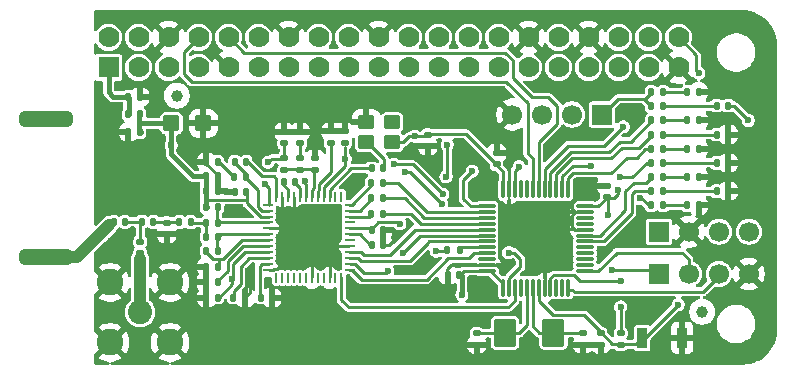
<source format=gtl>
%TF.GenerationSoftware,KiCad,Pcbnew,9.0.7*%
%TF.CreationDate,2026-02-16T10:45:38-05:00*%
%TF.ProjectId,mmdvm_hs-hat,6d6d6476-6d5f-4687-932d-6861742e6b69,1.6*%
%TF.SameCoordinates,Original*%
%TF.FileFunction,Copper,L1,Top*%
%TF.FilePolarity,Positive*%
%FSLAX46Y46*%
G04 Gerber Fmt 4.6, Leading zero omitted, Abs format (unit mm)*
G04 Created by KiCad (PCBNEW 9.0.7) date 2026-02-16 10:45:38*
%MOMM*%
%LPD*%
G01*
G04 APERTURE LIST*
G04 Aperture macros list*
%AMRoundRect*
0 Rectangle with rounded corners*
0 $1 Rounding radius*
0 $2 $3 $4 $5 $6 $7 $8 $9 X,Y pos of 4 corners*
0 Add a 4 corners polygon primitive as box body*
4,1,4,$2,$3,$4,$5,$6,$7,$8,$9,$2,$3,0*
0 Add four circle primitives for the rounded corners*
1,1,$1+$1,$2,$3*
1,1,$1+$1,$4,$5*
1,1,$1+$1,$6,$7*
1,1,$1+$1,$8,$9*
0 Add four rect primitives between the rounded corners*
20,1,$1+$1,$2,$3,$4,$5,0*
20,1,$1+$1,$4,$5,$6,$7,0*
20,1,$1+$1,$6,$7,$8,$9,0*
20,1,$1+$1,$8,$9,$2,$3,0*%
G04 Aperture macros list end*
%TA.AperFunction,SMDPad,CuDef*%
%ADD10RoundRect,0.140000X-0.170000X0.140000X-0.170000X-0.140000X0.170000X-0.140000X0.170000X0.140000X0*%
%TD*%
%TA.AperFunction,SMDPad,CuDef*%
%ADD11RoundRect,0.140000X-0.140000X-0.170000X0.140000X-0.170000X0.140000X0.170000X-0.140000X0.170000X0*%
%TD*%
%TA.AperFunction,SMDPad,CuDef*%
%ADD12RoundRect,0.140000X0.140000X0.170000X-0.140000X0.170000X-0.140000X-0.170000X0.140000X-0.170000X0*%
%TD*%
%TA.AperFunction,SMDPad,CuDef*%
%ADD13RoundRect,0.140000X0.170000X-0.140000X0.170000X0.140000X-0.170000X0.140000X-0.170000X-0.140000X0*%
%TD*%
%TA.AperFunction,SMDPad,CuDef*%
%ADD14RoundRect,0.147500X0.147500X0.172500X-0.147500X0.172500X-0.147500X-0.172500X0.147500X-0.172500X0*%
%TD*%
%TA.AperFunction,ComponentPad*%
%ADD15C,2.050000*%
%TD*%
%TA.AperFunction,ComponentPad*%
%ADD16C,2.250000*%
%TD*%
%TA.AperFunction,ComponentPad*%
%ADD17R,1.778000X1.778000*%
%TD*%
%TA.AperFunction,ComponentPad*%
%ADD18C,1.778000*%
%TD*%
%TA.AperFunction,SMDPad,CuDef*%
%ADD19RoundRect,0.135000X0.135000X0.185000X-0.135000X0.185000X-0.135000X-0.185000X0.135000X-0.185000X0*%
%TD*%
%TA.AperFunction,SMDPad,CuDef*%
%ADD20RoundRect,0.135000X0.185000X-0.135000X0.185000X0.135000X-0.185000X0.135000X-0.185000X-0.135000X0*%
%TD*%
%TA.AperFunction,SMDPad,CuDef*%
%ADD21RoundRect,0.135000X-0.135000X-0.185000X0.135000X-0.185000X0.135000X0.185000X-0.135000X0.185000X0*%
%TD*%
%TA.AperFunction,SMDPad,CuDef*%
%ADD22R,0.900000X1.700000*%
%TD*%
%TA.AperFunction,SMDPad,CuDef*%
%ADD23RoundRect,0.062500X-0.337500X-0.062500X0.337500X-0.062500X0.337500X0.062500X-0.337500X0.062500X0*%
%TD*%
%TA.AperFunction,SMDPad,CuDef*%
%ADD24RoundRect,0.062500X-0.062500X-0.337500X0.062500X-0.337500X0.062500X0.337500X-0.062500X0.337500X0*%
%TD*%
%TA.AperFunction,HeatsinkPad*%
%ADD25R,5.100000X5.100000*%
%TD*%
%TA.AperFunction,SMDPad,CuDef*%
%ADD26RoundRect,0.075000X0.075000X-0.662500X0.075000X0.662500X-0.075000X0.662500X-0.075000X-0.662500X0*%
%TD*%
%TA.AperFunction,SMDPad,CuDef*%
%ADD27RoundRect,0.075000X0.662500X-0.075000X0.662500X0.075000X-0.662500X0.075000X-0.662500X-0.075000X0*%
%TD*%
%TA.AperFunction,SMDPad,CuDef*%
%ADD28RoundRect,0.250000X0.450000X0.350000X-0.450000X0.350000X-0.450000X-0.350000X0.450000X-0.350000X0*%
%TD*%
%TA.AperFunction,SMDPad,CuDef*%
%ADD29RoundRect,0.250000X-0.700000X-0.950000X0.700000X-0.950000X0.700000X0.950000X-0.700000X0.950000X0*%
%TD*%
%TA.AperFunction,ComponentPad*%
%ADD30R,1.700000X1.700000*%
%TD*%
%TA.AperFunction,ComponentPad*%
%ADD31C,1.700000*%
%TD*%
%TA.AperFunction,SMDPad,CuDef*%
%ADD32RoundRect,0.325000X1.925000X-0.325000X1.925000X0.325000X-1.925000X0.325000X-1.925000X-0.325000X0*%
%TD*%
%TA.AperFunction,SMDPad,CuDef*%
%ADD33RoundRect,0.250000X-0.457500X-0.445000X0.457500X-0.445000X0.457500X0.445000X-0.457500X0.445000X0*%
%TD*%
%TA.AperFunction,SMDPad,CuDef*%
%ADD34RoundRect,0.147500X-0.147500X-0.172500X0.147500X-0.172500X0.147500X0.172500X-0.147500X0.172500X0*%
%TD*%
%TA.AperFunction,SMDPad,CuDef*%
%ADD35C,1.000000*%
%TD*%
%TA.AperFunction,ViaPad*%
%ADD36C,0.600000*%
%TD*%
%TA.AperFunction,Conductor*%
%ADD37C,0.250000*%
%TD*%
%TA.AperFunction,Conductor*%
%ADD38C,1.000000*%
%TD*%
%TA.AperFunction,Conductor*%
%ADD39C,0.400000*%
%TD*%
G04 APERTURE END LIST*
D10*
%TO.P,C1,1*%
%TO.N,Net-(C1-Pad1)*%
X168750000Y-123670000D03*
%TO.P,C1,2*%
%TO.N,GND*%
X168750000Y-124630000D03*
%TD*%
D11*
%TO.P,C2,1*%
%TO.N,VDD*%
X172120000Y-121000000D03*
%TO.P,C2,2*%
%TO.N,GND*%
X173080000Y-121000000D03*
%TD*%
%TO.P,C3,1*%
%TO.N,VDD*%
X172120000Y-119750000D03*
%TO.P,C3,2*%
%TO.N,GND*%
X173080000Y-119750000D03*
%TD*%
D12*
%TO.P,C4,1*%
%TO.N,Net-(U1-RFOUT)*%
X173080000Y-123650000D03*
%TO.P,C4,2*%
%TO.N,Net-(C4-Pad2)*%
X172120000Y-123650000D03*
%TD*%
%TO.P,C5,1*%
%TO.N,Net-(U1-RFIN)*%
X173080000Y-124850000D03*
%TO.P,C5,2*%
%TO.N,Net-(C4-Pad2)*%
X172120000Y-124850000D03*
%TD*%
%TO.P,C6,1*%
%TO.N,Net-(U1-RFINB)*%
X173080000Y-127400000D03*
%TO.P,C6,2*%
%TO.N,GND*%
X172120000Y-127400000D03*
%TD*%
%TO.P,C7,1*%
%TO.N,VDD*%
X173080000Y-130000000D03*
%TO.P,C7,2*%
%TO.N,GND*%
X172120000Y-130000000D03*
%TD*%
%TO.P,C8,1*%
%TO.N,Net-(C8-Pad1)*%
X173080000Y-118500000D03*
%TO.P,C8,2*%
%TO.N,GND*%
X172120000Y-118500000D03*
%TD*%
%TO.P,C9,1*%
%TO.N,VDD*%
X175480000Y-121050000D03*
%TO.P,C9,2*%
%TO.N,GND*%
X174520000Y-121050000D03*
%TD*%
D11*
%TO.P,C10,1*%
%TO.N,Net-(U1-CREG4)*%
X176720000Y-130000000D03*
%TO.P,C10,2*%
%TO.N,GND*%
X177680000Y-130000000D03*
%TD*%
D12*
%TO.P,C11,1*%
%TO.N,Net-(U1-CVCO)*%
X175480000Y-118500000D03*
%TO.P,C11,2*%
%TO.N,Net-(U1-CREG1)*%
X174520000Y-118500000D03*
%TD*%
D13*
%TO.P,C13,1*%
%TO.N,Net-(C13-Pad1)*%
X180050000Y-116930000D03*
%TO.P,C13,2*%
%TO.N,GND*%
X180050000Y-115970000D03*
%TD*%
%TO.P,C14,1*%
%TO.N,Net-(U1-CPOUT)*%
X181300000Y-119180000D03*
%TO.P,C14,2*%
%TO.N,GND*%
X181300000Y-118220000D03*
%TD*%
D10*
%TO.P,C15,1*%
%TO.N,GND*%
X182650000Y-115920000D03*
%TO.P,C15,2*%
%TO.N,Net-(U1-CREG3)*%
X182650000Y-116880000D03*
%TD*%
%TO.P,C16,1*%
%TO.N,NRST*%
X205500000Y-133020000D03*
%TO.P,C16,2*%
%TO.N,GND*%
X205500000Y-133980000D03*
%TD*%
D13*
%TO.P,C17,1*%
%TO.N,VDD*%
X183850000Y-116880000D03*
%TO.P,C17,2*%
%TO.N,GND*%
X183850000Y-115920000D03*
%TD*%
D12*
%TO.P,C18,1*%
%TO.N,Net-(X1-RFout)*%
X187080000Y-119050000D03*
%TO.P,C18,2*%
%TO.N,Net-(U1-OSC1)*%
X186120000Y-119050000D03*
%TD*%
D10*
%TO.P,C19,1*%
%TO.N,VDD*%
X190850000Y-116220000D03*
%TO.P,C19,2*%
%TO.N,GND*%
X190850000Y-117180000D03*
%TD*%
D12*
%TO.P,C20,1*%
%TO.N,GND*%
X187080000Y-125550000D03*
%TO.P,C20,2*%
%TO.N,Net-(U1-CREG2)*%
X186120000Y-125550000D03*
%TD*%
D13*
%TO.P,C21,1*%
%TO.N,GND*%
X195000000Y-133980000D03*
%TO.P,C21,2*%
%TO.N,Net-(U2-PD0)*%
X195000000Y-133020000D03*
%TD*%
D12*
%TO.P,C22,1*%
%TO.N,GND*%
X187080000Y-124250000D03*
%TO.P,C22,2*%
%TO.N,VDD*%
X186120000Y-124250000D03*
%TD*%
D13*
%TO.P,C23,1*%
%TO.N,GND*%
X204000000Y-133980000D03*
%TO.P,C23,2*%
%TO.N,Net-(U2-PD1)*%
X204000000Y-133020000D03*
%TD*%
D12*
%TO.P,C24,1*%
%TO.N,VDD*%
X193520000Y-128050000D03*
%TO.P,C24,2*%
%TO.N,GND*%
X192560000Y-128050000D03*
%TD*%
D13*
%TO.P,C25,1*%
%TO.N,VDD*%
X206000000Y-121480000D03*
%TO.P,C25,2*%
%TO.N,GND*%
X206000000Y-120520000D03*
%TD*%
%TO.P,C26,1*%
%TO.N,VDD*%
X196700000Y-118730000D03*
%TO.P,C26,2*%
%TO.N,GND*%
X196700000Y-117770000D03*
%TD*%
D14*
%TO.P,D1,1,K*%
%TO.N,SERVICE*%
X216285000Y-113750000D03*
%TO.P,D1,2,A*%
%TO.N,Net-(D1-A)*%
X215315000Y-113750000D03*
%TD*%
%TO.P,D2,1,K*%
%TO.N,GND*%
X213785000Y-112600000D03*
%TO.P,D2,2,A*%
%TO.N,Net-(D2-A)*%
X212815000Y-112600000D03*
%TD*%
%TO.P,D3,1,K*%
%TO.N,GND*%
X213785000Y-115000000D03*
%TO.P,D3,2,A*%
%TO.N,Net-(D3-A)*%
X212815000Y-115000000D03*
%TD*%
%TO.P,D4,1,K*%
%TO.N,GND*%
X216285000Y-116200000D03*
%TO.P,D4,2,A*%
%TO.N,Net-(D4-A)*%
X215315000Y-116200000D03*
%TD*%
%TO.P,D5,1,K*%
%TO.N,GND*%
X213785000Y-117400000D03*
%TO.P,D5,2,A*%
%TO.N,Net-(D5-A)*%
X212815000Y-117400000D03*
%TD*%
%TO.P,D6,1,K*%
%TO.N,GND*%
X216285000Y-118600000D03*
%TO.P,D6,2,A*%
%TO.N,Net-(D6-A)*%
X215315000Y-118600000D03*
%TD*%
%TO.P,D7,1,K*%
%TO.N,GND*%
X213785000Y-119800000D03*
%TO.P,D7,2,A*%
%TO.N,Net-(D7-A)*%
X212815000Y-119800000D03*
%TD*%
D15*
%TO.P,P3,1,In*%
%TO.N,Net-(P3-In)*%
X166500000Y-131250000D03*
D16*
%TO.P,P3,2,Ext*%
%TO.N,GND*%
X163960000Y-128710000D03*
X163960000Y-133790000D03*
X169040000Y-128710000D03*
X169040000Y-133790000D03*
%TD*%
D17*
%TO.P,PI1,1,3V3*%
%TO.N,+3.3V*%
X163830000Y-110507121D03*
D18*
%TO.P,PI1,2,5V*%
%TO.N,+5V*%
X163830000Y-107967121D03*
%TO.P,PI1,3,SDA/GPIO2*%
%TO.N,SDA*%
X166370000Y-110507121D03*
%TO.P,PI1,4,5V*%
%TO.N,+5V*%
X166370000Y-107967121D03*
%TO.P,PI1,5,SCL/GPIO3*%
%TO.N,SCL*%
X168910000Y-110507121D03*
%TO.P,PI1,6,GND*%
%TO.N,GND*%
X168910000Y-107967121D03*
%TO.P,PI1,7,GCLK0/GPIO4*%
%TO.N,unconnected-(PI1-GCLK0{slash}GPIO4-Pad7)*%
X171450000Y-110507121D03*
%TO.P,PI1,8,GPIO14/TXD*%
%TO.N,RXD*%
X171450000Y-107967121D03*
%TO.P,PI1,9,GND*%
%TO.N,GND*%
X173990000Y-110507121D03*
%TO.P,PI1,10,GPIO15/RXD*%
%TO.N,TXD*%
X173990000Y-107967121D03*
%TO.P,PI1,11,GPIO17*%
%TO.N,unconnected-(PI1-GPIO17-Pad11)*%
X176530000Y-110507121D03*
%TO.P,PI1,12,GPIO18/PWM0*%
%TO.N,unconnected-(PI1-GPIO18{slash}PWM0-Pad12)*%
X176530000Y-107967121D03*
%TO.P,PI1,13,GPIO27*%
%TO.N,unconnected-(PI1-GPIO27-Pad13)*%
X179070000Y-110507121D03*
%TO.P,PI1,14,GND*%
%TO.N,GND*%
X179070000Y-107967121D03*
%TO.P,PI1,15,GPIO22*%
%TO.N,unconnected-(PI1-GPIO22-Pad15)*%
X181610000Y-110507121D03*
%TO.P,PI1,16,GPIO23*%
%TO.N,unconnected-(PI1-GPIO23-Pad16)*%
X181610000Y-107967121D03*
%TO.P,PI1,17,3V3*%
%TO.N,+3.3V*%
X184150000Y-110507121D03*
%TO.P,PI1,18,GPIO24*%
%TO.N,unconnected-(PI1-GPIO24-Pad18)*%
X184150000Y-107967121D03*
%TO.P,PI1,19,MOSI0/GPIO10*%
%TO.N,unconnected-(PI1-MOSI0{slash}GPIO10-Pad19)*%
X186690000Y-110507121D03*
%TO.P,PI1,20,GND*%
%TO.N,GND*%
X186690000Y-107967121D03*
%TO.P,PI1,21,MISO0/GPIO9*%
%TO.N,unconnected-(PI1-MISO0{slash}GPIO9-Pad21)*%
X189230000Y-110507121D03*
%TO.P,PI1,22,GPIO25*%
%TO.N,unconnected-(PI1-GPIO25-Pad22)*%
X189230000Y-107967121D03*
%TO.P,PI1,23,SCLK0/GPIO11*%
%TO.N,unconnected-(PI1-SCLK0{slash}GPIO11-Pad23)*%
X191770000Y-110507121D03*
%TO.P,PI1,24,~{CE0}/GPIO8*%
%TO.N,unconnected-(PI1-~{CE0}{slash}GPIO8-Pad24)*%
X191770000Y-107967121D03*
%TO.P,PI1,25,GND*%
%TO.N,GND*%
X194310000Y-110507121D03*
%TO.P,PI1,26,~{CE1}/GPIO7*%
%TO.N,unconnected-(PI1-~{CE1}{slash}GPIO7-Pad26)*%
X194310000Y-107967121D03*
%TO.P,PI1,27,ID_SD/GPIO0*%
%TO.N,unconnected-(PI1-ID_SD{slash}GPIO0-Pad27)*%
X196850000Y-110507121D03*
%TO.P,PI1,28,ID_SC/GPIO1*%
%TO.N,unconnected-(PI1-ID_SC{slash}GPIO1-Pad28)*%
X196850000Y-107967121D03*
%TO.P,PI1,29,GCLK1/GPIO5*%
%TO.N,unconnected-(PI1-GCLK1{slash}GPIO5-Pad29)*%
X199390000Y-110507121D03*
%TO.P,PI1,30,GND*%
%TO.N,GND*%
X199390000Y-107967121D03*
%TO.P,PI1,31,GCLK2/GPIO6*%
%TO.N,unconnected-(PI1-GCLK2{slash}GPIO6-Pad31)*%
X201930000Y-110507121D03*
%TO.P,PI1,32,PWM0/GPIO12*%
%TO.N,unconnected-(PI1-PWM0{slash}GPIO12-Pad32)*%
X201930000Y-107967121D03*
%TO.P,PI1,33,PWM1/GPIO13*%
%TO.N,unconnected-(PI1-PWM1{slash}GPIO13-Pad33)*%
X204470000Y-110507121D03*
%TO.P,PI1,34,GND*%
%TO.N,GND*%
X204470000Y-107967121D03*
%TO.P,PI1,35,GPIO19/MISO1*%
%TO.N,unconnected-(PI1-GPIO19{slash}MISO1-Pad35)*%
X207010000Y-110507121D03*
%TO.P,PI1,36,GPIO16*%
%TO.N,unconnected-(PI1-GPIO16-Pad36)*%
X207010000Y-107967121D03*
%TO.P,PI1,37,GPIO26*%
%TO.N,unconnected-(PI1-GPIO26-Pad37)*%
X209550000Y-110507121D03*
%TO.P,PI1,38,GPIO20/MOSI1*%
%TO.N,Net-(PI1-GPIO20{slash}MOSI1)*%
X209550000Y-107967121D03*
%TO.P,PI1,39,GND*%
%TO.N,GND*%
X212090000Y-110507121D03*
%TO.P,PI1,40,GPIO21/SCLK1*%
%TO.N,NRST*%
X212090000Y-107967121D03*
%TD*%
D19*
%TO.P,R1,1*%
%TO.N,BOOT0*%
X193550000Y-125984000D03*
%TO.P,R1,2*%
%TO.N,Net-(PI1-GPIO20{slash}MOSI1)*%
X192530000Y-125984000D03*
%TD*%
%TO.P,R2,1*%
%TO.N,Net-(U1-RLNA)*%
X173110000Y-128700000D03*
%TO.P,R2,2*%
%TO.N,GND*%
X172090000Y-128700000D03*
%TD*%
D20*
%TO.P,R5,1*%
%TO.N,Net-(U1-CPOUT)*%
X178700000Y-119210000D03*
%TO.P,R5,2*%
%TO.N,Net-(U1-VCOIN)*%
X178700000Y-118190000D03*
%TD*%
%TO.P,R6,1*%
%TO.N,Net-(U1-CPOUT)*%
X180000000Y-119210000D03*
%TO.P,R6,2*%
%TO.N,Net-(C13-Pad1)*%
X180000000Y-118190000D03*
%TD*%
%TO.P,R7,1*%
%TO.N,NRST*%
X207200000Y-134010000D03*
%TO.P,R7,2*%
%TO.N,VDD*%
X207200000Y-132990000D03*
%TD*%
D19*
%TO.P,R8,1*%
%TO.N,CLKOUT*%
X187110000Y-120300000D03*
%TO.P,R8,2*%
%TO.N,Net-(U1-CLKOUT)*%
X186090000Y-120300000D03*
%TD*%
%TO.P,R9,1*%
%TO.N,DATAIN*%
X187110000Y-121600000D03*
%TO.P,R9,2*%
%TO.N,Net-(U1-TxRxCLK)*%
X186090000Y-121600000D03*
%TD*%
%TO.P,R10,1*%
%TO.N,DATAOUT*%
X187110000Y-122900000D03*
%TO.P,R10,2*%
%TO.N,Net-(U1-TxRxDATA)*%
X186090000Y-122900000D03*
%TD*%
%TO.P,R11,1*%
%TO.N,Net-(D2-A)*%
X210810000Y-112600000D03*
%TO.P,R11,2*%
%TO.N,VDD*%
X209790000Y-112600000D03*
%TD*%
%TO.P,R12,1*%
%TO.N,Net-(D3-A)*%
X210810000Y-115000000D03*
%TO.P,R12,2*%
%TO.N,COS_LED*%
X209790000Y-115000000D03*
%TD*%
%TO.P,R13,1*%
%TO.N,Net-(D4-A)*%
X210810000Y-116200000D03*
%TO.P,R13,2*%
%TO.N,PTT_LED*%
X209790000Y-116200000D03*
%TD*%
%TO.P,R14,1*%
%TO.N,Net-(D5-A)*%
X210810000Y-117400000D03*
%TO.P,R14,2*%
%TO.N,DSTAR_LED*%
X209790000Y-117400000D03*
%TD*%
%TO.P,R15,1*%
%TO.N,Net-(D6-A)*%
X210810000Y-118600000D03*
%TO.P,R15,2*%
%TO.N,DMR_LED*%
X209790000Y-118600000D03*
%TD*%
%TO.P,R16,1*%
%TO.N,Net-(D7-A)*%
X210810000Y-119800000D03*
%TO.P,R16,2*%
%TO.N,YSF_LED*%
X209790000Y-119800000D03*
%TD*%
%TO.P,R17,1*%
%TO.N,Net-(D8-A)*%
X210810000Y-121000000D03*
%TO.P,R17,2*%
%TO.N,P25_LED*%
X209790000Y-121000000D03*
%TD*%
D21*
%TO.P,R18,1*%
%TO.N,VDD*%
X209790000Y-113800000D03*
%TO.P,R18,2*%
%TO.N,Net-(D1-A)*%
X210810000Y-113800000D03*
%TD*%
D22*
%TO.P,SW1,1*%
%TO.N,NRST*%
X209000000Y-133400000D03*
%TO.P,SW1,2*%
%TO.N,GND*%
X212400000Y-133400000D03*
%TD*%
D23*
%TO.P,U1,1,VCOIN*%
%TO.N,Net-(U1-VCOIN)*%
X177343750Y-122143750D03*
%TO.P,U1,2,CREG1*%
%TO.N,Net-(U1-CREG1)*%
X177343750Y-122643750D03*
%TO.P,U1,3,VDD1*%
%TO.N,VDD*%
X177343750Y-123143750D03*
%TO.P,U1,4,RFOUT*%
%TO.N,Net-(U1-RFOUT)*%
X177343750Y-123643750D03*
%TO.P,U1,5,RFGND*%
%TO.N,GND*%
X177343750Y-124143750D03*
%TO.P,U1,6,RFIN*%
%TO.N,Net-(U1-RFIN)*%
X177343750Y-124643750D03*
%TO.P,U1,7,RFINB*%
%TO.N,Net-(U1-RFINB)*%
X177343750Y-125143750D03*
%TO.P,U1,8,RLNA*%
%TO.N,Net-(U1-RLNA)*%
X177343750Y-125643750D03*
%TO.P,U1,9,VDD4*%
%TO.N,VDD*%
X177343750Y-126143750D03*
%TO.P,U1,10,RSET*%
%TO.N,Net-(U1-RSET)*%
X177343750Y-126643750D03*
%TO.P,U1,11,CREG4*%
%TO.N,Net-(U1-CREG4)*%
X177343750Y-127143750D03*
%TO.P,U1,12,GND4*%
%TO.N,GND*%
X177343750Y-127643750D03*
D24*
%TO.P,U1,13,MIX_I*%
%TO.N,unconnected-(U1-MIX_I-Pad13)*%
X178043750Y-128343750D03*
%TO.P,U1,14,NMIX_I*%
%TO.N,unconnected-(U1-NMIX_I-Pad14)*%
X178543750Y-128343750D03*
%TO.P,U1,15,MIX_Q*%
%TO.N,unconnected-(U1-MIX_Q-Pad15)*%
X179043750Y-128343750D03*
%TO.P,U1,16,NMIX_Q*%
%TO.N,unconnected-(U1-NMIX_Q-Pad16)*%
X179543750Y-128343750D03*
%TO.P,U1,17,FILT_I*%
%TO.N,unconnected-(U1-FILT_I-Pad17)*%
X180043750Y-128343750D03*
%TO.P,U1,18,NFILT_I*%
%TO.N,unconnected-(U1-NFILT_I-Pad18)*%
X180543750Y-128343750D03*
%TO.P,U1,19,GND4*%
%TO.N,GND*%
X181043750Y-128343750D03*
%TO.P,U1,20,FILT_Q*%
%TO.N,unconnected-(U1-FILT_Q-Pad20)*%
X181543750Y-128343750D03*
%TO.P,U1,21,NFILT_Q*%
%TO.N,unconnected-(U1-NFILT_Q-Pad21)*%
X182043750Y-128343750D03*
%TO.P,U1,22,GND4*%
%TO.N,GND*%
X182543750Y-128343750D03*
%TO.P,U1,23,TEST_A*%
%TO.N,unconnected-(U1-TEST_A-Pad23)*%
X183043750Y-128343750D03*
%TO.P,U1,24,CE*%
%TO.N,CE*%
X183543750Y-128343750D03*
D23*
%TO.P,U1,25,SLE*%
%TO.N,SLE*%
X184243750Y-127643750D03*
%TO.P,U1,26,SDATA*%
%TO.N,SDATA*%
X184243750Y-127143750D03*
%TO.P,U1,27,SREAD*%
%TO.N,SREAD*%
X184243750Y-126643750D03*
%TO.P,U1,28,SCLK*%
%TO.N,SCLK*%
X184243750Y-126143750D03*
%TO.P,U1,29,GND2*%
%TO.N,GND*%
X184243750Y-125643750D03*
%TO.P,U1,30,ADCIN*%
%TO.N,unconnected-(U1-ADCIN-Pad30)*%
X184243750Y-125143750D03*
%TO.P,U1,31,CREG2*%
%TO.N,Net-(U1-CREG2)*%
X184243750Y-124643750D03*
%TO.P,U1,32,VDD2*%
%TO.N,VDD*%
X184243750Y-124143750D03*
%TO.P,U1,33,SWD*%
%TO.N,unconnected-(U1-SWD-Pad33)*%
X184243750Y-123643750D03*
%TO.P,U1,34,TxRxDATA*%
%TO.N,Net-(U1-TxRxDATA)*%
X184243750Y-123143750D03*
%TO.P,U1,35,TxRxCLK*%
%TO.N,Net-(U1-TxRxCLK)*%
X184243750Y-122643750D03*
%TO.P,U1,36,CLKOUT*%
%TO.N,Net-(U1-CLKOUT)*%
X184243750Y-122143750D03*
D24*
%TO.P,U1,37,MUXOUT*%
%TO.N,unconnected-(U1-MUXOUT-Pad37)*%
X183543750Y-121443750D03*
%TO.P,U1,38,OSC2*%
%TO.N,unconnected-(U1-OSC2-Pad38)*%
X183043750Y-121443750D03*
%TO.P,U1,39,OSC1*%
%TO.N,Net-(U1-OSC1)*%
X182543750Y-121443750D03*
%TO.P,U1,40,VDD3*%
%TO.N,VDD*%
X182043750Y-121443750D03*
%TO.P,U1,41,CREG3*%
%TO.N,Net-(U1-CREG3)*%
X181543750Y-121443750D03*
%TO.P,U1,42,CPOUT*%
%TO.N,Net-(U1-CPOUT)*%
X181043750Y-121443750D03*
%TO.P,U1,43,VDD*%
%TO.N,VDD*%
X180543750Y-121443750D03*
%TO.P,U1,44,L2*%
%TO.N,Net-(U1-L2)*%
X180043750Y-121443750D03*
%TO.P,U1,45,GND*%
%TO.N,GND*%
X179543750Y-121443750D03*
%TO.P,U1,46,L1*%
%TO.N,Net-(U1-L1)*%
X179043750Y-121443750D03*
%TO.P,U1,47,GND1*%
%TO.N,GND*%
X178543750Y-121443750D03*
%TO.P,U1,48,CVCO*%
%TO.N,Net-(U1-CVCO)*%
X178043750Y-121443750D03*
D25*
%TO.P,U1,49,EPAD*%
%TO.N,GND*%
X180793750Y-124893750D03*
%TD*%
D26*
%TO.P,U2,1,VBAT*%
%TO.N,VDD*%
X197250000Y-129162500D03*
%TO.P,U2,2,PC13*%
%TO.N,SERVICE*%
X197750000Y-129162500D03*
%TO.P,U2,3,PC14*%
%TO.N,CE*%
X198250000Y-129162500D03*
%TO.P,U2,4,PC15*%
%TO.N,unconnected-(U2-PC15-Pad4)*%
X198750000Y-129162500D03*
%TO.P,U2,5,PD0*%
%TO.N,Net-(U2-PD0)*%
X199250000Y-129162500D03*
%TO.P,U2,6,PD1*%
%TO.N,Net-(U2-PD1)*%
X199750000Y-129162500D03*
%TO.P,U2,7,NRST*%
%TO.N,NRST*%
X200250000Y-129162500D03*
%TO.P,U2,8,VSSA*%
%TO.N,GND*%
X200750000Y-129162500D03*
%TO.P,U2,9,VDDA*%
%TO.N,VDD*%
X201250000Y-129162500D03*
%TO.P,U2,10,PA0*%
%TO.N,unconnected-(U2-PA0-Pad10)*%
X201750000Y-129162500D03*
%TO.P,U2,11,PA1*%
%TO.N,unconnected-(U2-PA1-Pad11)*%
X202250000Y-129162500D03*
%TO.P,U2,12,PA2*%
%TO.N,DISP_TXD*%
X202750000Y-129162500D03*
D27*
%TO.P,U2,13,PA3*%
%TO.N,DISP_RXD*%
X204162500Y-127750000D03*
%TO.P,U2,14,PA4*%
%TO.N,unconnected-(U2-PA4-Pad14)*%
X204162500Y-127250000D03*
%TO.P,U2,15,PA5*%
%TO.N,unconnected-(U2-PA5-Pad15)*%
X204162500Y-126750000D03*
%TO.P,U2,16,PA6*%
%TO.N,unconnected-(U2-PA6-Pad16)*%
X204162500Y-126250000D03*
%TO.P,U2,17,PA7*%
%TO.N,unconnected-(U2-PA7-Pad17)*%
X204162500Y-125750000D03*
%TO.P,U2,18,PB0*%
%TO.N,P25_LED*%
X204162500Y-125250000D03*
%TO.P,U2,19,PB1*%
%TO.N,YSF_LED*%
X204162500Y-124750000D03*
%TO.P,U2,20,PB2*%
%TO.N,GND*%
X204162500Y-124250000D03*
%TO.P,U2,21,PB10*%
%TO.N,unconnected-(U2-PB10-Pad21)*%
X204162500Y-123750000D03*
%TO.P,U2,22,PB11*%
%TO.N,unconnected-(U2-PB11-Pad22)*%
X204162500Y-123250000D03*
%TO.P,U2,23,VSS*%
%TO.N,GND*%
X204162500Y-122750000D03*
%TO.P,U2,24,VDD*%
%TO.N,VDD*%
X204162500Y-122250000D03*
D26*
%TO.P,U2,25,PB12*%
%TO.N,DSTAR_LED*%
X202750000Y-120837500D03*
%TO.P,U2,26,PB13*%
%TO.N,DMR_LED*%
X202250000Y-120837500D03*
%TO.P,U2,27,PB14*%
%TO.N,PTT_LED*%
X201750000Y-120837500D03*
%TO.P,U2,28,PB15*%
%TO.N,COS_LED*%
X201250000Y-120837500D03*
%TO.P,U2,29,PA8*%
%TO.N,NXDN_LED*%
X200750000Y-120837500D03*
%TO.P,U2,30,PA9*%
%TO.N,TXD*%
X200250000Y-120837500D03*
%TO.P,U2,31,PA10*%
%TO.N,RXD*%
X199750000Y-120837500D03*
%TO.P,U2,32,PA11*%
%TO.N,unconnected-(U2-PA11-Pad32)*%
X199250000Y-120837500D03*
%TO.P,U2,33,PA12*%
%TO.N,unconnected-(U2-PA12-Pad33)*%
X198750000Y-120837500D03*
%TO.P,U2,34,PA13*%
%TO.N,SWDIO*%
X198250000Y-120837500D03*
%TO.P,U2,35,VSS*%
%TO.N,GND*%
X197750000Y-120837500D03*
%TO.P,U2,36,VDD*%
%TO.N,VDD*%
X197250000Y-120837500D03*
D27*
%TO.P,U2,37,PA14*%
%TO.N,SWCLK*%
X195837500Y-122250000D03*
%TO.P,U2,38,PA15*%
%TO.N,CLKOUT*%
X195837500Y-122750000D03*
%TO.P,U2,39,PB3*%
%TO.N,DATAIN*%
X195837500Y-123250000D03*
%TO.P,U2,40,PB4*%
%TO.N,DATAOUT*%
X195837500Y-123750000D03*
%TO.P,U2,41,PB5*%
%TO.N,SCLK*%
X195837500Y-124250000D03*
%TO.P,U2,42,PB6*%
%TO.N,SDATA*%
X195837500Y-124750000D03*
%TO.P,U2,43,PB7*%
%TO.N,SREAD*%
X195837500Y-125250000D03*
%TO.P,U2,44,BOOT0*%
%TO.N,BOOT0*%
X195837500Y-125750000D03*
%TO.P,U2,45,PB8*%
%TO.N,SLE*%
X195837500Y-126250000D03*
%TO.P,U2,46,PB9*%
%TO.N,unconnected-(U2-PB9-Pad46)*%
X195837500Y-126750000D03*
%TO.P,U2,47,VSS*%
%TO.N,GND*%
X195837500Y-127250000D03*
%TO.P,U2,48,VDD*%
%TO.N,VDD*%
X195837500Y-127750000D03*
%TD*%
D28*
%TO.P,X1,1,Vctrl*%
%TO.N,unconnected-(X1-Vctrl-Pad1)*%
X187850000Y-115150000D03*
%TO.P,X1,2,GND*%
%TO.N,GND*%
X185650000Y-115150000D03*
%TO.P,X1,3,RFout*%
%TO.N,Net-(X1-RFout)*%
X185650000Y-116850000D03*
%TO.P,X1,4,VDD*%
%TO.N,VDD*%
X187850000Y-116850000D03*
%TD*%
D29*
%TO.P,Y1,1,1*%
%TO.N,Net-(U2-PD0)*%
X197400000Y-133000000D03*
%TO.P,Y1,2,2*%
%TO.N,Net-(U2-PD1)*%
X201500000Y-133000000D03*
%TD*%
D14*
%TO.P,D8,1,K*%
%TO.N,GND*%
X216285000Y-121000000D03*
%TO.P,D8,2,A*%
%TO.N,Net-(D8-A)*%
X215315000Y-121000000D03*
%TD*%
D21*
%TO.P,R3,1*%
%TO.N,Net-(U1-RSET)*%
X174390000Y-130000000D03*
%TO.P,R3,2*%
%TO.N,GND*%
X175410000Y-130000000D03*
%TD*%
D19*
%TO.P,R4,1*%
%TO.N,Net-(U1-CREG1)*%
X175510000Y-119800000D03*
%TO.P,R4,2*%
%TO.N,Net-(C8-Pad1)*%
X174490000Y-119800000D03*
%TD*%
D30*
%TO.P,P1,1,P1*%
%TO.N,VDD*%
X210420000Y-124418600D03*
D31*
%TO.P,P1,2,P2*%
%TO.N,GND*%
X212960000Y-124418600D03*
%TO.P,P1,3,P3*%
%TO.N,SCL*%
X215500000Y-124418600D03*
%TO.P,P1,4,P4*%
%TO.N,SDA*%
X218040000Y-124418600D03*
%TD*%
D30*
%TO.P,P2,1,P1*%
%TO.N,+5V*%
X210420000Y-128000000D03*
D31*
%TO.P,P2,2,P2*%
%TO.N,DISP_RXD*%
X212960000Y-128000000D03*
%TO.P,P2,3,P3*%
%TO.N,DISP_TXD*%
X215500000Y-128000000D03*
%TO.P,P2,4,P4*%
%TO.N,GND*%
X218040000Y-128000000D03*
%TD*%
D30*
%TO.P,P4,1,P1*%
%TO.N,VDD*%
X205638400Y-114503200D03*
D31*
%TO.P,P4,2,P2*%
%TO.N,SWDIO*%
X203098400Y-114503200D03*
%TO.P,P4,3,P3*%
%TO.N,SWCLK*%
X200558400Y-114503200D03*
%TO.P,P4,4,P4*%
%TO.N,GND*%
X198018400Y-114503200D03*
%TD*%
D32*
%TO.P,AE1,1*%
%TO.N,Net-(AE1-Pad1)*%
X158500000Y-126600000D03*
%TO.P,AE1,2*%
%TO.N,unconnected-(AE1-Pad2)*%
X158500000Y-114900000D03*
%TD*%
D11*
%TO.P,C29,1*%
%TO.N,+3.3V*%
X165520000Y-113000000D03*
%TO.P,C29,2*%
%TO.N,GND*%
X166480000Y-113000000D03*
%TD*%
D33*
%TO.P,C30,1*%
%TO.N,VDD*%
X169147500Y-115250000D03*
%TO.P,C30,2*%
%TO.N,GND*%
X171852500Y-115250000D03*
%TD*%
D12*
%TO.P,C31,1*%
%TO.N,VDD*%
X166480000Y-116000000D03*
%TO.P,C31,2*%
%TO.N,GND*%
X165520000Y-116000000D03*
%TD*%
D34*
%TO.P,L5,1,1*%
%TO.N,+3.3V*%
X165515000Y-114500000D03*
%TO.P,L5,2,2*%
%TO.N,VDD*%
X166485000Y-114500000D03*
%TD*%
D13*
%TO.P,C27,1*%
%TO.N,Net-(P3-In)*%
X166500000Y-126230000D03*
%TO.P,C27,2*%
%TO.N,RF*%
X166500000Y-125270000D03*
%TD*%
D12*
%TO.P,C28,1*%
%TO.N,RF*%
X165230000Y-123600000D03*
%TO.P,C28,2*%
%TO.N,Net-(AE1-Pad1)*%
X164270000Y-123600000D03*
%TD*%
D34*
%TO.P,L1,1,1*%
%TO.N,RF*%
X166665000Y-123600000D03*
%TO.P,L1,2,2*%
%TO.N,Net-(C1-Pad1)*%
X167635000Y-123600000D03*
%TD*%
%TO.P,L2,1,1*%
%TO.N,Net-(C1-Pad1)*%
X169815000Y-123600000D03*
%TO.P,L2,2,2*%
%TO.N,Net-(C4-Pad2)*%
X170785000Y-123600000D03*
%TD*%
D14*
%TO.P,L3,1,1*%
%TO.N,Net-(U1-RFOUT)*%
X173085000Y-122350000D03*
%TO.P,L3,2,2*%
%TO.N,VDD*%
X172115000Y-122350000D03*
%TD*%
D34*
%TO.P,L4,1,1*%
%TO.N,Net-(U1-RFINB)*%
X172115000Y-126049200D03*
%TO.P,L4,2,2*%
%TO.N,Net-(U1-RFIN)*%
X173085000Y-126049200D03*
%TD*%
D14*
%TO.P,D9,1,K*%
%TO.N,GND*%
X213785000Y-122200000D03*
%TO.P,D9,2,A*%
%TO.N,Net-(D9-A)*%
X212815000Y-122200000D03*
%TD*%
D19*
%TO.P,R19,1*%
%TO.N,Net-(D9-A)*%
X210810000Y-122200000D03*
%TO.P,R19,2*%
%TO.N,NXDN_LED*%
X209790000Y-122200000D03*
%TD*%
D13*
%TO.P,C12,1*%
%TO.N,Net-(U1-VCOIN)*%
X178700000Y-116930000D03*
%TO.P,C12,2*%
%TO.N,GND*%
X178700000Y-115970000D03*
%TD*%
D34*
%TO.P,L6,1,1*%
%TO.N,Net-(U1-L1)*%
X178686600Y-120200000D03*
%TO.P,L6,2,2*%
%TO.N,Net-(U1-L2)*%
X179656600Y-120200000D03*
%TD*%
D35*
%TO.P,REF\u002A\u002A,*%
%TO.N,*%
X169600000Y-112900000D03*
%TD*%
%TO.P,REF\u002A\u002A,*%
%TO.N,*%
X214100000Y-131200000D03*
%TD*%
D36*
%TO.N,GND*%
X195000000Y-131500000D03*
X181406800Y-125386800D03*
X181406800Y-122986800D03*
X163000000Y-126500000D03*
X190450000Y-112450000D03*
X197500000Y-123000000D03*
X171250000Y-134750000D03*
X195000000Y-135100000D03*
X163000000Y-122500000D03*
X168750000Y-125750000D03*
X163000000Y-120500000D03*
X180200000Y-123000000D03*
X181000000Y-130000000D03*
X180200000Y-126600000D03*
X171050000Y-122500000D03*
X213750000Y-134750000D03*
X163000000Y-112500000D03*
X171000000Y-124750000D03*
X185000000Y-112750000D03*
X166000000Y-122500000D03*
X164000000Y-125250000D03*
X171250000Y-131250000D03*
X207416400Y-114401600D03*
X163000000Y-118500000D03*
X179000000Y-125400000D03*
X194000000Y-118500000D03*
X175100000Y-122750000D03*
X165500000Y-124750000D03*
X179000000Y-126600000D03*
X201050000Y-117750000D03*
X182600000Y-126600000D03*
X175750000Y-127750000D03*
X179000000Y-124200000D03*
X191500000Y-129000000D03*
X177250000Y-116250000D03*
X163000000Y-114500000D03*
X185250000Y-118250000D03*
X167600000Y-113000000D03*
X195500000Y-129000000D03*
X168750000Y-122500000D03*
X179000000Y-123000000D03*
X182600000Y-125400000D03*
X181406800Y-124186800D03*
X218750000Y-117500000D03*
X204750000Y-135000000D03*
X182600000Y-124200000D03*
X182600000Y-123000000D03*
X180200000Y-125400000D03*
X202500000Y-127250000D03*
X181406800Y-126586800D03*
X188750000Y-127750000D03*
X197104000Y-127500000D03*
X167500000Y-124750000D03*
X188087000Y-125000000D03*
X210000000Y-130500000D03*
X184500000Y-120250000D03*
X174750000Y-114500000D03*
X180200000Y-124200000D03*
X171000000Y-126250000D03*
X185000000Y-129750000D03*
X218750000Y-119500000D03*
X163000000Y-116500000D03*
X202500000Y-123000000D03*
%TO.N,NRST*%
X213800000Y-111000000D03*
X212077300Y-130594100D03*
%TO.N,DMR_LED*%
X204700000Y-118825000D03*
X207100000Y-119825000D03*
%TO.N,SWDIO*%
X198602600Y-118922800D03*
%TO.N,SDATA*%
X187452000Y-127762000D03*
X188750000Y-126238000D03*
%TO.N,SWCLK*%
X194627500Y-119303800D03*
%TO.N,+5V*%
X206490000Y-127695000D03*
%TO.N,SERVICE*%
X218000000Y-115000000D03*
X197700000Y-126200000D03*
%TO.N,SCL*%
X192024000Y-122072400D03*
X188925200Y-119380000D03*
%TO.N,SDA*%
X187960000Y-118719600D03*
X192125600Y-121259600D03*
%TO.N,VDD*%
X193750000Y-129750000D03*
X206959200Y-120853200D03*
X180492400Y-120142000D03*
X207190000Y-130800000D03*
X174300000Y-128400000D03*
X206100000Y-123000000D03*
X169125000Y-117100000D03*
X189750000Y-116350000D03*
X183850000Y-118250000D03*
X207190000Y-128610000D03*
X188500000Y-123750000D03*
%TO.N,NXDN_LED*%
X207416400Y-115550000D03*
X208794421Y-121601351D03*
%TO.N,Net-(U1-VCOIN)*%
X177100000Y-120400000D03*
X177350000Y-118550000D03*
%TO.N,Net-(PI1-GPIO20{slash}MOSI1)*%
X192405000Y-119761000D03*
X192506600Y-117043200D03*
X191566800Y-126060200D03*
%TD*%
D37*
%TO.N,GND*%
X203371000Y-124250000D02*
X204350000Y-124250000D01*
X196750000Y-127250000D02*
X197000000Y-127500000D01*
X177393750Y-124143750D02*
X178756250Y-124143750D01*
X178543750Y-122643750D02*
X178862500Y-122962500D01*
X172050000Y-118650000D02*
X173150000Y-119750000D01*
X178093749Y-127593751D02*
X178862500Y-126825000D01*
X175800000Y-129550000D02*
X175350000Y-130000000D01*
X203099000Y-122006822D02*
X203099000Y-122493178D01*
X187150000Y-125550000D02*
X187537000Y-125550000D01*
X192790000Y-127250000D02*
X192490000Y-127550000D01*
X203355822Y-124250000D02*
X204162500Y-124250000D01*
X187537000Y-125550000D02*
X188087000Y-125000000D01*
X204350000Y-122750000D02*
X203386000Y-122750000D01*
X197750000Y-120650000D02*
X197750000Y-119900000D01*
X195650000Y-127250000D02*
X192790000Y-127250000D01*
X175800000Y-127800000D02*
X175800000Y-129550000D01*
X177806249Y-127593751D02*
X178093749Y-127593751D01*
X172050000Y-118500000D02*
X172050000Y-118650000D01*
X200750000Y-127450000D02*
X200750000Y-129350000D01*
X182831250Y-125643750D02*
X182725000Y-125537500D01*
X203073000Y-123967178D02*
X203355822Y-124250000D01*
X192490000Y-127550000D02*
X192490000Y-128050000D01*
X204350000Y-122750000D02*
X203450000Y-122750000D01*
X197750000Y-119900000D02*
X197700010Y-119850010D01*
X184193750Y-125643750D02*
X182831250Y-125643750D01*
X187150000Y-125550000D02*
X187150000Y-124150000D01*
X203355822Y-122750000D02*
X203073000Y-123032822D01*
X203355822Y-122750000D02*
X203386000Y-122750000D01*
X178856250Y-124443750D02*
X178962500Y-124550000D01*
X182543750Y-127006250D02*
X182725000Y-126825000D01*
X177756250Y-127643750D02*
X177806249Y-127593751D01*
X202500000Y-127250000D02*
X200950000Y-127250000D01*
X200950000Y-127250000D02*
X200750000Y-127450000D01*
X197700010Y-119850010D02*
X197700010Y-117900010D01*
X204655822Y-120450000D02*
X203099000Y-122006822D01*
X203099000Y-122493178D02*
X203355822Y-122750000D01*
X179543750Y-121493750D02*
X179543750Y-122356250D01*
X197500000Y-117700000D02*
X196700000Y-117700000D01*
X179543750Y-122356250D02*
X180150000Y-122962500D01*
X182543750Y-128293750D02*
X182543750Y-127006250D01*
X197700010Y-117900010D02*
X197500000Y-117700000D01*
X206000000Y-120450000D02*
X204655822Y-120450000D01*
X177393750Y-127643750D02*
X177756250Y-127643750D01*
X181043750Y-128293750D02*
X181043750Y-127218750D01*
X181043750Y-127218750D02*
X181437500Y-126825000D01*
X195650000Y-127250000D02*
X196750000Y-127250000D01*
X203073000Y-123032822D02*
X203073000Y-123967178D01*
X178543750Y-121493750D02*
X178543750Y-122643750D01*
%TO.N,Net-(C8-Pad1)*%
X174400000Y-119750000D02*
X173150000Y-118500000D01*
X174550000Y-119750000D02*
X174400000Y-119750000D01*
%TO.N,NRST*%
X213611440Y-109488561D02*
X212090000Y-107967121D01*
X213611440Y-110811440D02*
X213800000Y-111000000D01*
X209271400Y-133400000D02*
X212077300Y-130594100D01*
X209271400Y-133400000D02*
X209000000Y-133400000D01*
X200250000Y-129350000D02*
X200250000Y-130250000D01*
X205500000Y-132950000D02*
X206500000Y-133950000D01*
X201474999Y-131474999D02*
X204074999Y-131474999D01*
X204074999Y-131474999D02*
X205500000Y-132900000D01*
X205500000Y-132900000D02*
X205500000Y-132950000D01*
X206500000Y-133950000D02*
X207200000Y-133950000D01*
X209000000Y-133400000D02*
X208450000Y-133950000D01*
X208450000Y-133950000D02*
X207200000Y-133950000D01*
X213611440Y-110811440D02*
X213611440Y-109488561D01*
X200250000Y-130250000D02*
X201474999Y-131474999D01*
%TO.N,COS_LED*%
X201250000Y-119413602D02*
X202963602Y-117700000D01*
X202963602Y-117700000D02*
X206227204Y-117700000D01*
X206227204Y-117700000D02*
X207127204Y-116800000D01*
X207127204Y-116800000D02*
X208050000Y-116800000D01*
X208050000Y-116800000D02*
X209850000Y-115000000D01*
X201250000Y-120650000D02*
X201250000Y-119413602D01*
%TO.N,PTT_LED*%
X201750000Y-119550000D02*
X203100000Y-118200000D01*
X203100000Y-118200000D02*
X206363602Y-118200000D01*
X206363602Y-118200000D02*
X207263602Y-117300000D01*
X207263602Y-117300000D02*
X208750000Y-117300000D01*
X208750000Y-117300000D02*
X209850000Y-116200000D01*
X201750000Y-120650000D02*
X201750000Y-119550000D01*
%TO.N,DMR_LED*%
X208175000Y-119825000D02*
X207100000Y-119825000D01*
X209850000Y-118600000D02*
X209400000Y-118600000D01*
X209400000Y-118600000D02*
X208175000Y-119825000D01*
X204700000Y-118825000D02*
X203175000Y-118825000D01*
X202250000Y-120650000D02*
X202250000Y-119750000D01*
X203175000Y-118825000D02*
X202250000Y-119750000D01*
%TO.N,DSTAR_LED*%
X202750000Y-119886410D02*
X202750000Y-119950000D01*
X207700000Y-118150000D02*
X206399999Y-119450001D01*
X209850000Y-117400000D02*
X209286410Y-117400000D01*
X209286410Y-117400000D02*
X208536410Y-118150000D01*
X206399999Y-119450001D02*
X203186409Y-119450001D01*
X203186409Y-119450001D02*
X202750000Y-119886410D01*
X208536410Y-118150000D02*
X207700000Y-118150000D01*
X202750000Y-119950000D02*
X202750000Y-120650000D01*
%TO.N,P25_LED*%
X205750000Y-125250000D02*
X208121200Y-122878800D01*
X204350000Y-125250000D02*
X205750000Y-125250000D01*
X208121200Y-121266000D02*
X208121200Y-122878800D01*
X209790000Y-121000000D02*
X209765351Y-120975351D01*
X208411849Y-120975351D02*
X208121200Y-121266000D01*
X209765351Y-120975351D02*
X208411849Y-120975351D01*
%TO.N,YSF_LED*%
X205450000Y-124750000D02*
X207600000Y-122600000D01*
X207600000Y-122600000D02*
X207600000Y-121000000D01*
X207600000Y-121000000D02*
X208300000Y-120300000D01*
X208300000Y-120300000D02*
X209350000Y-120300000D01*
X209350000Y-120300000D02*
X209850000Y-119800000D01*
X204350000Y-124750000D02*
X205450000Y-124750000D01*
%TO.N,RF*%
X165300000Y-123600000D02*
X166700000Y-123600000D01*
X166500000Y-125200000D02*
X166500000Y-123800000D01*
X166500000Y-123800000D02*
X166700000Y-123600000D01*
%TO.N,SWDIO*%
X198250000Y-119275400D02*
X198602600Y-118922800D01*
X198250000Y-120650000D02*
X198250000Y-119275400D01*
%TO.N,TXD*%
X200250000Y-116856300D02*
X201828400Y-115277900D01*
X198064999Y-111450999D02*
X199644000Y-113030000D01*
X199644000Y-113030000D02*
X201066400Y-113030000D01*
X201066400Y-113030000D02*
X201828400Y-113792000D01*
X201828400Y-113792000D02*
X201828400Y-115277900D01*
X173990000Y-107967121D02*
X175315999Y-109293120D01*
X175315999Y-109293120D02*
X197432721Y-109293120D01*
X200250000Y-116856300D02*
X200250000Y-120650000D01*
X197432721Y-109293120D02*
X198064999Y-109925398D01*
X198064999Y-109925398D02*
X198064999Y-111450999D01*
%TO.N,RXD*%
X197522322Y-111721122D02*
X199339200Y-113538000D01*
X199339200Y-113538000D02*
X199339200Y-117802790D01*
X199339200Y-117802790D02*
X199750000Y-118213590D01*
X199750000Y-118213590D02*
X199750000Y-120650000D01*
X170235999Y-109181122D02*
X170235999Y-111089842D01*
X171450000Y-107967121D02*
X170235999Y-109181122D01*
X170867279Y-111721122D02*
X197522322Y-111721122D01*
X170235999Y-111089842D02*
X170867279Y-111721122D01*
%TO.N,DISP_TXD*%
X203125000Y-129350000D02*
X203275000Y-129500000D01*
X215500000Y-128152400D02*
X215500000Y-128000000D01*
X203275000Y-129500000D02*
X214152400Y-129500000D01*
X202750000Y-129350000D02*
X203125000Y-129350000D01*
X214152400Y-129500000D02*
X215500000Y-128152400D01*
%TO.N,DISP_RXD*%
X206850000Y-126200000D02*
X212426000Y-126200000D01*
X212426000Y-126200000D02*
X212960000Y-126734000D01*
X204350000Y-127750000D02*
X205300000Y-127750000D01*
X212960000Y-126734000D02*
X212960000Y-128000000D01*
X205300000Y-127750000D02*
X206850000Y-126200000D01*
%TO.N,BOOT0*%
X193790000Y-125750000D02*
X195650000Y-125750000D01*
X193490000Y-126050000D02*
X193790000Y-125750000D01*
%TO.N,CLKOUT*%
X190822000Y-122750000D02*
X188372000Y-120300000D01*
X188372000Y-120300000D02*
X187050000Y-120300000D01*
X195650000Y-122750000D02*
X190822000Y-122750000D01*
%TO.N,DATAIN*%
X190560000Y-123250000D02*
X188910000Y-121600000D01*
X188910000Y-121600000D02*
X187050000Y-121600000D01*
X195650000Y-123250000D02*
X190560000Y-123250000D01*
%TO.N,DATAOUT*%
X190298000Y-123750000D02*
X189448000Y-122900000D01*
X189448000Y-122900000D02*
X187050000Y-122900000D01*
X190298000Y-123750000D02*
X195650000Y-123750000D01*
%TO.N,SLE*%
X192600001Y-126675001D02*
X194324999Y-126675001D01*
X184418750Y-127643750D02*
X185275000Y-128500000D01*
X190775002Y-128500000D02*
X192600001Y-126675001D01*
X185275000Y-128500000D02*
X190775002Y-128500000D01*
X184193750Y-127643750D02*
X184418750Y-127643750D01*
X194750000Y-126250000D02*
X195650000Y-126250000D01*
X194324999Y-126675001D02*
X194750000Y-126250000D01*
%TO.N,SDATA*%
X187452000Y-127762000D02*
X187325000Y-127889000D01*
X187325000Y-127889000D02*
X185440154Y-127889000D01*
X190238000Y-124750000D02*
X188750000Y-126238000D01*
X195650000Y-124750000D02*
X190238000Y-124750000D01*
X184243750Y-127143750D02*
X184694904Y-127143750D01*
X184694904Y-127143750D02*
X185440154Y-127889000D01*
%TO.N,SREAD*%
X184936750Y-126643750D02*
X185166000Y-126873000D01*
X190881000Y-125349000D02*
X189357000Y-126873000D01*
X190881000Y-125327002D02*
X190958002Y-125250000D01*
X190958002Y-125250000D02*
X195650000Y-125250000D01*
X184193750Y-126643750D02*
X184936750Y-126643750D01*
X185166000Y-126873000D02*
X189357000Y-126873000D01*
X190881000Y-125349000D02*
X190881000Y-125327002D01*
%TO.N,SCLK*%
X185420000Y-126365000D02*
X185166000Y-126111000D01*
X185166000Y-126111000D02*
X184226500Y-126111000D01*
X184226500Y-126111000D02*
X184193750Y-126143750D01*
X189762002Y-124250000D02*
X195650000Y-124250000D01*
X187647002Y-126365000D02*
X189762002Y-124250000D01*
X185420000Y-126365000D02*
X187647002Y-126365000D01*
%TO.N,Net-(C1-Pad1)*%
X167600000Y-123600000D02*
X168750000Y-123600000D01*
X168750000Y-123600000D02*
X169850000Y-123600000D01*
%TO.N,Net-(C4-Pad2)*%
X172050000Y-123650000D02*
X170800000Y-123650000D01*
X170800000Y-123650000D02*
X170750000Y-123600000D01*
X172050000Y-123650000D02*
X172050000Y-124850000D01*
%TO.N,Net-(C13-Pad1)*%
X180050000Y-117000000D02*
X180050000Y-118250000D01*
%TO.N,CE*%
X183543750Y-130203750D02*
X184150000Y-130810000D01*
X198250000Y-129350000D02*
X198250000Y-130250000D01*
X183543750Y-128293750D02*
X183543750Y-130203750D01*
X198250000Y-130250000D02*
X197690000Y-130810000D01*
X197690000Y-130810000D02*
X184150000Y-130810000D01*
%TO.N,SWCLK*%
X194627500Y-119303800D02*
X193878200Y-120053100D01*
X193878200Y-120053100D02*
X193878200Y-121640600D01*
X193878200Y-121640600D02*
X194487600Y-122250000D01*
X195650000Y-122250000D02*
X194487600Y-122250000D01*
%TO.N,+5V*%
X210115000Y-127695000D02*
X210420000Y-128000000D01*
X206490000Y-127695000D02*
X210115000Y-127695000D01*
%TO.N,SERVICE*%
X197750000Y-128350000D02*
X198700000Y-127400000D01*
X198700000Y-127400000D02*
X198700000Y-126700000D01*
X198700000Y-126700000D02*
X198200000Y-126200000D01*
X198200000Y-126200000D02*
X197700000Y-126200000D01*
X197750000Y-129350000D02*
X197750000Y-128350000D01*
X216750000Y-113750000D02*
X218000000Y-115000000D01*
X216350000Y-113750000D02*
X216750000Y-113750000D01*
D38*
%TO.N,Net-(AE1-Pad1)*%
X160100000Y-126600000D02*
X161150000Y-126600000D01*
X161150000Y-126600000D02*
X163900000Y-123850000D01*
X158500000Y-126600000D02*
X160100000Y-126600000D01*
D37*
%TO.N,SCL*%
X188925200Y-119380000D02*
X189331600Y-119380000D01*
X189331600Y-119380000D02*
X192024000Y-122072400D01*
%TO.N,SDA*%
X192125600Y-121259600D02*
X189585600Y-118719600D01*
X187960000Y-118719600D02*
X189585600Y-118719600D01*
%TO.N,VDD*%
X209272300Y-113177700D02*
X209850000Y-112600000D01*
X209800000Y-113800000D02*
X209177700Y-113177700D01*
X209177700Y-113177700D02*
X209272300Y-113177700D01*
X206963900Y-113177700D02*
X205638400Y-114503200D01*
X206599998Y-121550000D02*
X206959200Y-121190798D01*
X206959200Y-121190798D02*
X206959200Y-120853200D01*
D39*
X193750000Y-129750000D02*
X193750000Y-128210000D01*
D37*
X174385716Y-127122106D02*
X174385716Y-128314284D01*
X205300000Y-122250000D02*
X206000000Y-121550000D01*
X175550000Y-121050000D02*
X175550000Y-121700000D01*
X189750000Y-116350000D02*
X190650000Y-116350000D01*
X207200000Y-132800000D02*
X207200000Y-133050000D01*
D39*
X166450000Y-114500000D02*
X166450000Y-115250000D01*
D37*
X207200000Y-132800000D02*
X207200000Y-130810000D01*
D39*
X193750000Y-128210000D02*
X193590000Y-128050000D01*
D37*
X196700000Y-118750000D02*
X196700000Y-118800000D01*
X182093740Y-121106260D02*
X182093740Y-120656260D01*
X196175000Y-127750000D02*
X197250000Y-128825000D01*
X176707340Y-123143750D02*
X177393750Y-123143750D01*
X206100000Y-121650000D02*
X206000000Y-121550000D01*
X190650000Y-116350000D02*
X190850000Y-116150000D01*
X190850000Y-116150000D02*
X194100000Y-116150000D01*
X186050000Y-124150000D02*
X186100000Y-124150000D01*
X187850000Y-116850000D02*
X188800000Y-116850000D01*
X207200000Y-132950000D02*
X207200000Y-132800000D01*
X175364072Y-126143750D02*
X174385716Y-127122106D01*
D39*
X172050000Y-122250000D02*
X172150000Y-122350000D01*
D37*
X201250000Y-128355822D02*
X201506822Y-128099000D01*
D39*
X169125000Y-117100000D02*
X169125000Y-117875000D01*
D37*
X175550000Y-121986410D02*
X176707340Y-123143750D01*
X206100000Y-121650000D02*
X206100000Y-123000000D01*
X174300000Y-128400000D02*
X174300000Y-128850000D01*
X172050000Y-121700000D02*
X175550000Y-121700000D01*
D39*
X172050000Y-119750000D02*
X171000000Y-119750000D01*
D37*
X182043750Y-121156250D02*
X182093740Y-121106260D01*
X186677801Y-123596400D02*
X186120000Y-124154201D01*
X174385716Y-128314284D02*
X174300000Y-128400000D01*
X182093740Y-120656260D02*
X183850000Y-118900000D01*
X189300000Y-116350000D02*
X189750000Y-116350000D01*
X197250000Y-120650000D02*
X197250000Y-119350000D01*
X206000000Y-121550000D02*
X206599998Y-121550000D01*
X201250000Y-129162500D02*
X201250000Y-128355822D01*
X180400000Y-120150000D02*
X180400000Y-120200000D01*
X209177700Y-113177700D02*
X206963900Y-113177700D01*
D39*
X169125000Y-117875000D02*
X171000000Y-119750000D01*
X172050000Y-119750000D02*
X172050000Y-121000000D01*
D37*
X195650000Y-127750000D02*
X196175000Y-127750000D01*
X204350000Y-122250000D02*
X205300000Y-122250000D01*
X186120000Y-124154201D02*
X186120000Y-124250000D01*
D39*
X172050000Y-121700000D02*
X172050000Y-122250000D01*
X166450000Y-115250000D02*
X169125000Y-115250000D01*
D37*
X188800000Y-116850000D02*
X189300000Y-116350000D01*
X182043750Y-121493750D02*
X182043750Y-121156250D01*
X197250000Y-119350000D02*
X196700000Y-118800000D01*
X186677801Y-123596400D02*
X188327799Y-123596400D01*
X207200000Y-130810000D02*
X207190000Y-130800000D01*
D39*
X172050000Y-121000000D02*
X172050000Y-121700000D01*
D37*
X180543750Y-120343750D02*
X180543750Y-121493750D01*
X201506822Y-128099000D02*
X203204822Y-128099000D01*
X184193750Y-124143750D02*
X186043750Y-124143750D01*
X194100000Y-116150000D02*
X196700000Y-118750000D01*
X186043750Y-124143750D02*
X186050000Y-124150000D01*
D39*
X166450000Y-115250000D02*
X166450000Y-115900000D01*
D37*
X183850000Y-118900000D02*
X183850000Y-118250000D01*
X174300000Y-128850000D02*
X173150000Y-130000000D01*
X183850000Y-118250000D02*
X183850000Y-117250000D01*
X177393750Y-123143750D02*
X176900000Y-123143750D01*
X195650000Y-127750000D02*
X193890000Y-127750000D01*
X180400000Y-120200000D02*
X180543750Y-120343750D01*
X188324999Y-123574999D02*
X188500000Y-123750000D01*
X193890000Y-127750000D02*
X193590000Y-128050000D01*
D39*
X169125000Y-115250000D02*
X169125000Y-117100000D01*
D37*
X175550000Y-121700000D02*
X175550000Y-121986410D01*
D39*
X166450000Y-115900000D02*
X166550000Y-116000000D01*
D37*
X203204822Y-128099000D02*
X203715822Y-128610000D01*
X203715822Y-128610000D02*
X207190000Y-128610000D01*
X177393750Y-126143750D02*
X175364072Y-126143750D01*
%TO.N,NXDN_LED*%
X200750000Y-119100000D02*
X202700000Y-117150000D01*
X202700000Y-117150000D02*
X205800000Y-117150000D01*
X205800000Y-117150000D02*
X207400000Y-115550000D01*
X209000000Y-121650000D02*
X209550000Y-122200000D01*
X209550000Y-122200000D02*
X209850000Y-122200000D01*
X200750000Y-120650000D02*
X200750000Y-119100000D01*
%TO.N,Net-(U1-RFOUT)*%
X173050000Y-123550000D02*
X173150000Y-123650000D01*
X177393750Y-123643750D02*
X173156250Y-123643750D01*
X173050000Y-122350000D02*
X173050000Y-123550000D01*
X173156250Y-123643750D02*
X173150000Y-123650000D01*
%TO.N,Net-(U1-RFIN)*%
X177393750Y-124643750D02*
X173356250Y-124643750D01*
X173050000Y-124950000D02*
X173150000Y-124850000D01*
X173356250Y-124643750D02*
X173150000Y-124850000D01*
X173050000Y-126100000D02*
X173050000Y-124950000D01*
%TO.N,Net-(U1-RFINB)*%
X175091252Y-125143750D02*
X173510001Y-126725001D01*
X172150000Y-126200000D02*
X172150000Y-126100000D01*
X173150000Y-126725001D02*
X172675001Y-126725001D01*
X177393750Y-125143750D02*
X175091252Y-125143750D01*
X173150000Y-127400000D02*
X173150000Y-126725001D01*
X172675001Y-126725001D02*
X172150000Y-126200000D01*
X173510001Y-126725001D02*
X173150000Y-126725001D01*
%TO.N,Net-(U1-CREG4)*%
X176617750Y-127319750D02*
X176617750Y-129897750D01*
X176793750Y-127143750D02*
X176617750Y-127319750D01*
X176617750Y-129897750D02*
X176720000Y-130000000D01*
X177393750Y-127143750D02*
X176793750Y-127143750D01*
%TO.N,Net-(U1-CVCO)*%
X178043750Y-119943750D02*
X177850000Y-119750000D01*
X175600000Y-118500000D02*
X175550000Y-118500000D01*
X176850000Y-119750000D02*
X175600000Y-118500000D01*
X177850000Y-119750000D02*
X176850000Y-119750000D01*
X178043750Y-121493750D02*
X178043750Y-119943750D01*
%TO.N,Net-(U1-CREG1)*%
X175450000Y-119850000D02*
X176517000Y-120917000D01*
X176843750Y-122643750D02*
X176517000Y-122317000D01*
X176517000Y-122317000D02*
X176517000Y-120917000D01*
X175450000Y-119500000D02*
X174450000Y-118500000D01*
X175450000Y-119750000D02*
X175450000Y-119500000D01*
X175450000Y-119750000D02*
X175450000Y-119850000D01*
X177393750Y-122643750D02*
X176843750Y-122643750D01*
%TO.N,Net-(U1-VCOIN)*%
X177393750Y-120693750D02*
X177100000Y-120400000D01*
X177393750Y-122143750D02*
X177393750Y-120693750D01*
X177650000Y-118250000D02*
X177350000Y-118550000D01*
X178700000Y-117000000D02*
X178700000Y-118250000D01*
X178700000Y-118250000D02*
X177650000Y-118250000D01*
%TO.N,Net-(U1-CPOUT)*%
X181300000Y-119180000D02*
X181192730Y-119287270D01*
X180050000Y-119150000D02*
X178700000Y-119150000D01*
X181192730Y-119287270D02*
X181192730Y-120719460D01*
X181043750Y-120868440D02*
X181043750Y-121493750D01*
X181192730Y-120719460D02*
X181043750Y-120868440D01*
X181200000Y-119150000D02*
X181300000Y-119250000D01*
X180050000Y-119150000D02*
X181200000Y-119150000D01*
%TO.N,Net-(U1-CREG3)*%
X182650000Y-117500000D02*
X182650000Y-116950000D01*
X182650000Y-119400000D02*
X182650000Y-117500000D01*
X182650000Y-117500000D02*
X182650000Y-117250000D01*
X181643730Y-120906270D02*
X181643730Y-120406270D01*
X181643730Y-120406270D02*
X182650000Y-119400000D01*
X181543750Y-121006250D02*
X181643730Y-120906270D01*
X181543750Y-121493750D02*
X181543750Y-121006250D01*
%TO.N,Net-(X1-RFout)*%
X185750000Y-116850000D02*
X187150000Y-118250000D01*
X185650000Y-116850000D02*
X185750000Y-116850000D01*
X187150000Y-118250000D02*
X187150000Y-119050000D01*
%TO.N,Net-(U1-OSC1)*%
X184350000Y-119050000D02*
X182543750Y-120856250D01*
X186050000Y-119050000D02*
X184350000Y-119050000D01*
X182543750Y-121493750D02*
X182543750Y-120856250D01*
%TO.N,Net-(U1-CREG2)*%
X185093750Y-124643750D02*
X186000000Y-125550000D01*
X184193750Y-124643750D02*
X185093750Y-124643750D01*
X186000000Y-125550000D02*
X186050000Y-125550000D01*
%TO.N,Net-(U2-PD0)*%
X198600000Y-133000000D02*
X197400000Y-133000000D01*
X199250000Y-129350000D02*
X199250000Y-132350000D01*
X197400000Y-133000000D02*
X195050000Y-133000000D01*
X199250000Y-132350000D02*
X198600000Y-133000000D01*
%TO.N,Net-(U2-PD1)*%
X201500000Y-133000000D02*
X203950000Y-133000000D01*
X200300000Y-133000000D02*
X201500000Y-133000000D01*
X199750000Y-132450000D02*
X200300000Y-133000000D01*
X199750000Y-129350000D02*
X199750000Y-132450000D01*
D38*
%TO.N,Net-(P3-In)*%
X166500000Y-131250000D02*
X166500000Y-126750000D01*
D37*
X166500000Y-126300000D02*
X166500000Y-126750000D01*
D39*
%TO.N,+3.3V*%
X163830000Y-110507121D02*
X163830000Y-112580000D01*
X163830000Y-112580000D02*
X164250000Y-113000000D01*
X165550000Y-114500000D02*
X165550000Y-113100000D01*
X164250000Y-113000000D02*
X165450000Y-113000000D01*
X165550000Y-113100000D02*
X165450000Y-113000000D01*
D37*
%TO.N,Net-(D1-A)*%
X215200000Y-113800000D02*
X215250000Y-113750000D01*
X210750000Y-113800000D02*
X215200000Y-113800000D01*
%TO.N,Net-(D2-A)*%
X210750000Y-112600000D02*
X212750000Y-112600000D01*
%TO.N,Net-(D3-A)*%
X210750000Y-115000000D02*
X212750000Y-115000000D01*
%TO.N,Net-(D4-A)*%
X210750000Y-116200000D02*
X215250000Y-116200000D01*
%TO.N,Net-(D5-A)*%
X210750000Y-117400000D02*
X212750000Y-117400000D01*
%TO.N,Net-(D6-A)*%
X210750000Y-118600000D02*
X215250000Y-118600000D01*
%TO.N,Net-(D7-A)*%
X210750000Y-119800000D02*
X212750000Y-119800000D01*
%TO.N,Net-(D8-A)*%
X210750000Y-121000000D02*
X215250000Y-121000000D01*
%TO.N,Net-(D9-A)*%
X212750000Y-122200000D02*
X210750000Y-122200000D01*
%TO.N,Net-(U1-L1)*%
X179043750Y-120893750D02*
X178650000Y-120500000D01*
X179043750Y-121493750D02*
X179043750Y-120893750D01*
X178650000Y-120500000D02*
X178650000Y-120200000D01*
%TO.N,Net-(U1-L2)*%
X180043750Y-121493750D02*
X180043750Y-120743750D01*
X179600000Y-120300000D02*
X179600000Y-120200000D01*
X180043750Y-120743750D02*
X179600000Y-120300000D01*
%TO.N,Net-(PI1-GPIO20{slash}MOSI1)*%
X191577000Y-126050000D02*
X191566800Y-126060200D01*
X192405000Y-119761000D02*
X192506600Y-119659400D01*
X192506600Y-119659400D02*
X192506600Y-117043200D01*
X192590000Y-126050000D02*
X191577000Y-126050000D01*
%TO.N,Net-(U1-RLNA)*%
X173050000Y-128600000D02*
X173050000Y-128700000D01*
X175227662Y-125643750D02*
X173935706Y-126935706D01*
X173935706Y-127714294D02*
X173050000Y-128600000D01*
X177393750Y-125643750D02*
X175227662Y-125643750D01*
X173935706Y-126935706D02*
X173935706Y-127714294D01*
%TO.N,Net-(U1-RSET)*%
X175025001Y-128874999D02*
X174450000Y-129450000D01*
X175025001Y-127374999D02*
X175025001Y-128874999D01*
X174450000Y-129450000D02*
X174450000Y-130000000D01*
X177393750Y-126643750D02*
X175756250Y-126643750D01*
X175756250Y-126643750D02*
X175025001Y-127374999D01*
%TO.N,Net-(U1-CLKOUT)*%
X184418750Y-122143750D02*
X186150000Y-120412500D01*
X186150000Y-120412500D02*
X186150000Y-120300000D01*
X184193750Y-122143750D02*
X184418750Y-122143750D01*
%TO.N,Net-(U1-TxRxCLK)*%
X185106250Y-122643750D02*
X186150000Y-121600000D01*
X184193750Y-122643750D02*
X185106250Y-122643750D01*
%TO.N,Net-(U1-TxRxDATA)*%
X185906250Y-123143750D02*
X186150000Y-122900000D01*
X184193750Y-123143750D02*
X185906250Y-123143750D01*
%TD*%
%TA.AperFunction,Conductor*%
%TO.N,GND*%
G36*
X163206740Y-134192626D02*
G01*
X163299762Y-134331844D01*
X163418156Y-134450238D01*
X163557374Y-134543260D01*
X163563437Y-134545771D01*
X162998953Y-135110255D01*
X162998953Y-135110256D01*
X163104121Y-135186666D01*
X163333143Y-135303359D01*
X163333149Y-135303362D01*
X163577600Y-135382789D01*
X163836369Y-135423774D01*
X163836142Y-135425205D01*
X163896407Y-135448175D01*
X163938546Y-135505313D01*
X163943104Y-135576163D01*
X163908634Y-135638231D01*
X163846080Y-135671809D01*
X163820178Y-135674500D01*
X162726000Y-135674500D01*
X162657879Y-135654498D01*
X162611386Y-135600842D01*
X162600000Y-135548500D01*
X162600000Y-134842979D01*
X162620002Y-134774858D01*
X162636905Y-134753884D01*
X163204227Y-134186561D01*
X163206740Y-134192626D01*
G37*
%TD.AperFunction*%
%TA.AperFunction,Conductor*%
G36*
X217503525Y-105675697D02*
G01*
X217820377Y-105693492D01*
X217834415Y-105695074D01*
X218143790Y-105747638D01*
X218157552Y-105750779D01*
X218459105Y-105837655D01*
X218472436Y-105842320D01*
X218762366Y-105962413D01*
X218775076Y-105968534D01*
X219049733Y-106120331D01*
X219061692Y-106127845D01*
X219317626Y-106309440D01*
X219328673Y-106318250D01*
X219562657Y-106527351D01*
X219572648Y-106537342D01*
X219781749Y-106771326D01*
X219790559Y-106782373D01*
X219972154Y-107038307D01*
X219979671Y-107050271D01*
X220081730Y-107234934D01*
X220131458Y-107324909D01*
X220137589Y-107337640D01*
X220257678Y-107627560D01*
X220262345Y-107640897D01*
X220349218Y-107942439D01*
X220352362Y-107956215D01*
X220404925Y-108265585D01*
X220406507Y-108279625D01*
X220424302Y-108596474D01*
X220424500Y-108603539D01*
X220424500Y-132892326D01*
X220424004Y-132903497D01*
X220397176Y-133204897D01*
X220395196Y-133218580D01*
X220335679Y-133514385D01*
X220332213Y-133527766D01*
X220327660Y-133542064D01*
X220240642Y-133815282D01*
X220235730Y-133828205D01*
X220113211Y-134103955D01*
X220106913Y-134116262D01*
X219954919Y-134376932D01*
X219947310Y-134388475D01*
X219767675Y-134630920D01*
X219758847Y-134641560D01*
X219553735Y-134862861D01*
X219543795Y-134872470D01*
X219315667Y-135069971D01*
X219304734Y-135078433D01*
X219056342Y-135249752D01*
X219044548Y-135256965D01*
X218778883Y-135400038D01*
X218766369Y-135405916D01*
X218486625Y-135519023D01*
X218473543Y-135523494D01*
X218183104Y-135605268D01*
X218169611Y-135608280D01*
X217871936Y-135657746D01*
X217858194Y-135659260D01*
X217584286Y-135674310D01*
X217577373Y-135674500D01*
X169179822Y-135674500D01*
X169111701Y-135654498D01*
X169065208Y-135600842D01*
X169055104Y-135530568D01*
X169084598Y-135465988D01*
X169144324Y-135427604D01*
X169163673Y-135424041D01*
X169163631Y-135423774D01*
X169422399Y-135382789D01*
X169666850Y-135303362D01*
X169666856Y-135303359D01*
X169895877Y-135186667D01*
X170001046Y-135110256D01*
X169436562Y-134545771D01*
X169442626Y-134543260D01*
X169581844Y-134450238D01*
X169700238Y-134331844D01*
X169793260Y-134192626D01*
X169795771Y-134186561D01*
X170360256Y-134751046D01*
X170436667Y-134645877D01*
X170553359Y-134416856D01*
X170553362Y-134416850D01*
X170612774Y-134234000D01*
X194188327Y-134234000D01*
X194230570Y-134379401D01*
X194313908Y-134520318D01*
X194313914Y-134520325D01*
X194429674Y-134636085D01*
X194429681Y-134636091D01*
X194570599Y-134719429D01*
X194727829Y-134765109D01*
X194727824Y-134765109D01*
X194745999Y-134766539D01*
X194746000Y-134766539D01*
X195254000Y-134766539D01*
X195272173Y-134765109D01*
X195429400Y-134719429D01*
X195570318Y-134636091D01*
X195570325Y-134636085D01*
X195686085Y-134520325D01*
X195686091Y-134520318D01*
X195769429Y-134379401D01*
X195811673Y-134234000D01*
X195254000Y-134234000D01*
X195254000Y-134766539D01*
X194746000Y-134766539D01*
X194746000Y-134234000D01*
X194188327Y-134234000D01*
X170612774Y-134234000D01*
X170632789Y-134172399D01*
X170673000Y-133918517D01*
X170673000Y-133661482D01*
X170632789Y-133407600D01*
X170553362Y-133163149D01*
X170553359Y-133163143D01*
X170436666Y-132934121D01*
X170360256Y-132828953D01*
X170360255Y-132828953D01*
X169795771Y-133393437D01*
X169793260Y-133387374D01*
X169700238Y-133248156D01*
X169581844Y-133129762D01*
X169442626Y-133036740D01*
X169436561Y-133034227D01*
X170001045Y-132469743D01*
X170001045Y-132469742D01*
X169895878Y-132393333D01*
X169666856Y-132276640D01*
X169666850Y-132276637D01*
X169422399Y-132197210D01*
X169168518Y-132157000D01*
X168911482Y-132157000D01*
X168657600Y-132197210D01*
X168413149Y-132276637D01*
X168413143Y-132276640D01*
X168184117Y-132393335D01*
X168078953Y-132469741D01*
X168078953Y-132469743D01*
X168643438Y-133034228D01*
X168637374Y-133036740D01*
X168498156Y-133129762D01*
X168379762Y-133248156D01*
X168286740Y-133387374D01*
X168284228Y-133393438D01*
X167719743Y-132828953D01*
X167719741Y-132828953D01*
X167643335Y-132934117D01*
X167526640Y-133163143D01*
X167526637Y-133163149D01*
X167447210Y-133407600D01*
X167407000Y-133661482D01*
X167407000Y-133918517D01*
X167447210Y-134172399D01*
X167526637Y-134416850D01*
X167526640Y-134416856D01*
X167643333Y-134645878D01*
X167719742Y-134751045D01*
X167719743Y-134751045D01*
X168284227Y-134186560D01*
X168286740Y-134192626D01*
X168379762Y-134331844D01*
X168498156Y-134450238D01*
X168637374Y-134543260D01*
X168643437Y-134545771D01*
X168078953Y-135110255D01*
X168078953Y-135110256D01*
X168184121Y-135186666D01*
X168413143Y-135303359D01*
X168413149Y-135303362D01*
X168657600Y-135382789D01*
X168916369Y-135423774D01*
X168916142Y-135425205D01*
X168976407Y-135448175D01*
X169018546Y-135505313D01*
X169023104Y-135576163D01*
X168988634Y-135638231D01*
X168926080Y-135671809D01*
X168900178Y-135674500D01*
X164099822Y-135674500D01*
X164031701Y-135654498D01*
X163985208Y-135600842D01*
X163975104Y-135530568D01*
X164004598Y-135465988D01*
X164064324Y-135427604D01*
X164083673Y-135424041D01*
X164083631Y-135423774D01*
X164342399Y-135382789D01*
X164586850Y-135303362D01*
X164586856Y-135303359D01*
X164815877Y-135186667D01*
X164921046Y-135110256D01*
X164356562Y-134545771D01*
X164362626Y-134543260D01*
X164501844Y-134450238D01*
X164620238Y-134331844D01*
X164713260Y-134192626D01*
X164715771Y-134186561D01*
X165280256Y-134751046D01*
X165356667Y-134645877D01*
X165473359Y-134416856D01*
X165473362Y-134416850D01*
X165552789Y-134172399D01*
X165593000Y-133918517D01*
X165593000Y-133661482D01*
X165552789Y-133407600D01*
X165473362Y-133163149D01*
X165473359Y-133163143D01*
X165356666Y-132934121D01*
X165280256Y-132828953D01*
X165280255Y-132828953D01*
X164715771Y-133393437D01*
X164713260Y-133387374D01*
X164620238Y-133248156D01*
X164501844Y-133129762D01*
X164362626Y-133036740D01*
X164356561Y-133034227D01*
X164921045Y-132469743D01*
X164921045Y-132469742D01*
X164815878Y-132393333D01*
X164586856Y-132276640D01*
X164586850Y-132276637D01*
X164342399Y-132197210D01*
X164088518Y-132157000D01*
X163831482Y-132157000D01*
X163577600Y-132197210D01*
X163333149Y-132276637D01*
X163333143Y-132276640D01*
X163104117Y-132393335D01*
X162998953Y-132469741D01*
X162998953Y-132469743D01*
X163563438Y-133034228D01*
X163557374Y-133036740D01*
X163418156Y-133129762D01*
X163299762Y-133248156D01*
X163206740Y-133387374D01*
X163204228Y-133393438D01*
X162636905Y-132826115D01*
X162621960Y-132798746D01*
X162605104Y-132772518D01*
X162604198Y-132766219D01*
X162602879Y-132763803D01*
X162600000Y-132737020D01*
X162600000Y-129762979D01*
X162620002Y-129694858D01*
X162636905Y-129673884D01*
X163204227Y-129106561D01*
X163206740Y-129112626D01*
X163299762Y-129251844D01*
X163418156Y-129370238D01*
X163557374Y-129463260D01*
X163563437Y-129465771D01*
X162998953Y-130030255D01*
X162998953Y-130030256D01*
X163104121Y-130106666D01*
X163333143Y-130223359D01*
X163333149Y-130223362D01*
X163577600Y-130302789D01*
X163831482Y-130343000D01*
X164088518Y-130343000D01*
X164342399Y-130302789D01*
X164586850Y-130223362D01*
X164586856Y-130223359D01*
X164815877Y-130106667D01*
X164921046Y-130030256D01*
X164356562Y-129465771D01*
X164362626Y-129463260D01*
X164501844Y-129370238D01*
X164620238Y-129251844D01*
X164713260Y-129112626D01*
X164715771Y-129106561D01*
X165280256Y-129671046D01*
X165356667Y-129565877D01*
X165473359Y-129336856D01*
X165473362Y-129336850D01*
X165499667Y-129255893D01*
X165539741Y-129197287D01*
X165605137Y-129169650D01*
X165675094Y-129181757D01*
X165727400Y-129229763D01*
X165745500Y-129294829D01*
X165745500Y-130152427D01*
X165725498Y-130220548D01*
X165693562Y-130254362D01*
X165666462Y-130274051D01*
X165666456Y-130274056D01*
X165524056Y-130416456D01*
X165524054Y-130416459D01*
X165405676Y-130579392D01*
X165314242Y-130758841D01*
X165314239Y-130758847D01*
X165252007Y-130950378D01*
X165252006Y-130950381D01*
X165252006Y-130950383D01*
X165220500Y-131149301D01*
X165220500Y-131350699D01*
X165252006Y-131549617D01*
X165252007Y-131549621D01*
X165297487Y-131689596D01*
X165314241Y-131741157D01*
X165403801Y-131916928D01*
X165405676Y-131920607D01*
X165420972Y-131941660D01*
X165524052Y-132083538D01*
X165524054Y-132083540D01*
X165524056Y-132083543D01*
X165666456Y-132225943D01*
X165666459Y-132225945D01*
X165666462Y-132225948D01*
X165829396Y-132344326D01*
X166008843Y-132435759D01*
X166200383Y-132497994D01*
X166399301Y-132529500D01*
X166399304Y-132529500D01*
X166600696Y-132529500D01*
X166600699Y-132529500D01*
X166799617Y-132497994D01*
X166991157Y-132435759D01*
X167170604Y-132344326D01*
X167333538Y-132225948D01*
X167475948Y-132083538D01*
X167594326Y-131920604D01*
X167685759Y-131741157D01*
X167747994Y-131549617D01*
X167779500Y-131350699D01*
X167779500Y-131149301D01*
X167747994Y-130950383D01*
X167685759Y-130758843D01*
X167594326Y-130579396D01*
X167475948Y-130416462D01*
X167475945Y-130416459D01*
X167475943Y-130416456D01*
X167333543Y-130274056D01*
X167333537Y-130274051D01*
X167306438Y-130254362D01*
X167303043Y-130249959D01*
X167297988Y-130247651D01*
X167281597Y-130222147D01*
X167263085Y-130198139D01*
X167261811Y-130191360D01*
X167259604Y-130187925D01*
X167254500Y-130152427D01*
X167254500Y-129294829D01*
X167274502Y-129226708D01*
X167328158Y-129180215D01*
X167398432Y-129170111D01*
X167463012Y-129199605D01*
X167500333Y-129255893D01*
X167526637Y-129336850D01*
X167526640Y-129336856D01*
X167643333Y-129565878D01*
X167719742Y-129671045D01*
X167719743Y-129671045D01*
X168284227Y-129106560D01*
X168286740Y-129112626D01*
X168379762Y-129251844D01*
X168498156Y-129370238D01*
X168637374Y-129463260D01*
X168643437Y-129465771D01*
X168078953Y-130030255D01*
X168078953Y-130030256D01*
X168184121Y-130106666D01*
X168413143Y-130223359D01*
X168413149Y-130223362D01*
X168657600Y-130302789D01*
X168911482Y-130343000D01*
X169168518Y-130343000D01*
X169422399Y-130302789D01*
X169572556Y-130254000D01*
X171333461Y-130254000D01*
X171334890Y-130272173D01*
X171380570Y-130429400D01*
X171463908Y-130570318D01*
X171463914Y-130570325D01*
X171579674Y-130686085D01*
X171579681Y-130686091D01*
X171720598Y-130769429D01*
X171866000Y-130811672D01*
X171866000Y-130254000D01*
X171333461Y-130254000D01*
X169572556Y-130254000D01*
X169666850Y-130223362D01*
X169666856Y-130223359D01*
X169895877Y-130106667D01*
X170001046Y-130030256D01*
X169436562Y-129465771D01*
X169442626Y-129463260D01*
X169581844Y-129370238D01*
X169700238Y-129251844D01*
X169793260Y-129112626D01*
X169795771Y-129106561D01*
X170360256Y-129671046D01*
X170436667Y-129565877D01*
X170553359Y-129336856D01*
X170553362Y-129336850D01*
X170632789Y-129092400D01*
X170654710Y-128954000D01*
X171312320Y-128954000D01*
X171314869Y-128986389D01*
X171314869Y-128986392D01*
X171360194Y-129142399D01*
X171442889Y-129282228D01*
X171447750Y-129288495D01*
X171446386Y-129289552D01*
X171475810Y-129343437D01*
X171470745Y-129414252D01*
X171461143Y-129434359D01*
X171380569Y-129570602D01*
X171334890Y-129727826D01*
X171333460Y-129745999D01*
X171333461Y-129746000D01*
X171866000Y-129746000D01*
X171866000Y-129654258D01*
X171838879Y-129604592D01*
X171836000Y-129577809D01*
X171836000Y-128954000D01*
X171312320Y-128954000D01*
X170654710Y-128954000D01*
X170664968Y-128889231D01*
X170664968Y-128889230D01*
X170673000Y-128838518D01*
X170673000Y-128581483D01*
X170661800Y-128510769D01*
X170661800Y-128510768D01*
X170651542Y-128446000D01*
X171312320Y-128446000D01*
X171836000Y-128446000D01*
X171836000Y-127822191D01*
X171856002Y-127754070D01*
X171866000Y-127741664D01*
X171866000Y-127654000D01*
X171333461Y-127654000D01*
X171334890Y-127672173D01*
X171380570Y-127829400D01*
X171461142Y-127965640D01*
X171478602Y-128034456D01*
X171456085Y-128101787D01*
X171445175Y-128114824D01*
X171442889Y-128117771D01*
X171360194Y-128257600D01*
X171314869Y-128413607D01*
X171314869Y-128413610D01*
X171312320Y-128446000D01*
X170651542Y-128446000D01*
X170632789Y-128327600D01*
X170553362Y-128083149D01*
X170553359Y-128083143D01*
X170436666Y-127854121D01*
X170360256Y-127748953D01*
X170360255Y-127748953D01*
X169795771Y-128313437D01*
X169793260Y-128307374D01*
X169700238Y-128168156D01*
X169581844Y-128049762D01*
X169442626Y-127956740D01*
X169436561Y-127954227D01*
X170001045Y-127389743D01*
X170001045Y-127389742D01*
X169895878Y-127313333D01*
X169666856Y-127196640D01*
X169666850Y-127196637D01*
X169422399Y-127117210D01*
X169168518Y-127077000D01*
X168911482Y-127077000D01*
X168657600Y-127117210D01*
X168413149Y-127196637D01*
X168413143Y-127196640D01*
X168184117Y-127313335D01*
X168078953Y-127389741D01*
X168078953Y-127389743D01*
X168643438Y-127954228D01*
X168637374Y-127956740D01*
X168498156Y-128049762D01*
X168379762Y-128168156D01*
X168286740Y-128307374D01*
X168284228Y-128313438D01*
X167719743Y-127748953D01*
X167719741Y-127748953D01*
X167643335Y-127854117D01*
X167526640Y-128083143D01*
X167526639Y-128083146D01*
X167500333Y-128164107D01*
X167460259Y-128222712D01*
X167394862Y-128250349D01*
X167324906Y-128238242D01*
X167272600Y-128190236D01*
X167254500Y-128125170D01*
X167254500Y-126675689D01*
X167254499Y-126675685D01*
X167225505Y-126529920D01*
X167168629Y-126392610D01*
X167168626Y-126392605D01*
X167085734Y-126268547D01*
X167064519Y-126200795D01*
X167064499Y-126198546D01*
X167064499Y-126058957D01*
X167063596Y-126053252D01*
X167049868Y-125966573D01*
X167021501Y-125910901D01*
X166993135Y-125855228D01*
X166977002Y-125839095D01*
X166942976Y-125776783D01*
X166948041Y-125705968D01*
X166977002Y-125660905D01*
X166993133Y-125644773D01*
X166993135Y-125644771D01*
X167049868Y-125533427D01*
X167064500Y-125441045D01*
X167064499Y-125098956D01*
X167049868Y-125006573D01*
X166993135Y-124895229D01*
X166981906Y-124884000D01*
X167938327Y-124884000D01*
X167980570Y-125029401D01*
X168063908Y-125170318D01*
X168063914Y-125170325D01*
X168179674Y-125286085D01*
X168179681Y-125286091D01*
X168320599Y-125369429D01*
X168477829Y-125415109D01*
X168477824Y-125415109D01*
X168495999Y-125416539D01*
X168496000Y-125416539D01*
X169004000Y-125416539D01*
X169022173Y-125415109D01*
X169179400Y-125369429D01*
X169320318Y-125286091D01*
X169320325Y-125286085D01*
X169436085Y-125170325D01*
X169436091Y-125170318D01*
X169519429Y-125029401D01*
X169561673Y-124884000D01*
X169004000Y-124884000D01*
X169004000Y-125416539D01*
X168496000Y-125416539D01*
X168496000Y-124884000D01*
X167938327Y-124884000D01*
X166981906Y-124884000D01*
X166912906Y-124815000D01*
X166909692Y-124811237D01*
X166897116Y-124783174D01*
X166882379Y-124756186D01*
X166881544Y-124748427D01*
X166880658Y-124746448D01*
X166881051Y-124743840D01*
X166879500Y-124729403D01*
X166879500Y-124266749D01*
X166899502Y-124198628D01*
X166948298Y-124154482D01*
X166957354Y-124149868D01*
X167051735Y-124101779D01*
X167055010Y-124098504D01*
X167060905Y-124092610D01*
X167123217Y-124058584D01*
X167194032Y-124063649D01*
X167239095Y-124092610D01*
X167248263Y-124101778D01*
X167248262Y-124101778D01*
X167339337Y-124148182D01*
X167361727Y-124159590D01*
X167455863Y-124174500D01*
X167814136Y-124174499D01*
X167814137Y-124174499D01*
X167819066Y-124174111D01*
X167819255Y-124176515D01*
X167879785Y-124184227D01*
X167934181Y-124229851D01*
X167955277Y-124297641D01*
X167950290Y-124334820D01*
X167938326Y-124375999D01*
X167938326Y-124376000D01*
X169561672Y-124376000D01*
X169549950Y-124335653D01*
X169550152Y-124264657D01*
X169588706Y-124205040D01*
X169653371Y-124175731D01*
X169670934Y-124174499D01*
X169994136Y-124174499D01*
X170088273Y-124159590D01*
X170201735Y-124101779D01*
X170205010Y-124098504D01*
X170210905Y-124092610D01*
X170273217Y-124058584D01*
X170344032Y-124063649D01*
X170389095Y-124092610D01*
X170398263Y-124101778D01*
X170398262Y-124101778D01*
X170489337Y-124148182D01*
X170511727Y-124159590D01*
X170605863Y-124174500D01*
X170964136Y-124174499D01*
X171058273Y-124159590D01*
X171171735Y-124101779D01*
X171207109Y-124066404D01*
X171234478Y-124051459D01*
X171260706Y-124034604D01*
X171267004Y-124033698D01*
X171269419Y-124032380D01*
X171296204Y-124029500D01*
X171544500Y-124029500D01*
X171612621Y-124049502D01*
X171659114Y-124103158D01*
X171670500Y-124155500D01*
X171670500Y-124388217D01*
X171656767Y-124445420D01*
X171600133Y-124556569D01*
X171600132Y-124556571D01*
X171600132Y-124556573D01*
X171585533Y-124648752D01*
X171585500Y-124648958D01*
X171585500Y-125051042D01*
X171600131Y-125143425D01*
X171656864Y-125254771D01*
X171752204Y-125350111D01*
X171786230Y-125412423D01*
X171781165Y-125483238D01*
X171738618Y-125540074D01*
X171736252Y-125541547D01*
X171736286Y-125541593D01*
X171728263Y-125547421D01*
X171638221Y-125637463D01*
X171580411Y-125750923D01*
X171580410Y-125750925D01*
X171580410Y-125750927D01*
X171565760Y-125843427D01*
X171565500Y-125845066D01*
X171565500Y-126253334D01*
X171580409Y-126347472D01*
X171638221Y-126460936D01*
X171660568Y-126483283D01*
X171694594Y-126545595D01*
X171689529Y-126616410D01*
X171646982Y-126673246D01*
X171635613Y-126680831D01*
X171579678Y-126713911D01*
X171579674Y-126713914D01*
X171463914Y-126829674D01*
X171463908Y-126829681D01*
X171380570Y-126970599D01*
X171334890Y-127127826D01*
X171333460Y-127145999D01*
X171333461Y-127146000D01*
X171994000Y-127146000D01*
X172062121Y-127166002D01*
X172108614Y-127219658D01*
X172120000Y-127272000D01*
X172120000Y-127400000D01*
X172248000Y-127400000D01*
X172316121Y-127420002D01*
X172362614Y-127473658D01*
X172374000Y-127526000D01*
X172374000Y-128267809D01*
X172353998Y-128335930D01*
X172344000Y-128348335D01*
X172344000Y-129055741D01*
X172371121Y-129105408D01*
X172374000Y-129132191D01*
X172374000Y-130811672D01*
X172519401Y-130769429D01*
X172660318Y-130686091D01*
X172753884Y-130592525D01*
X172816196Y-130558500D01*
X172862688Y-130557172D01*
X172908955Y-130564500D01*
X173251044Y-130564499D01*
X173343427Y-130549868D01*
X173454771Y-130493135D01*
X173543135Y-130404771D01*
X173599868Y-130293427D01*
X173614500Y-130201045D01*
X173614499Y-130201035D01*
X173615051Y-130197557D01*
X173645463Y-130133404D01*
X173705731Y-130095877D01*
X173776720Y-130096890D01*
X173835892Y-130136122D01*
X173864461Y-130201117D01*
X173865079Y-130210715D01*
X173865112Y-130210713D01*
X173865500Y-130215648D01*
X173879945Y-130306860D01*
X173935789Y-130416462D01*
X173935960Y-130416796D01*
X174023204Y-130504040D01*
X174133138Y-130560054D01*
X174224347Y-130574500D01*
X174555652Y-130574499D01*
X174591871Y-130568763D01*
X174656658Y-130558503D01*
X174656979Y-130560535D01*
X174715223Y-130558868D01*
X174772295Y-130591636D01*
X174877764Y-130697105D01*
X174877771Y-130697110D01*
X175017603Y-130779807D01*
X175155999Y-130820014D01*
X175156000Y-130820014D01*
X175156000Y-129332883D01*
X175164784Y-129302964D01*
X175171412Y-129272499D01*
X175175226Y-129267403D01*
X175176002Y-129264762D01*
X175192899Y-129243793D01*
X175247646Y-129189046D01*
X175247655Y-129189040D01*
X175328671Y-129108024D01*
X175328677Y-129108018D01*
X175378639Y-129021481D01*
X175384864Y-128998250D01*
X175404502Y-128924961D01*
X175404502Y-128825037D01*
X175404501Y-128825033D01*
X175404501Y-127584383D01*
X175424503Y-127516262D01*
X175441406Y-127495288D01*
X175876539Y-127060155D01*
X175938851Y-127026129D01*
X175965634Y-127023250D01*
X176140103Y-127023250D01*
X176208224Y-127043252D01*
X176254717Y-127096908D01*
X176264821Y-127167182D01*
X176261809Y-127181863D01*
X176259818Y-127189293D01*
X176238249Y-127269784D01*
X176238249Y-127379862D01*
X176238250Y-127379875D01*
X176238250Y-129294719D01*
X176218248Y-129362840D01*
X176164592Y-129409333D01*
X176094318Y-129419437D01*
X176029738Y-129389943D01*
X176023155Y-129383814D01*
X175942235Y-129302894D01*
X175942228Y-129302889D01*
X175802399Y-129220194D01*
X175664000Y-129179985D01*
X175664000Y-130820014D01*
X175802396Y-130779807D01*
X175942228Y-130697110D01*
X175942235Y-130697105D01*
X176057106Y-130582234D01*
X176114602Y-130485014D01*
X176166495Y-130436561D01*
X176236346Y-130423856D01*
X176301977Y-130450931D01*
X176312151Y-130460058D01*
X176345226Y-130493133D01*
X176345229Y-130493135D01*
X176456573Y-130549868D01*
X176548955Y-130564500D01*
X176891044Y-130564499D01*
X176937311Y-130557171D01*
X177007720Y-130566271D01*
X177046114Y-130592525D01*
X177139674Y-130686085D01*
X177139681Y-130686091D01*
X177280598Y-130769429D01*
X177426000Y-130811672D01*
X177934000Y-130811672D01*
X178079401Y-130769429D01*
X178220318Y-130686091D01*
X178220325Y-130686085D01*
X178336085Y-130570325D01*
X178336091Y-130570318D01*
X178419429Y-130429400D01*
X178465109Y-130272173D01*
X178466539Y-130254000D01*
X177934000Y-130254000D01*
X177934000Y-130811672D01*
X177426000Y-130811672D01*
X177426000Y-129188326D01*
X177280601Y-129230569D01*
X177187389Y-129285695D01*
X177118572Y-129303154D01*
X177051241Y-129280637D01*
X177006772Y-129225292D01*
X176997250Y-129177241D01*
X176997250Y-128402750D01*
X177017252Y-128334629D01*
X177070908Y-128288136D01*
X177123250Y-128276750D01*
X177538250Y-128276750D01*
X177606371Y-128296752D01*
X177652864Y-128350408D01*
X177664250Y-128402750D01*
X177664250Y-128718398D01*
X177670327Y-128764559D01*
X177717574Y-128865881D01*
X177796618Y-128944925D01*
X177796619Y-128944925D01*
X177796621Y-128944927D01*
X177890918Y-128988898D01*
X177944202Y-129035814D01*
X177963663Y-129104091D01*
X177943121Y-129172051D01*
X177934000Y-129181784D01*
X177934000Y-129746000D01*
X178466539Y-129746000D01*
X178466539Y-129745999D01*
X178465109Y-129727826D01*
X178419429Y-129570599D01*
X178336091Y-129429681D01*
X178336085Y-129429674D01*
X178220325Y-129313914D01*
X178220318Y-129313908D01*
X178083007Y-129232703D01*
X178034554Y-129180810D01*
X178021849Y-129110960D01*
X178048924Y-129045329D01*
X178107185Y-129004755D01*
X178112722Y-129003044D01*
X178129602Y-128998250D01*
X178143394Y-128998250D01*
X178189561Y-128992172D01*
X178249634Y-128964159D01*
X178259326Y-128961407D01*
X178285152Y-128961636D01*
X178310691Y-128957757D01*
X178325109Y-128961990D01*
X178330320Y-128962037D01*
X178334423Y-128964725D01*
X178346998Y-128968418D01*
X178397939Y-128992172D01*
X178444106Y-128998250D01*
X178444113Y-128998250D01*
X178643387Y-128998250D01*
X178643394Y-128998250D01*
X178689561Y-128992172D01*
X178740500Y-128968418D01*
X178810691Y-128957757D01*
X178846998Y-128968418D01*
X178897939Y-128992172D01*
X178944106Y-128998250D01*
X178944113Y-128998250D01*
X179143387Y-128998250D01*
X179143394Y-128998250D01*
X179189561Y-128992172D01*
X179240500Y-128968418D01*
X179310691Y-128957757D01*
X179346998Y-128968418D01*
X179397939Y-128992172D01*
X179444106Y-128998250D01*
X179444113Y-128998250D01*
X179643387Y-128998250D01*
X179643394Y-128998250D01*
X179689561Y-128992172D01*
X179740500Y-128968418D01*
X179810691Y-128957757D01*
X179846998Y-128968418D01*
X179897939Y-128992172D01*
X179944106Y-128998250D01*
X179944113Y-128998250D01*
X180143387Y-128998250D01*
X180143394Y-128998250D01*
X180189561Y-128992172D01*
X180240500Y-128968418D01*
X180310691Y-128957757D01*
X180327554Y-128961232D01*
X180337568Y-128964021D01*
X180397939Y-128992172D01*
X180444106Y-128998250D01*
X180460475Y-128998250D01*
X180477060Y-129002869D01*
X180493167Y-129012905D01*
X180511377Y-129018252D01*
X180531583Y-129036841D01*
X180537317Y-129040414D01*
X180538746Y-129043431D01*
X180543219Y-129047546D01*
X180574364Y-129088135D01*
X180693541Y-129179583D01*
X180832319Y-129237065D01*
X180943853Y-129251749D01*
X180943863Y-129251750D01*
X181143637Y-129251750D01*
X181143646Y-129251749D01*
X181255180Y-129237065D01*
X181393958Y-129179583D01*
X181513135Y-129088135D01*
X181544281Y-129047546D01*
X181601619Y-129005679D01*
X181610440Y-129002869D01*
X181627025Y-128998250D01*
X181643394Y-128998250D01*
X181689561Y-128992172D01*
X181749931Y-128964021D01*
X181759946Y-128961232D01*
X181785463Y-128961588D01*
X181810691Y-128957757D01*
X181825655Y-128962151D01*
X181830935Y-128962225D01*
X181834936Y-128964876D01*
X181846998Y-128968418D01*
X181897939Y-128992172D01*
X181944106Y-128998250D01*
X181944116Y-128998250D01*
X181948229Y-128998520D01*
X181948152Y-128999687D01*
X182011377Y-129018252D01*
X182043219Y-129047546D01*
X182074364Y-129088135D01*
X182193541Y-129179583D01*
X182332319Y-129237065D01*
X182443853Y-129251749D01*
X182443863Y-129251750D01*
X182643637Y-129251750D01*
X182643646Y-129251749D01*
X182755180Y-129237065D01*
X182893960Y-129179582D01*
X182961546Y-129127722D01*
X183027766Y-129102121D01*
X183097315Y-129116385D01*
X183148111Y-129165987D01*
X183164250Y-129227684D01*
X183164250Y-130153784D01*
X183164249Y-130153788D01*
X183164249Y-130253712D01*
X183177858Y-130304500D01*
X183180609Y-130314768D01*
X183180610Y-130314774D01*
X183190111Y-130350230D01*
X183240071Y-130436765D01*
X183240079Y-130436775D01*
X183317910Y-130514606D01*
X183317916Y-130514611D01*
X183580852Y-130777547D01*
X183846323Y-131043018D01*
X183846324Y-131043019D01*
X183916981Y-131113676D01*
X183916982Y-131113677D01*
X183916984Y-131113678D01*
X184003514Y-131163636D01*
X184003518Y-131163638D01*
X184023915Y-131169103D01*
X184100038Y-131189501D01*
X184199962Y-131189501D01*
X184199966Y-131189500D01*
X197632304Y-131189500D01*
X197632320Y-131189501D01*
X197640038Y-131189501D01*
X197739961Y-131189501D01*
X197739962Y-131189501D01*
X197816080Y-131169104D01*
X197816082Y-131169104D01*
X197823548Y-131167102D01*
X197836482Y-131163638D01*
X197923019Y-131113676D01*
X197993676Y-131043019D01*
X198004043Y-131032652D01*
X198004050Y-131032642D01*
X198483016Y-130553677D01*
X198483019Y-130553676D01*
X198553676Y-130483019D01*
X198589772Y-130420499D01*
X198595547Y-130410498D01*
X198598853Y-130404770D01*
X198603639Y-130396481D01*
X198622793Y-130324993D01*
X198659745Y-130264372D01*
X198723605Y-130233351D01*
X198794100Y-130241779D01*
X198848847Y-130286982D01*
X198870464Y-130354607D01*
X198870500Y-130357606D01*
X198870500Y-132140614D01*
X198861716Y-132170529D01*
X198855088Y-132200999D01*
X198851273Y-132206094D01*
X198850498Y-132208735D01*
X198833595Y-132229709D01*
X198819594Y-132243710D01*
X198757282Y-132277736D01*
X198686467Y-132272671D01*
X198629631Y-132230124D01*
X198604820Y-132163604D01*
X198604499Y-132154615D01*
X198604499Y-132001753D01*
X198604499Y-132001746D01*
X198598040Y-131941658D01*
X198547342Y-131805733D01*
X198460404Y-131689596D01*
X198344267Y-131602658D01*
X198344265Y-131602657D01*
X198344266Y-131602657D01*
X198208349Y-131551962D01*
X198208344Y-131551960D01*
X198208342Y-131551960D01*
X198177992Y-131548697D01*
X198148256Y-131545500D01*
X196651753Y-131545500D01*
X196651729Y-131545502D01*
X196591660Y-131551959D01*
X196591658Y-131551959D01*
X196455733Y-131602657D01*
X196339596Y-131689596D01*
X196252657Y-131805734D01*
X196201962Y-131941650D01*
X196201960Y-131941658D01*
X196195500Y-132001737D01*
X196195500Y-132494500D01*
X196175498Y-132562621D01*
X196121842Y-132609114D01*
X196069500Y-132620500D01*
X195520597Y-132620500D01*
X195452476Y-132600498D01*
X195431502Y-132583595D01*
X195404773Y-132556866D01*
X195404770Y-132556864D01*
X195293429Y-132500133D01*
X195293430Y-132500133D01*
X195293428Y-132500132D01*
X195293427Y-132500132D01*
X195201045Y-132485500D01*
X195201041Y-132485500D01*
X194798957Y-132485500D01*
X194706574Y-132500131D01*
X194595228Y-132556864D01*
X194506866Y-132645226D01*
X194506864Y-132645229D01*
X194450133Y-132756570D01*
X194450132Y-132756571D01*
X194450132Y-132756573D01*
X194437665Y-132835289D01*
X194435500Y-132848958D01*
X194435500Y-133191043D01*
X194442828Y-133237311D01*
X194433727Y-133307722D01*
X194407475Y-133346114D01*
X194313910Y-133439678D01*
X194313908Y-133439681D01*
X194230570Y-133580598D01*
X194188327Y-133726000D01*
X195811673Y-133726000D01*
X195769429Y-133580599D01*
X195762947Y-133569638D01*
X195745488Y-133500822D01*
X195768005Y-133433491D01*
X195823350Y-133389022D01*
X195871401Y-133379500D01*
X196069501Y-133379500D01*
X196137622Y-133399502D01*
X196184115Y-133453158D01*
X196195501Y-133505500D01*
X196195501Y-133998246D01*
X196195502Y-133998270D01*
X196201959Y-134058339D01*
X196201959Y-134058341D01*
X196252657Y-134194266D01*
X196252658Y-134194267D01*
X196339596Y-134310404D01*
X196455733Y-134397342D01*
X196591658Y-134448040D01*
X196651745Y-134454500D01*
X198148254Y-134454499D01*
X198208342Y-134448040D01*
X198344267Y-134397342D01*
X198460404Y-134310404D01*
X198547342Y-134194267D01*
X198598040Y-134058342D01*
X198604500Y-133998255D01*
X198604500Y-133488364D01*
X198612470Y-133461218D01*
X198617163Y-133433312D01*
X198622335Y-133427621D01*
X198624502Y-133420244D01*
X198645885Y-133401715D01*
X198664919Y-133380777D01*
X198675062Y-133376432D01*
X198678158Y-133373751D01*
X198697880Y-133366660D01*
X198734696Y-133356796D01*
X198746482Y-133353638D01*
X198746486Y-133353636D01*
X198826011Y-133307722D01*
X198833019Y-133303676D01*
X198903676Y-133233019D01*
X198914043Y-133222652D01*
X198914050Y-133222642D01*
X199360906Y-132775786D01*
X199423216Y-132741762D01*
X199494031Y-132746827D01*
X199539094Y-132775788D01*
X199996322Y-133233016D01*
X199996324Y-133233019D01*
X200066981Y-133303676D01*
X200111710Y-133329500D01*
X200153518Y-133353638D01*
X200202112Y-133366658D01*
X200262733Y-133403607D01*
X200293756Y-133467467D01*
X200295501Y-133488364D01*
X200295501Y-133998246D01*
X200295502Y-133998270D01*
X200301959Y-134058339D01*
X200301959Y-134058341D01*
X200352657Y-134194266D01*
X200352658Y-134194267D01*
X200439596Y-134310404D01*
X200555733Y-134397342D01*
X200691658Y-134448040D01*
X200751745Y-134454500D01*
X202248254Y-134454499D01*
X202308342Y-134448040D01*
X202444267Y-134397342D01*
X202560404Y-134310404D01*
X202617599Y-134234000D01*
X203188327Y-134234000D01*
X203230570Y-134379401D01*
X203313908Y-134520318D01*
X203313914Y-134520325D01*
X203429674Y-134636085D01*
X203429681Y-134636091D01*
X203570599Y-134719429D01*
X203727829Y-134765109D01*
X203727824Y-134765109D01*
X203745999Y-134766539D01*
X203746000Y-134766539D01*
X204254000Y-134766539D01*
X204272173Y-134765109D01*
X204429400Y-134719429D01*
X204570318Y-134636091D01*
X204570325Y-134636085D01*
X204660905Y-134545506D01*
X204723217Y-134511480D01*
X204794032Y-134516545D01*
X204839095Y-134545506D01*
X204929674Y-134636085D01*
X204929681Y-134636091D01*
X205070599Y-134719429D01*
X205227829Y-134765109D01*
X205227824Y-134765109D01*
X205245999Y-134766539D01*
X205246000Y-134766539D01*
X205246000Y-134234000D01*
X204254000Y-134234000D01*
X204254000Y-134766539D01*
X203746000Y-134766539D01*
X203746000Y-134234000D01*
X203188327Y-134234000D01*
X202617599Y-134234000D01*
X202647342Y-134194267D01*
X202698040Y-134058342D01*
X202704500Y-133998255D01*
X202704500Y-133505500D01*
X202724502Y-133437379D01*
X202778158Y-133390886D01*
X202830500Y-133379500D01*
X203128599Y-133379500D01*
X203196720Y-133399502D01*
X203243213Y-133453158D01*
X203253317Y-133523432D01*
X203237053Y-133569638D01*
X203230570Y-133580599D01*
X203188327Y-133726000D01*
X205374000Y-133726000D01*
X205442121Y-133746002D01*
X205488614Y-133799658D01*
X205500000Y-133852000D01*
X205500000Y-133980000D01*
X205628000Y-133980000D01*
X205696121Y-134000002D01*
X205742614Y-134053658D01*
X205754000Y-134106000D01*
X205754000Y-134766539D01*
X205772173Y-134765109D01*
X205929400Y-134719429D01*
X206070318Y-134636091D01*
X206070325Y-134636085D01*
X206186085Y-134520325D01*
X206186086Y-134520323D01*
X206270923Y-134376873D01*
X206322816Y-134328420D01*
X206389581Y-134315426D01*
X206400959Y-134316350D01*
X206450038Y-134329501D01*
X206549962Y-134329501D01*
X206549966Y-134329500D01*
X206597397Y-134329500D01*
X206665518Y-134349502D01*
X206687997Y-134370732D01*
X206688947Y-134369783D01*
X206695959Y-134376795D01*
X206695960Y-134376796D01*
X206783204Y-134464040D01*
X206893138Y-134520054D01*
X206984347Y-134534500D01*
X207415652Y-134534499D01*
X207506862Y-134520054D01*
X207616796Y-134464040D01*
X207704040Y-134376796D01*
X207704040Y-134376795D01*
X207711053Y-134369783D01*
X207713112Y-134371842D01*
X207756890Y-134338085D01*
X207802603Y-134329500D01*
X208229687Y-134329500D01*
X208297808Y-134349502D01*
X208334451Y-134385497D01*
X208366515Y-134433484D01*
X208450697Y-134489733D01*
X208450699Y-134489734D01*
X208524933Y-134504500D01*
X209475066Y-134504499D01*
X209475069Y-134504498D01*
X209475073Y-134504498D01*
X209524326Y-134494701D01*
X209549301Y-134489734D01*
X209633484Y-134433484D01*
X209689734Y-134349301D01*
X209699820Y-134298597D01*
X211442000Y-134298597D01*
X211448505Y-134359093D01*
X211499555Y-134495964D01*
X211499555Y-134495965D01*
X211587095Y-134612904D01*
X211704034Y-134700444D01*
X211840906Y-134751494D01*
X211901402Y-134757999D01*
X211901415Y-134758000D01*
X212146000Y-134758000D01*
X212654000Y-134758000D01*
X212898585Y-134758000D01*
X212898597Y-134757999D01*
X212959093Y-134751494D01*
X213095964Y-134700444D01*
X213095965Y-134700444D01*
X213212904Y-134612904D01*
X213300444Y-134495965D01*
X213300444Y-134495964D01*
X213351494Y-134359093D01*
X213357999Y-134298597D01*
X213358000Y-134298585D01*
X213358000Y-133654000D01*
X212654000Y-133654000D01*
X212654000Y-134758000D01*
X212146000Y-134758000D01*
X212146000Y-133654000D01*
X211442000Y-133654000D01*
X211442000Y-134298597D01*
X209699820Y-134298597D01*
X209704500Y-134275067D01*
X209704499Y-133555782D01*
X209724501Y-133487662D01*
X209741399Y-133466693D01*
X210706691Y-132501402D01*
X211442000Y-132501402D01*
X211442000Y-133146000D01*
X212146000Y-133146000D01*
X212146000Y-132042000D01*
X211901402Y-132042000D01*
X211840906Y-132048505D01*
X211704035Y-132099555D01*
X211704034Y-132099555D01*
X211587095Y-132187095D01*
X211499555Y-132304034D01*
X211499555Y-132304035D01*
X211448505Y-132440906D01*
X211442000Y-132501402D01*
X210706691Y-132501402D01*
X212022589Y-131185505D01*
X212084901Y-131151479D01*
X212111684Y-131148600D01*
X212150299Y-131148600D01*
X212150301Y-131148600D01*
X212291329Y-131110812D01*
X212291332Y-131110810D01*
X212291333Y-131110810D01*
X212354550Y-131074311D01*
X212417771Y-131037811D01*
X212521011Y-130934571D01*
X212587150Y-130820014D01*
X212594010Y-130808133D01*
X212594010Y-130808132D01*
X212594012Y-130808129D01*
X212631800Y-130667101D01*
X212631800Y-130521099D01*
X212594012Y-130380071D01*
X212594010Y-130380068D01*
X212594010Y-130380066D01*
X212521013Y-130253632D01*
X212521005Y-130253622D01*
X212417777Y-130150394D01*
X212417767Y-130150386D01*
X212355816Y-130114619D01*
X212306823Y-130063236D01*
X212293387Y-129993523D01*
X212319773Y-129927612D01*
X212377606Y-129886430D01*
X212418816Y-129879500D01*
X213807255Y-129879500D01*
X213875376Y-129899502D01*
X213921869Y-129953158D01*
X213931973Y-130023432D01*
X213902479Y-130088012D01*
X213846192Y-130125333D01*
X213842299Y-130126598D01*
X213677555Y-130180127D01*
X213677553Y-130180127D01*
X213677547Y-130180130D01*
X213523211Y-130258768D01*
X213383069Y-130360587D01*
X213260587Y-130483069D01*
X213158768Y-130623211D01*
X213080130Y-130777547D01*
X213080127Y-130777553D01*
X213080127Y-130777555D01*
X213070193Y-130808129D01*
X213039607Y-130902263D01*
X213026598Y-130942299D01*
X212999500Y-131113389D01*
X212999500Y-131286611D01*
X213026598Y-131457701D01*
X213080127Y-131622445D01*
X213080128Y-131622448D01*
X213080130Y-131622452D01*
X213158768Y-131776788D01*
X213259664Y-131915659D01*
X213283522Y-131982527D01*
X213267442Y-132051678D01*
X213216528Y-132101158D01*
X213146946Y-132115258D01*
X213104495Y-132102464D01*
X213104406Y-132102704D01*
X213100688Y-132101317D01*
X213097349Y-132100311D01*
X213095966Y-132099556D01*
X212959093Y-132048505D01*
X212898597Y-132042000D01*
X212654000Y-132042000D01*
X212654000Y-133146000D01*
X213358000Y-133146000D01*
X213358000Y-132501414D01*
X213357999Y-132501402D01*
X213351494Y-132440906D01*
X213300444Y-132304035D01*
X213300443Y-132304033D01*
X213267431Y-132259935D01*
X213242619Y-132193415D01*
X213257710Y-132124041D01*
X213307911Y-132073838D01*
X213377285Y-132058746D01*
X213442359Y-132082489D01*
X213470183Y-132102704D01*
X213523212Y-132141232D01*
X213677555Y-132219873D01*
X213842299Y-132273402D01*
X214013389Y-132300500D01*
X214013392Y-132300500D01*
X214186608Y-132300500D01*
X214186611Y-132300500D01*
X214357701Y-132273402D01*
X214522445Y-132219873D01*
X214676788Y-132141232D01*
X214717712Y-132111499D01*
X215334540Y-132111499D01*
X215334540Y-132367223D01*
X215365488Y-132562621D01*
X215374545Y-132619804D01*
X215453565Y-132863001D01*
X215453567Y-132863006D01*
X215569663Y-133090858D01*
X215719974Y-133297743D01*
X215719976Y-133297745D01*
X215719978Y-133297748D01*
X215900792Y-133478562D01*
X215900795Y-133478564D01*
X215900798Y-133478567D01*
X216107683Y-133628878D01*
X216335535Y-133744974D01*
X216578742Y-133823997D01*
X216831318Y-133864001D01*
X216831321Y-133864001D01*
X217087039Y-133864001D01*
X217087042Y-133864001D01*
X217339618Y-133823997D01*
X217582825Y-133744974D01*
X217810677Y-133628878D01*
X218017562Y-133478567D01*
X218198386Y-133297743D01*
X218348697Y-133090858D01*
X218464793Y-132863006D01*
X218543816Y-132619799D01*
X218583820Y-132367223D01*
X218583820Y-132111499D01*
X218543816Y-131858923D01*
X218464793Y-131615716D01*
X218348697Y-131387864D01*
X218198386Y-131180979D01*
X218198383Y-131180976D01*
X218198381Y-131180973D01*
X218017567Y-131000159D01*
X218017564Y-131000157D01*
X218017562Y-131000155D01*
X217853957Y-130881289D01*
X217810680Y-130849846D01*
X217810679Y-130849845D01*
X217810677Y-130849844D01*
X217582825Y-130733748D01*
X217582822Y-130733747D01*
X217582820Y-130733746D01*
X217339623Y-130654726D01*
X217339619Y-130654725D01*
X217339618Y-130654725D01*
X217087042Y-130614721D01*
X216831318Y-130614721D01*
X216578742Y-130654725D01*
X216578736Y-130654726D01*
X216335539Y-130733746D01*
X216335533Y-130733749D01*
X216107679Y-130849846D01*
X215900795Y-131000157D01*
X215900792Y-131000159D01*
X215719978Y-131180973D01*
X215719976Y-131180976D01*
X215569665Y-131387860D01*
X215453568Y-131615714D01*
X215453565Y-131615720D01*
X215374545Y-131858917D01*
X215374544Y-131858922D01*
X215374544Y-131858923D01*
X215334540Y-132111499D01*
X214717712Y-132111499D01*
X214816928Y-132039414D01*
X214816933Y-132039409D01*
X214838890Y-132017453D01*
X214939409Y-131916933D01*
X214939412Y-131916930D01*
X214939414Y-131916928D01*
X215041232Y-131776788D01*
X215119873Y-131622445D01*
X215173402Y-131457701D01*
X215200500Y-131286611D01*
X215200500Y-131113389D01*
X215173402Y-130942299D01*
X215119873Y-130777555D01*
X215041232Y-130623212D01*
X214967042Y-130521099D01*
X214939412Y-130483069D01*
X214816930Y-130360587D01*
X214676788Y-130258768D01*
X214522452Y-130180130D01*
X214522448Y-130180128D01*
X214522445Y-130180127D01*
X214357701Y-130126598D01*
X214265966Y-130112068D01*
X214201814Y-130081656D01*
X214164287Y-130021388D01*
X214165301Y-129950398D01*
X214204534Y-129891227D01*
X214253061Y-129865915D01*
X214278480Y-129859104D01*
X214278482Y-129859104D01*
X214285948Y-129857102D01*
X214298882Y-129853638D01*
X214385419Y-129803676D01*
X214456076Y-129733019D01*
X214466443Y-129722652D01*
X214466450Y-129722642D01*
X215088969Y-129100123D01*
X215151279Y-129066099D01*
X215216998Y-129069387D01*
X215229278Y-129073376D01*
X215241362Y-129077303D01*
X215413074Y-129104500D01*
X215413077Y-129104500D01*
X215586923Y-129104500D01*
X215586926Y-129104500D01*
X215758638Y-129077303D01*
X215923981Y-129023580D01*
X216078884Y-128944653D01*
X216219533Y-128842465D01*
X216342465Y-128719533D01*
X216444653Y-128578884D01*
X216523580Y-128423981D01*
X216523581Y-128423975D01*
X216523658Y-128423826D01*
X216572406Y-128372210D01*
X216641321Y-128355144D01*
X216708522Y-128378044D01*
X216752675Y-128433642D01*
X216755758Y-128442091D01*
X216781492Y-128521289D01*
X216781493Y-128521292D01*
X216878535Y-128711748D01*
X216878536Y-128711750D01*
X216916620Y-128764167D01*
X216916621Y-128764168D01*
X217555841Y-128124947D01*
X217574075Y-128192993D01*
X217639901Y-128307007D01*
X217732993Y-128400099D01*
X217847007Y-128465925D01*
X217915051Y-128484157D01*
X217275831Y-129123378D01*
X217328249Y-129161463D01*
X217328251Y-129161464D01*
X217518707Y-129258506D01*
X217518713Y-129258509D01*
X217721996Y-129324559D01*
X217933126Y-129358000D01*
X218146874Y-129358000D01*
X218358003Y-129324559D01*
X218561286Y-129258509D01*
X218561292Y-129258506D01*
X218751750Y-129161463D01*
X218804167Y-129123378D01*
X218804167Y-129123376D01*
X218164948Y-128484157D01*
X218232993Y-128465925D01*
X218347007Y-128400099D01*
X218440099Y-128307007D01*
X218505925Y-128192993D01*
X218524157Y-128124948D01*
X219163376Y-128764167D01*
X219163378Y-128764167D01*
X219201463Y-128711750D01*
X219298506Y-128521292D01*
X219298509Y-128521286D01*
X219364559Y-128318003D01*
X219398000Y-128106873D01*
X219398000Y-127893126D01*
X219364559Y-127681996D01*
X219298509Y-127478713D01*
X219298506Y-127478707D01*
X219201464Y-127288251D01*
X219201463Y-127288249D01*
X219163378Y-127235831D01*
X218524157Y-127875051D01*
X218505925Y-127807007D01*
X218440099Y-127692993D01*
X218347007Y-127599901D01*
X218232993Y-127534075D01*
X218164947Y-127515841D01*
X218804168Y-126876621D01*
X218804167Y-126876620D01*
X218751750Y-126838536D01*
X218751748Y-126838535D01*
X218561292Y-126741493D01*
X218561286Y-126741490D01*
X218358003Y-126675440D01*
X218146874Y-126642000D01*
X217933126Y-126642000D01*
X217721996Y-126675440D01*
X217518713Y-126741490D01*
X217518707Y-126741493D01*
X217328253Y-126838534D01*
X217275831Y-126876621D01*
X217275831Y-126876622D01*
X217915051Y-127515842D01*
X217847007Y-127534075D01*
X217732993Y-127599901D01*
X217639901Y-127692993D01*
X217574075Y-127807007D01*
X217555842Y-127875051D01*
X216916622Y-127235831D01*
X216916621Y-127235831D01*
X216878534Y-127288253D01*
X216781493Y-127478707D01*
X216755758Y-127557909D01*
X216715683Y-127616514D01*
X216650286Y-127644150D01*
X216580330Y-127632042D01*
X216528024Y-127584036D01*
X216523658Y-127576174D01*
X216523581Y-127576023D01*
X216523580Y-127576019D01*
X216444653Y-127421116D01*
X216393009Y-127350034D01*
X216342463Y-127280464D01*
X216219535Y-127157536D01*
X216078884Y-127055347D01*
X216053686Y-127042508D01*
X215923981Y-126976420D01*
X215923978Y-126976419D01*
X215923976Y-126976418D01*
X215758642Y-126922698D01*
X215758640Y-126922697D01*
X215758638Y-126922697D01*
X215586926Y-126895500D01*
X215413074Y-126895500D01*
X215241362Y-126922697D01*
X215241360Y-126922697D01*
X215241357Y-126922698D01*
X215076023Y-126976418D01*
X215076017Y-126976421D01*
X214921112Y-127055349D01*
X214780464Y-127157536D01*
X214657536Y-127280464D01*
X214555349Y-127421112D01*
X214476421Y-127576017D01*
X214476418Y-127576023D01*
X214422698Y-127741357D01*
X214422697Y-127741360D01*
X214422697Y-127741362D01*
X214395500Y-127913074D01*
X214395500Y-128086926D01*
X214422533Y-128257600D01*
X214422698Y-128258642D01*
X214476418Y-128423976D01*
X214476423Y-128423988D01*
X214507533Y-128485045D01*
X214520637Y-128554822D01*
X214493936Y-128620606D01*
X214484362Y-128631342D01*
X214032111Y-129083595D01*
X213969798Y-129117620D01*
X213943015Y-129120500D01*
X213684639Y-129120500D01*
X213616518Y-129100498D01*
X213570025Y-129046842D01*
X213559921Y-128976568D01*
X213589415Y-128911988D01*
X213610578Y-128892564D01*
X213615167Y-128889230D01*
X213679533Y-128842465D01*
X213802465Y-128719533D01*
X213904653Y-128578884D01*
X213983580Y-128423981D01*
X214037303Y-128258638D01*
X214064500Y-128086926D01*
X214064500Y-127913074D01*
X214037303Y-127741362D01*
X213983580Y-127576019D01*
X213904653Y-127421116D01*
X213853009Y-127350034D01*
X213802463Y-127280464D01*
X213679535Y-127157536D01*
X213538887Y-127055349D01*
X213538886Y-127055348D01*
X213538884Y-127055347D01*
X213408296Y-126988809D01*
X213397052Y-126978190D01*
X213382988Y-126971767D01*
X213371770Y-126954312D01*
X213356682Y-126940062D01*
X213352371Y-126924127D01*
X213344604Y-126912041D01*
X213339500Y-126876543D01*
X213339500Y-126794125D01*
X213339501Y-126794112D01*
X213339501Y-126684038D01*
X213339500Y-126684036D01*
X213338641Y-126680831D01*
X213317957Y-126603638D01*
X213313638Y-126587518D01*
X213307513Y-126576910D01*
X213263678Y-126500984D01*
X213263670Y-126500974D01*
X213188630Y-126425934D01*
X213188607Y-126425913D01*
X212753988Y-125991294D01*
X212719962Y-125928982D01*
X212725027Y-125858167D01*
X212767574Y-125801331D01*
X212834094Y-125776520D01*
X212852981Y-125776588D01*
X212853133Y-125776600D01*
X213066874Y-125776600D01*
X213278003Y-125743159D01*
X213481286Y-125677109D01*
X213481292Y-125677106D01*
X213671750Y-125580063D01*
X213724167Y-125541978D01*
X213724167Y-125541976D01*
X213084948Y-124902757D01*
X213152993Y-124884525D01*
X213267007Y-124818699D01*
X213360099Y-124725607D01*
X213425925Y-124611593D01*
X213444157Y-124543548D01*
X214083376Y-125182767D01*
X214083378Y-125182767D01*
X214121463Y-125130350D01*
X214218506Y-124939892D01*
X214218509Y-124939886D01*
X214244241Y-124860692D01*
X214284314Y-124802086D01*
X214349711Y-124774449D01*
X214419668Y-124786556D01*
X214471974Y-124834562D01*
X214476341Y-124842425D01*
X214476418Y-124842576D01*
X214476420Y-124842581D01*
X214552876Y-124992634D01*
X214555349Y-124997487D01*
X214657536Y-125138135D01*
X214780464Y-125261063D01*
X214825342Y-125293669D01*
X214921116Y-125363253D01*
X215076019Y-125442180D01*
X215241362Y-125495903D01*
X215413074Y-125523100D01*
X215413077Y-125523100D01*
X215586923Y-125523100D01*
X215586926Y-125523100D01*
X215758638Y-125495903D01*
X215923981Y-125442180D01*
X216078884Y-125363253D01*
X216219533Y-125261065D01*
X216342465Y-125138133D01*
X216444653Y-124997484D01*
X216523580Y-124842581D01*
X216577303Y-124677238D01*
X216604500Y-124505526D01*
X216604500Y-124331674D01*
X216935500Y-124331674D01*
X216935500Y-124505526D01*
X216962697Y-124677238D01*
X216962698Y-124677242D01*
X217016073Y-124841515D01*
X217016420Y-124842581D01*
X217092876Y-124992634D01*
X217095349Y-124997487D01*
X217197536Y-125138135D01*
X217320464Y-125261063D01*
X217365342Y-125293669D01*
X217461116Y-125363253D01*
X217616019Y-125442180D01*
X217781362Y-125495903D01*
X217953074Y-125523100D01*
X217953077Y-125523100D01*
X218126923Y-125523100D01*
X218126926Y-125523100D01*
X218298638Y-125495903D01*
X218463981Y-125442180D01*
X218618884Y-125363253D01*
X218759533Y-125261065D01*
X218882465Y-125138133D01*
X218984653Y-124997484D01*
X219063580Y-124842581D01*
X219117303Y-124677238D01*
X219144500Y-124505526D01*
X219144500Y-124331674D01*
X219117303Y-124159962D01*
X219063580Y-123994619D01*
X218984653Y-123839716D01*
X218939125Y-123777052D01*
X218882463Y-123699064D01*
X218759535Y-123576136D01*
X218618887Y-123473949D01*
X218618886Y-123473948D01*
X218618884Y-123473947D01*
X218463981Y-123395020D01*
X218463978Y-123395019D01*
X218463976Y-123395018D01*
X218298642Y-123341298D01*
X218298640Y-123341297D01*
X218298638Y-123341297D01*
X218126926Y-123314100D01*
X217953074Y-123314100D01*
X217781362Y-123341297D01*
X217781360Y-123341297D01*
X217781357Y-123341298D01*
X217616023Y-123395018D01*
X217616017Y-123395021D01*
X217461112Y-123473949D01*
X217320464Y-123576136D01*
X217197536Y-123699064D01*
X217095349Y-123839712D01*
X217016421Y-123994617D01*
X217016418Y-123994623D01*
X216962698Y-124159957D01*
X216962697Y-124159960D01*
X216962697Y-124159962D01*
X216935500Y-124331674D01*
X216604500Y-124331674D01*
X216577303Y-124159962D01*
X216523580Y-123994619D01*
X216444653Y-123839716D01*
X216399125Y-123777052D01*
X216342463Y-123699064D01*
X216219535Y-123576136D01*
X216078887Y-123473949D01*
X216078886Y-123473948D01*
X216078884Y-123473947D01*
X215923981Y-123395020D01*
X215923978Y-123395019D01*
X215923976Y-123395018D01*
X215758642Y-123341298D01*
X215758640Y-123341297D01*
X215758638Y-123341297D01*
X215586926Y-123314100D01*
X215413074Y-123314100D01*
X215241362Y-123341297D01*
X215241360Y-123341297D01*
X215241357Y-123341298D01*
X215076023Y-123395018D01*
X215076017Y-123395021D01*
X214921112Y-123473949D01*
X214780464Y-123576136D01*
X214657536Y-123699064D01*
X214555348Y-123839713D01*
X214476341Y-123994774D01*
X214427592Y-124046389D01*
X214358678Y-124063455D01*
X214291476Y-124040554D01*
X214247324Y-123984956D01*
X214244241Y-123976508D01*
X214218507Y-123897309D01*
X214218506Y-123897307D01*
X214121464Y-123706851D01*
X214121463Y-123706849D01*
X214083378Y-123654431D01*
X213444157Y-124293651D01*
X213425925Y-124225607D01*
X213360099Y-124111593D01*
X213267007Y-124018501D01*
X213152993Y-123952675D01*
X213084947Y-123934441D01*
X213724168Y-123295221D01*
X213724167Y-123295220D01*
X213671750Y-123257136D01*
X213671748Y-123257135D01*
X213583067Y-123211950D01*
X213531452Y-123163202D01*
X213514386Y-123094287D01*
X213531000Y-123045533D01*
X213531000Y-123024162D01*
X214039000Y-123024162D01*
X214194902Y-122978868D01*
X214337453Y-122894563D01*
X214337457Y-122894560D01*
X214454560Y-122777457D01*
X214454563Y-122777453D01*
X214538869Y-122634901D01*
X214585076Y-122475856D01*
X214585076Y-122475855D01*
X214586796Y-122454000D01*
X214039000Y-122454000D01*
X214039000Y-123024162D01*
X213531000Y-123024162D01*
X213531000Y-122326000D01*
X213551002Y-122257879D01*
X213604658Y-122211386D01*
X213657000Y-122200000D01*
X213785000Y-122200000D01*
X213785000Y-122072000D01*
X213805002Y-122003879D01*
X213858658Y-121957386D01*
X213911000Y-121946000D01*
X214586795Y-121946000D01*
X214585076Y-121924144D01*
X214585076Y-121924143D01*
X214538869Y-121765098D01*
X214454563Y-121622546D01*
X214454560Y-121622542D01*
X214426613Y-121594595D01*
X214415830Y-121574848D01*
X214401094Y-121557842D01*
X214399146Y-121544294D01*
X214392587Y-121532283D01*
X214394192Y-121509839D01*
X214390990Y-121487568D01*
X214396675Y-121475118D01*
X214397652Y-121461468D01*
X214411136Y-121443454D01*
X214420484Y-121422988D01*
X214431996Y-121415589D01*
X214440199Y-121404632D01*
X214461282Y-121396768D01*
X214480210Y-121384604D01*
X214502480Y-121381401D01*
X214506719Y-121379821D01*
X214515708Y-121379500D01*
X214753795Y-121379500D01*
X214821916Y-121399502D01*
X214842890Y-121416405D01*
X214928263Y-121501778D01*
X214928262Y-121501778D01*
X215017151Y-121547068D01*
X215041727Y-121559590D01*
X215135863Y-121574500D01*
X215494136Y-121574499D01*
X215532894Y-121568360D01*
X215603301Y-121577459D01*
X215641696Y-121603714D01*
X215732542Y-121694560D01*
X215732546Y-121694563D01*
X215875097Y-121778868D01*
X216031000Y-121824162D01*
X216539000Y-121824162D01*
X216694902Y-121778868D01*
X216837453Y-121694563D01*
X216837457Y-121694560D01*
X216954560Y-121577457D01*
X216954563Y-121577453D01*
X217038869Y-121434901D01*
X217085076Y-121275856D01*
X217085076Y-121275855D01*
X217086796Y-121254000D01*
X216539000Y-121254000D01*
X216539000Y-121824162D01*
X216031000Y-121824162D01*
X216031000Y-120746000D01*
X216539000Y-120746000D01*
X217086795Y-120746000D01*
X217085076Y-120724144D01*
X217085076Y-120724143D01*
X217038869Y-120565098D01*
X216954563Y-120422546D01*
X216954560Y-120422542D01*
X216837457Y-120305439D01*
X216837453Y-120305436D01*
X216694902Y-120221131D01*
X216539000Y-120175836D01*
X216539000Y-120746000D01*
X216031000Y-120746000D01*
X216031000Y-120175836D01*
X215875097Y-120221131D01*
X215732546Y-120305436D01*
X215641697Y-120396285D01*
X215579385Y-120430310D01*
X215532893Y-120431638D01*
X215502244Y-120426784D01*
X215494137Y-120425500D01*
X215494136Y-120425500D01*
X215135865Y-120425500D01*
X215041727Y-120440409D01*
X214928263Y-120498221D01*
X214842890Y-120583595D01*
X214815521Y-120598539D01*
X214789293Y-120615396D01*
X214782994Y-120616301D01*
X214780578Y-120617621D01*
X214753795Y-120620500D01*
X214515708Y-120620500D01*
X214447587Y-120600498D01*
X214401094Y-120546842D01*
X214390990Y-120476568D01*
X214420484Y-120411988D01*
X214426613Y-120405405D01*
X214454560Y-120377457D01*
X214454563Y-120377453D01*
X214538869Y-120234901D01*
X214585076Y-120075856D01*
X214585076Y-120075855D01*
X214586796Y-120054000D01*
X213911000Y-120054000D01*
X213842879Y-120033998D01*
X213796386Y-119980342D01*
X213785000Y-119928000D01*
X213785000Y-119672000D01*
X213805002Y-119603879D01*
X213858658Y-119557386D01*
X213911000Y-119546000D01*
X214586795Y-119546000D01*
X214585076Y-119524144D01*
X214585076Y-119524143D01*
X214538869Y-119365098D01*
X214454563Y-119222546D01*
X214454559Y-119222541D01*
X214426613Y-119194595D01*
X214415830Y-119174848D01*
X214401094Y-119157842D01*
X214399146Y-119144294D01*
X214392587Y-119132283D01*
X214394192Y-119109839D01*
X214390990Y-119087568D01*
X214396675Y-119075118D01*
X214397652Y-119061468D01*
X214411136Y-119043454D01*
X214420484Y-119022988D01*
X214431996Y-119015589D01*
X214440199Y-119004632D01*
X214461282Y-118996768D01*
X214480210Y-118984604D01*
X214502480Y-118981401D01*
X214506719Y-118979821D01*
X214515708Y-118979500D01*
X214753795Y-118979500D01*
X214821916Y-118999502D01*
X214842890Y-119016405D01*
X214928263Y-119101778D01*
X214928262Y-119101778D01*
X215034618Y-119155968D01*
X215041727Y-119159590D01*
X215135863Y-119174500D01*
X215494136Y-119174499D01*
X215532894Y-119168360D01*
X215603301Y-119177459D01*
X215641696Y-119203714D01*
X215732542Y-119294560D01*
X215732546Y-119294563D01*
X215875097Y-119378868D01*
X216031000Y-119424162D01*
X216539000Y-119424162D01*
X216694902Y-119378868D01*
X216837453Y-119294563D01*
X216837457Y-119294560D01*
X216954560Y-119177457D01*
X216954563Y-119177453D01*
X217038869Y-119034901D01*
X217085076Y-118875856D01*
X217085076Y-118875855D01*
X217086796Y-118854000D01*
X216539000Y-118854000D01*
X216539000Y-119424162D01*
X216031000Y-119424162D01*
X216031000Y-118346000D01*
X216539000Y-118346000D01*
X217086795Y-118346000D01*
X217085076Y-118324144D01*
X217085076Y-118324143D01*
X217038869Y-118165098D01*
X216954563Y-118022546D01*
X216954560Y-118022542D01*
X216837457Y-117905439D01*
X216837453Y-117905436D01*
X216694902Y-117821131D01*
X216539000Y-117775836D01*
X216539000Y-118346000D01*
X216031000Y-118346000D01*
X216031000Y-117775836D01*
X215875097Y-117821131D01*
X215732546Y-117905436D01*
X215641697Y-117996285D01*
X215579385Y-118030310D01*
X215532893Y-118031638D01*
X215502244Y-118026784D01*
X215494137Y-118025500D01*
X215494136Y-118025500D01*
X215135865Y-118025500D01*
X215041727Y-118040409D01*
X214928263Y-118098221D01*
X214842890Y-118183595D01*
X214815521Y-118198539D01*
X214789293Y-118215396D01*
X214782994Y-118216301D01*
X214780578Y-118217621D01*
X214753795Y-118220500D01*
X214515708Y-118220500D01*
X214447587Y-118200498D01*
X214401094Y-118146842D01*
X214390990Y-118076568D01*
X214420484Y-118011988D01*
X214426613Y-118005405D01*
X214454560Y-117977457D01*
X214454563Y-117977453D01*
X214538869Y-117834901D01*
X214585076Y-117675856D01*
X214585076Y-117675855D01*
X214586796Y-117654000D01*
X213911000Y-117654000D01*
X213842879Y-117633998D01*
X213796386Y-117580342D01*
X213785000Y-117528000D01*
X213785000Y-117272000D01*
X213805002Y-117203879D01*
X213858658Y-117157386D01*
X213911000Y-117146000D01*
X214586795Y-117146000D01*
X214585076Y-117124144D01*
X214585076Y-117124143D01*
X214538869Y-116965098D01*
X214454563Y-116822546D01*
X214454560Y-116822542D01*
X214426613Y-116794595D01*
X214415830Y-116774848D01*
X214401094Y-116757842D01*
X214399146Y-116744294D01*
X214392587Y-116732283D01*
X214394192Y-116709839D01*
X214390990Y-116687568D01*
X214396675Y-116675118D01*
X214397652Y-116661468D01*
X214411136Y-116643454D01*
X214420484Y-116622988D01*
X214431996Y-116615589D01*
X214440199Y-116604632D01*
X214461282Y-116596768D01*
X214480210Y-116584604D01*
X214502480Y-116581401D01*
X214506719Y-116579821D01*
X214515708Y-116579500D01*
X214753795Y-116579500D01*
X214821916Y-116599502D01*
X214842890Y-116616405D01*
X214928263Y-116701778D01*
X214928262Y-116701778D01*
X215041723Y-116759588D01*
X215041727Y-116759590D01*
X215135863Y-116774500D01*
X215494136Y-116774499D01*
X215532894Y-116768360D01*
X215603301Y-116777459D01*
X215641696Y-116803714D01*
X215732542Y-116894560D01*
X215732546Y-116894563D01*
X215875097Y-116978868D01*
X216031000Y-117024162D01*
X216539000Y-117024162D01*
X216694902Y-116978868D01*
X216837453Y-116894563D01*
X216837457Y-116894560D01*
X216954560Y-116777457D01*
X216954563Y-116777453D01*
X217038869Y-116634901D01*
X217085076Y-116475856D01*
X217085076Y-116475855D01*
X217086796Y-116454000D01*
X216539000Y-116454000D01*
X216539000Y-117024162D01*
X216031000Y-117024162D01*
X216031000Y-115946000D01*
X216539000Y-115946000D01*
X217086795Y-115946000D01*
X217085076Y-115924144D01*
X217085076Y-115924143D01*
X217038869Y-115765098D01*
X216954563Y-115622546D01*
X216954560Y-115622542D01*
X216837457Y-115505439D01*
X216837453Y-115505436D01*
X216694902Y-115421131D01*
X216539000Y-115375836D01*
X216539000Y-115946000D01*
X216031000Y-115946000D01*
X216031000Y-115375836D01*
X215875097Y-115421131D01*
X215732546Y-115505436D01*
X215641697Y-115596285D01*
X215579385Y-115630310D01*
X215532893Y-115631638D01*
X215500943Y-115626578D01*
X215494137Y-115625500D01*
X215494136Y-115625500D01*
X215135865Y-115625500D01*
X215041727Y-115640409D01*
X214928263Y-115698221D01*
X214842890Y-115783595D01*
X214815521Y-115798539D01*
X214789293Y-115815396D01*
X214782994Y-115816301D01*
X214780578Y-115817621D01*
X214753795Y-115820500D01*
X214515708Y-115820500D01*
X214447587Y-115800498D01*
X214401094Y-115746842D01*
X214390990Y-115676568D01*
X214420484Y-115611988D01*
X214426613Y-115605405D01*
X214454560Y-115577457D01*
X214454563Y-115577453D01*
X214538869Y-115434901D01*
X214585076Y-115275856D01*
X214585076Y-115275855D01*
X214586796Y-115254000D01*
X213911000Y-115254000D01*
X213842879Y-115233998D01*
X213796386Y-115180342D01*
X213785000Y-115128000D01*
X213785000Y-114872000D01*
X213805002Y-114803879D01*
X213858658Y-114757386D01*
X213911000Y-114746000D01*
X214586795Y-114746000D01*
X214585076Y-114724144D01*
X214585076Y-114724143D01*
X214538869Y-114565098D01*
X214454563Y-114422546D01*
X214454560Y-114422542D01*
X214426613Y-114394595D01*
X214392587Y-114332283D01*
X214397652Y-114261468D01*
X214440199Y-114204632D01*
X214506719Y-114179821D01*
X214515708Y-114179500D01*
X214803796Y-114179500D01*
X214871917Y-114199502D01*
X214892887Y-114216401D01*
X214910984Y-114234498D01*
X214928265Y-114251779D01*
X215023890Y-114300502D01*
X215041727Y-114309590D01*
X215135863Y-114324500D01*
X215494136Y-114324499D01*
X215588273Y-114309590D01*
X215701735Y-114251779D01*
X215701736Y-114251778D01*
X215710905Y-114242610D01*
X215773217Y-114208584D01*
X215844032Y-114213649D01*
X215889095Y-114242610D01*
X215898263Y-114251778D01*
X215898262Y-114251778D01*
X215996589Y-114301877D01*
X216011727Y-114309590D01*
X216105863Y-114324500D01*
X216464136Y-114324499D01*
X216558273Y-114309590D01*
X216618888Y-114278705D01*
X216688660Y-114265602D01*
X216754445Y-114292302D01*
X216765182Y-114301877D01*
X217408595Y-114945289D01*
X217442620Y-115007602D01*
X217445500Y-115034385D01*
X217445500Y-115073001D01*
X217454421Y-115106294D01*
X217483289Y-115214033D01*
X217556286Y-115340467D01*
X217556294Y-115340477D01*
X217659522Y-115443705D01*
X217659527Y-115443709D01*
X217659529Y-115443711D01*
X217659530Y-115443712D01*
X217659532Y-115443713D01*
X217785966Y-115516710D01*
X217785968Y-115516710D01*
X217785971Y-115516712D01*
X217926999Y-115554500D01*
X217927001Y-115554500D01*
X218072999Y-115554500D01*
X218073001Y-115554500D01*
X218214029Y-115516712D01*
X218214032Y-115516710D01*
X218214033Y-115516710D01*
X218277250Y-115480211D01*
X218340471Y-115443711D01*
X218443711Y-115340471D01*
X218487911Y-115263914D01*
X218516710Y-115214033D01*
X218516710Y-115214032D01*
X218516712Y-115214029D01*
X218554500Y-115073001D01*
X218554500Y-114926999D01*
X218516712Y-114785971D01*
X218516710Y-114785968D01*
X218516710Y-114785966D01*
X218443713Y-114659532D01*
X218443705Y-114659522D01*
X218340477Y-114556294D01*
X218340467Y-114556286D01*
X218214033Y-114483289D01*
X218192331Y-114477474D01*
X218073001Y-114445500D01*
X218072999Y-114445500D01*
X218034386Y-114445500D01*
X217966265Y-114425498D01*
X217945291Y-114408596D01*
X217060861Y-113524167D01*
X217060851Y-113524155D01*
X216983025Y-113446329D01*
X216983015Y-113446321D01*
X216900533Y-113398701D01*
X216896482Y-113396362D01*
X216896481Y-113396361D01*
X216896480Y-113396361D01*
X216886283Y-113393629D01*
X216876084Y-113390896D01*
X216866131Y-113388229D01*
X216824445Y-113377059D01*
X216767961Y-113344448D01*
X216761779Y-113338266D01*
X216761779Y-113338265D01*
X216671735Y-113248221D01*
X216671734Y-113248220D01*
X216558276Y-113190411D01*
X216558274Y-113190410D01*
X216558273Y-113190410D01*
X216464137Y-113175500D01*
X216464133Y-113175500D01*
X216105865Y-113175500D01*
X216011727Y-113190409D01*
X215898263Y-113248221D01*
X215889095Y-113257390D01*
X215826783Y-113291416D01*
X215755968Y-113286351D01*
X215710905Y-113257390D01*
X215701736Y-113248221D01*
X215701737Y-113248221D01*
X215588276Y-113190411D01*
X215588274Y-113190410D01*
X215588273Y-113190410D01*
X215494137Y-113175500D01*
X215494133Y-113175500D01*
X215135865Y-113175500D01*
X215041727Y-113190409D01*
X214928263Y-113248221D01*
X214838222Y-113338262D01*
X214831376Y-113351700D01*
X214820756Y-113362944D01*
X214814332Y-113377012D01*
X214796877Y-113388229D01*
X214782629Y-113403317D01*
X214766693Y-113407627D01*
X214754606Y-113415396D01*
X214719108Y-113420500D01*
X214515708Y-113420500D01*
X214447587Y-113400498D01*
X214401094Y-113346842D01*
X214390990Y-113276568D01*
X214420484Y-113211988D01*
X214426613Y-113205405D01*
X214454560Y-113177457D01*
X214454563Y-113177453D01*
X214538869Y-113034901D01*
X214585076Y-112875856D01*
X214585076Y-112875855D01*
X214586796Y-112854000D01*
X213911000Y-112854000D01*
X213842879Y-112833998D01*
X213796386Y-112780342D01*
X213785000Y-112728000D01*
X213785000Y-112472000D01*
X213805002Y-112403879D01*
X213858658Y-112357386D01*
X213911000Y-112346000D01*
X214586795Y-112346000D01*
X214585076Y-112324144D01*
X214585076Y-112324143D01*
X214538869Y-112165098D01*
X214454563Y-112022546D01*
X214454560Y-112022542D01*
X214337457Y-111905439D01*
X214337453Y-111905436D01*
X214194901Y-111821130D01*
X214035855Y-111774923D01*
X214005124Y-111772505D01*
X213938783Y-111747219D01*
X213896643Y-111690081D01*
X213892084Y-111619231D01*
X213926553Y-111557164D01*
X213982398Y-111525187D01*
X214014029Y-111516712D01*
X214014029Y-111516711D01*
X214014032Y-111516711D01*
X214102905Y-111465399D01*
X214140471Y-111443711D01*
X214243711Y-111340471D01*
X214316712Y-111214029D01*
X214354500Y-111073001D01*
X214354500Y-110926999D01*
X214316712Y-110785971D01*
X214316710Y-110785968D01*
X214316710Y-110785966D01*
X214243713Y-110659532D01*
X214243705Y-110659522D01*
X214140477Y-110556294D01*
X214140467Y-110556286D01*
X214053940Y-110506330D01*
X214004947Y-110454947D01*
X213990940Y-110397211D01*
X213990940Y-109555768D01*
X213990940Y-109538526D01*
X213990941Y-109538523D01*
X213990941Y-109438599D01*
X213970543Y-109362476D01*
X213965078Y-109342079D01*
X213962905Y-109338316D01*
X213915118Y-109255545D01*
X213915110Y-109255535D01*
X213852984Y-109193409D01*
X213852984Y-109193410D01*
X213844459Y-109184885D01*
X213844456Y-109184883D01*
X213840052Y-109180479D01*
X213840051Y-109180477D01*
X213840047Y-109180474D01*
X213768832Y-109109259D01*
X215334540Y-109109259D01*
X215334540Y-109364983D01*
X215374330Y-109616206D01*
X215374545Y-109617564D01*
X215435712Y-109805815D01*
X215453567Y-109860766D01*
X215569663Y-110088618D01*
X215719974Y-110295503D01*
X215719976Y-110295505D01*
X215719978Y-110295508D01*
X215900792Y-110476322D01*
X215900795Y-110476324D01*
X215900798Y-110476327D01*
X216107683Y-110626638D01*
X216335535Y-110742734D01*
X216578742Y-110821757D01*
X216831318Y-110861761D01*
X216831321Y-110861761D01*
X217087039Y-110861761D01*
X217087042Y-110861761D01*
X217339618Y-110821757D01*
X217582825Y-110742734D01*
X217810677Y-110626638D01*
X218017562Y-110476327D01*
X218198386Y-110295503D01*
X218348697Y-110088618D01*
X218464793Y-109860766D01*
X218543816Y-109617559D01*
X218583820Y-109364983D01*
X218583820Y-109109259D01*
X218543816Y-108856683D01*
X218464793Y-108613476D01*
X218348697Y-108385624D01*
X218198386Y-108178739D01*
X218198383Y-108178736D01*
X218198381Y-108178733D01*
X218017567Y-107997919D01*
X218017564Y-107997917D01*
X218017562Y-107997915D01*
X217851315Y-107877129D01*
X217810680Y-107847606D01*
X217810679Y-107847605D01*
X217810677Y-107847604D01*
X217582825Y-107731508D01*
X217582822Y-107731507D01*
X217582820Y-107731506D01*
X217339623Y-107652486D01*
X217339619Y-107652485D01*
X217339618Y-107652485D01*
X217087042Y-107612481D01*
X216831318Y-107612481D01*
X216578742Y-107652485D01*
X216578736Y-107652486D01*
X216335539Y-107731506D01*
X216335533Y-107731509D01*
X216107679Y-107847606D01*
X215900795Y-107997917D01*
X215900792Y-107997919D01*
X215719978Y-108178733D01*
X215719976Y-108178736D01*
X215569665Y-108385620D01*
X215453568Y-108613474D01*
X215453565Y-108613480D01*
X215374545Y-108856677D01*
X215374544Y-108856682D01*
X215374544Y-108856683D01*
X215334540Y-109109259D01*
X213768832Y-109109259D01*
X213183702Y-108524129D01*
X213149676Y-108461817D01*
X213152964Y-108396098D01*
X213156367Y-108385624D01*
X213205343Y-108234891D01*
X213233500Y-108057116D01*
X213233500Y-107877126D01*
X213205343Y-107699351D01*
X213149723Y-107528169D01*
X213068009Y-107367796D01*
X212962213Y-107222181D01*
X212962211Y-107222178D01*
X212834942Y-107094909D01*
X212689328Y-106989114D01*
X212689327Y-106989113D01*
X212689325Y-106989112D01*
X212528952Y-106907398D01*
X212528949Y-106907397D01*
X212528947Y-106907396D01*
X212357773Y-106851779D01*
X212357777Y-106851779D01*
X212324677Y-106846536D01*
X212179995Y-106823621D01*
X212000005Y-106823621D01*
X211822230Y-106851778D01*
X211822224Y-106851779D01*
X211651052Y-106907396D01*
X211651046Y-106907399D01*
X211490671Y-106989114D01*
X211345057Y-107094909D01*
X211217788Y-107222178D01*
X211111993Y-107367792D01*
X211030278Y-107528167D01*
X211030275Y-107528173D01*
X210974658Y-107699345D01*
X210974657Y-107699350D01*
X210974657Y-107699351D01*
X210946500Y-107877126D01*
X210946500Y-108057116D01*
X210974657Y-108234891D01*
X210974658Y-108234896D01*
X211027036Y-108396098D01*
X211030277Y-108406073D01*
X211111991Y-108566446D01*
X211111993Y-108566449D01*
X211217788Y-108712063D01*
X211345057Y-108839332D01*
X211368930Y-108856677D01*
X211490675Y-108945130D01*
X211564840Y-108982918D01*
X211616453Y-109031664D01*
X211633520Y-109100579D01*
X211610620Y-109167781D01*
X211557981Y-109209896D01*
X211558148Y-109210223D01*
X211556564Y-109211029D01*
X211555868Y-109211587D01*
X211553742Y-109212467D01*
X211357813Y-109312297D01*
X211297909Y-109355819D01*
X211297909Y-109355821D01*
X211965777Y-110023689D01*
X211897351Y-110042024D01*
X211783539Y-110107733D01*
X211690612Y-110200660D01*
X211624903Y-110314472D01*
X211606568Y-110382898D01*
X210938700Y-109715030D01*
X210938698Y-109715030D01*
X210895176Y-109774934D01*
X210795346Y-109970863D01*
X210794466Y-109972989D01*
X210793916Y-109973671D01*
X210793102Y-109975269D01*
X210792766Y-109975097D01*
X210749912Y-110028264D01*
X210682546Y-110050677D01*
X210613756Y-110033111D01*
X210565797Y-109981961D01*
X210528009Y-109907796D01*
X210453915Y-109805815D01*
X210422211Y-109762178D01*
X210294942Y-109634909D01*
X210149328Y-109529114D01*
X210149327Y-109529113D01*
X210149325Y-109529112D01*
X209988952Y-109447398D01*
X209988949Y-109447397D01*
X209988947Y-109447396D01*
X209817773Y-109391779D01*
X209817777Y-109391779D01*
X209784677Y-109386536D01*
X209639995Y-109363621D01*
X209460005Y-109363621D01*
X209290261Y-109390506D01*
X209282224Y-109391779D01*
X209111052Y-109447396D01*
X209111046Y-109447399D01*
X208950671Y-109529114D01*
X208805057Y-109634909D01*
X208677788Y-109762178D01*
X208571993Y-109907792D01*
X208490278Y-110068167D01*
X208490275Y-110068173D01*
X208434658Y-110239345D01*
X208434657Y-110239350D01*
X208434657Y-110239351D01*
X208406500Y-110417126D01*
X208406500Y-110597116D01*
X208429564Y-110742734D01*
X208434658Y-110774896D01*
X208490275Y-110946068D01*
X208490277Y-110946073D01*
X208538777Y-111041259D01*
X208571993Y-111106449D01*
X208677788Y-111252063D01*
X208805057Y-111379332D01*
X208893659Y-111443705D01*
X208950675Y-111485130D01*
X209111048Y-111566844D01*
X209282224Y-111622462D01*
X209282225Y-111622462D01*
X209282230Y-111622464D01*
X209460005Y-111650621D01*
X209460008Y-111650621D01*
X209639992Y-111650621D01*
X209639995Y-111650621D01*
X209817770Y-111622464D01*
X209988952Y-111566844D01*
X210149325Y-111485130D01*
X210294940Y-111379334D01*
X210422213Y-111252061D01*
X210528009Y-111106446D01*
X210565799Y-111032278D01*
X210614543Y-110980667D01*
X210683457Y-110963600D01*
X210750659Y-110986500D01*
X210792773Y-111039139D01*
X210793102Y-111038972D01*
X210793913Y-111040564D01*
X210794469Y-111041259D01*
X210795346Y-111043377D01*
X210895180Y-111239312D01*
X210938698Y-111299210D01*
X210938699Y-111299210D01*
X211606567Y-110631341D01*
X211624903Y-110699770D01*
X211690612Y-110813582D01*
X211783539Y-110906509D01*
X211897351Y-110972218D01*
X211965777Y-110990552D01*
X211297909Y-111658420D01*
X211297909Y-111658421D01*
X211357808Y-111701940D01*
X211553736Y-111801770D01*
X211553742Y-111801773D01*
X211762864Y-111869720D01*
X211762860Y-111869720D01*
X211980057Y-111904121D01*
X212199943Y-111904121D01*
X212318846Y-111885288D01*
X212389257Y-111894387D01*
X212443571Y-111940109D01*
X212464544Y-112007937D01*
X212445517Y-112076337D01*
X212427653Y-112098832D01*
X212342891Y-112183595D01*
X212280579Y-112217620D01*
X212253795Y-112220500D01*
X211353527Y-112220500D01*
X211285406Y-112200498D01*
X211264432Y-112183596D01*
X211230905Y-112150069D01*
X211176796Y-112095960D01*
X211176794Y-112095959D01*
X211176795Y-112095959D01*
X211101812Y-112057754D01*
X211066862Y-112039946D01*
X210975653Y-112025500D01*
X210975649Y-112025500D01*
X210644348Y-112025500D01*
X210553139Y-112039945D01*
X210443204Y-112095959D01*
X210443202Y-112095961D01*
X210389095Y-112150069D01*
X210326783Y-112184095D01*
X210255968Y-112179030D01*
X210210905Y-112150069D01*
X210156795Y-112095959D01*
X210081812Y-112057754D01*
X210046862Y-112039946D01*
X209955653Y-112025500D01*
X209955649Y-112025500D01*
X209624348Y-112025500D01*
X209533139Y-112039945D01*
X209423204Y-112095959D01*
X209335959Y-112183204D01*
X209280000Y-112293032D01*
X209279946Y-112293138D01*
X209265500Y-112384347D01*
X209265500Y-112384350D01*
X209265500Y-112595614D01*
X209256715Y-112625530D01*
X209250088Y-112655999D01*
X209246273Y-112661095D01*
X209245498Y-112663735D01*
X209228596Y-112684709D01*
X209152011Y-112761295D01*
X209089699Y-112795320D01*
X209062915Y-112798200D01*
X207021596Y-112798200D01*
X207021580Y-112798199D01*
X207013862Y-112798199D01*
X206913938Y-112798199D01*
X206913934Y-112798199D01*
X206848806Y-112815651D01*
X206817416Y-112824062D01*
X206730884Y-112874021D01*
X206730879Y-112874025D01*
X206706632Y-112898273D01*
X206660224Y-112944681D01*
X206660222Y-112944683D01*
X206448937Y-113155968D01*
X206243109Y-113361796D01*
X206180797Y-113395821D01*
X206154014Y-113398700D01*
X204763336Y-113398700D01*
X204763326Y-113398701D01*
X204689099Y-113413465D01*
X204604915Y-113469716D01*
X204548666Y-113553897D01*
X204533900Y-113628130D01*
X204533900Y-115378263D01*
X204533901Y-115378273D01*
X204548665Y-115452500D01*
X204604916Y-115536684D01*
X204689097Y-115592933D01*
X204689099Y-115592934D01*
X204763333Y-115607700D01*
X206501416Y-115607699D01*
X206569537Y-115627701D01*
X206616030Y-115681357D01*
X206626134Y-115751631D01*
X206596640Y-115816211D01*
X206590512Y-115822794D01*
X205679709Y-116733596D01*
X205617399Y-116767620D01*
X205590616Y-116770500D01*
X202650038Y-116770500D01*
X202594288Y-116785438D01*
X202553513Y-116796363D01*
X202466984Y-116846321D01*
X202466979Y-116846325D01*
X202446595Y-116866710D01*
X202396324Y-116916981D01*
X200844595Y-118468710D01*
X200782283Y-118502736D01*
X200711468Y-118497671D01*
X200654632Y-118455124D01*
X200629821Y-118388604D01*
X200629500Y-118379615D01*
X200629500Y-117065683D01*
X200649502Y-116997562D01*
X200666400Y-116976593D01*
X202051042Y-115591950D01*
X202051052Y-115591943D01*
X202132070Y-115510925D01*
X202132076Y-115510919D01*
X202182038Y-115424382D01*
X202184317Y-115415873D01*
X202221268Y-115355252D01*
X202285128Y-115324230D01*
X202355623Y-115332658D01*
X202380075Y-115346543D01*
X202519516Y-115447853D01*
X202674419Y-115526780D01*
X202839762Y-115580503D01*
X203011474Y-115607700D01*
X203011477Y-115607700D01*
X203185323Y-115607700D01*
X203185326Y-115607700D01*
X203357038Y-115580503D01*
X203522381Y-115526780D01*
X203677284Y-115447853D01*
X203817933Y-115345665D01*
X203940865Y-115222733D01*
X204043053Y-115082084D01*
X204121980Y-114927181D01*
X204175703Y-114761838D01*
X204202900Y-114590126D01*
X204202900Y-114416274D01*
X204175703Y-114244562D01*
X204121980Y-114079219D01*
X204043053Y-113924316D01*
X203940865Y-113783667D01*
X203940863Y-113783664D01*
X203817935Y-113660736D01*
X203677287Y-113558549D01*
X203677286Y-113558548D01*
X203677284Y-113558547D01*
X203522381Y-113479620D01*
X203522378Y-113479619D01*
X203522376Y-113479618D01*
X203357042Y-113425898D01*
X203357040Y-113425897D01*
X203357038Y-113425897D01*
X203185326Y-113398700D01*
X203011474Y-113398700D01*
X202839762Y-113425897D01*
X202839760Y-113425897D01*
X202839757Y-113425898D01*
X202674423Y-113479618D01*
X202674417Y-113479621D01*
X202519512Y-113558549D01*
X202378864Y-113660736D01*
X202378864Y-113660737D01*
X202375756Y-113663845D01*
X202360975Y-113671914D01*
X202349317Y-113684063D01*
X202330462Y-113688573D01*
X202313441Y-113697866D01*
X202296643Y-113696663D01*
X202280269Y-113700580D01*
X202261966Y-113694179D01*
X202242626Y-113692795D01*
X202228583Y-113682506D01*
X202213252Y-113677145D01*
X202197419Y-113659672D01*
X202187376Y-113652314D01*
X202181956Y-113645377D01*
X202132076Y-113558981D01*
X202061419Y-113488324D01*
X202061416Y-113488322D01*
X201377264Y-112804170D01*
X201377252Y-112804156D01*
X201299425Y-112726329D01*
X201299415Y-112726321D01*
X201212880Y-112676361D01*
X201201521Y-112673317D01*
X201201516Y-112673316D01*
X201192484Y-112670896D01*
X201116362Y-112650499D01*
X201016438Y-112650499D01*
X201016434Y-112650500D01*
X199853384Y-112650500D01*
X199785263Y-112630498D01*
X199764289Y-112613595D01*
X198976256Y-111825562D01*
X198942230Y-111763250D01*
X198947295Y-111692435D01*
X198989842Y-111635599D01*
X199056362Y-111610788D01*
X199104286Y-111616633D01*
X199122230Y-111622464D01*
X199300005Y-111650621D01*
X199300008Y-111650621D01*
X199479992Y-111650621D01*
X199479995Y-111650621D01*
X199657770Y-111622464D01*
X199828952Y-111566844D01*
X199989325Y-111485130D01*
X200134940Y-111379334D01*
X200262213Y-111252061D01*
X200368009Y-111106446D01*
X200449723Y-110946073D01*
X200505343Y-110774891D01*
X200533500Y-110597116D01*
X200533500Y-110417126D01*
X200786500Y-110417126D01*
X200786500Y-110597116D01*
X200809564Y-110742734D01*
X200814658Y-110774896D01*
X200870275Y-110946068D01*
X200870277Y-110946073D01*
X200918777Y-111041259D01*
X200951993Y-111106449D01*
X201057788Y-111252063D01*
X201185057Y-111379332D01*
X201273659Y-111443705D01*
X201330675Y-111485130D01*
X201491048Y-111566844D01*
X201662224Y-111622462D01*
X201662225Y-111622462D01*
X201662230Y-111622464D01*
X201840005Y-111650621D01*
X201840008Y-111650621D01*
X202019992Y-111650621D01*
X202019995Y-111650621D01*
X202197770Y-111622464D01*
X202368952Y-111566844D01*
X202529325Y-111485130D01*
X202674940Y-111379334D01*
X202802213Y-111252061D01*
X202908009Y-111106446D01*
X202989723Y-110946073D01*
X203045343Y-110774891D01*
X203073500Y-110597116D01*
X203073500Y-110417126D01*
X203045343Y-110239351D01*
X202989723Y-110068169D01*
X202908009Y-109907796D01*
X202833915Y-109805815D01*
X202802211Y-109762178D01*
X202674942Y-109634909D01*
X202529328Y-109529114D01*
X202529327Y-109529113D01*
X202529325Y-109529112D01*
X202368952Y-109447398D01*
X202368949Y-109447397D01*
X202368947Y-109447396D01*
X202197773Y-109391779D01*
X202197777Y-109391779D01*
X202164677Y-109386536D01*
X202019995Y-109363621D01*
X201840005Y-109363621D01*
X201670261Y-109390506D01*
X201662224Y-109391779D01*
X201491052Y-109447396D01*
X201491046Y-109447399D01*
X201330671Y-109529114D01*
X201185057Y-109634909D01*
X201057788Y-109762178D01*
X200951993Y-109907792D01*
X200870278Y-110068167D01*
X200870275Y-110068173D01*
X200814658Y-110239345D01*
X200814657Y-110239350D01*
X200814657Y-110239351D01*
X200786500Y-110417126D01*
X200533500Y-110417126D01*
X200505343Y-110239351D01*
X200449723Y-110068169D01*
X200368009Y-109907796D01*
X200293915Y-109805815D01*
X200262211Y-109762178D01*
X200134942Y-109634909D01*
X199989325Y-109529112D01*
X199927318Y-109497518D01*
X199915160Y-109491323D01*
X199863545Y-109442576D01*
X199846479Y-109373661D01*
X199869379Y-109306460D01*
X199922019Y-109264350D01*
X199921851Y-109264019D01*
X199923457Y-109263200D01*
X199924152Y-109262645D01*
X199926265Y-109261769D01*
X200122187Y-109161942D01*
X200182089Y-109118420D01*
X200182089Y-109118419D01*
X199514222Y-108450552D01*
X199582649Y-108432218D01*
X199696461Y-108366509D01*
X199789388Y-108273582D01*
X199855097Y-108159770D01*
X199873431Y-108091343D01*
X200541298Y-108759210D01*
X200541299Y-108759210D01*
X200584821Y-108699308D01*
X200684648Y-108503386D01*
X200685524Y-108501273D01*
X200686072Y-108500592D01*
X200686898Y-108498972D01*
X200687238Y-108499145D01*
X200730069Y-108445990D01*
X200797431Y-108423565D01*
X200866223Y-108441118D01*
X200914202Y-108492281D01*
X200951989Y-108566443D01*
X200951991Y-108566446D01*
X201057788Y-108712063D01*
X201185057Y-108839332D01*
X201280280Y-108908516D01*
X201330675Y-108945130D01*
X201491048Y-109026844D01*
X201662224Y-109082462D01*
X201662225Y-109082462D01*
X201662230Y-109082464D01*
X201840005Y-109110621D01*
X201840008Y-109110621D01*
X202019992Y-109110621D01*
X202019995Y-109110621D01*
X202197770Y-109082464D01*
X202368952Y-109026844D01*
X202529325Y-108945130D01*
X202674940Y-108839334D01*
X202802213Y-108712061D01*
X202908009Y-108566446D01*
X202945799Y-108492278D01*
X202994543Y-108440667D01*
X203063457Y-108423600D01*
X203130659Y-108446500D01*
X203172773Y-108499139D01*
X203173102Y-108498972D01*
X203173913Y-108500564D01*
X203174469Y-108501259D01*
X203175346Y-108503377D01*
X203275180Y-108699312D01*
X203318698Y-108759210D01*
X203318699Y-108759210D01*
X203986567Y-108091341D01*
X204004903Y-108159770D01*
X204070612Y-108273582D01*
X204163539Y-108366509D01*
X204277351Y-108432218D01*
X204345777Y-108450552D01*
X203677909Y-109118420D01*
X203677909Y-109118421D01*
X203737808Y-109161940D01*
X203933742Y-109261774D01*
X203935853Y-109262648D01*
X203936531Y-109263195D01*
X203938149Y-109264019D01*
X203937975Y-109264358D01*
X203991134Y-109307195D01*
X204013556Y-109374558D01*
X203995999Y-109443350D01*
X203944839Y-109491323D01*
X203932682Y-109497518D01*
X203870671Y-109529114D01*
X203725057Y-109634909D01*
X203597788Y-109762178D01*
X203491993Y-109907792D01*
X203410278Y-110068167D01*
X203410275Y-110068173D01*
X203354658Y-110239345D01*
X203354657Y-110239350D01*
X203354657Y-110239351D01*
X203326500Y-110417126D01*
X203326500Y-110597116D01*
X203349564Y-110742734D01*
X203354658Y-110774896D01*
X203410275Y-110946068D01*
X203410277Y-110946073D01*
X203458777Y-111041259D01*
X203491993Y-111106449D01*
X203597788Y-111252063D01*
X203725057Y-111379332D01*
X203813659Y-111443705D01*
X203870675Y-111485130D01*
X204031048Y-111566844D01*
X204202224Y-111622462D01*
X204202225Y-111622462D01*
X204202230Y-111622464D01*
X204380005Y-111650621D01*
X204380008Y-111650621D01*
X204559992Y-111650621D01*
X204559995Y-111650621D01*
X204737770Y-111622464D01*
X204908952Y-111566844D01*
X205069325Y-111485130D01*
X205214940Y-111379334D01*
X205342213Y-111252061D01*
X205448009Y-111106446D01*
X205529723Y-110946073D01*
X205585343Y-110774891D01*
X205613500Y-110597116D01*
X205613500Y-110417126D01*
X205866500Y-110417126D01*
X205866500Y-110597116D01*
X205889564Y-110742734D01*
X205894658Y-110774896D01*
X205950275Y-110946068D01*
X205950277Y-110946073D01*
X205998777Y-111041259D01*
X206031993Y-111106449D01*
X206137788Y-111252063D01*
X206265057Y-111379332D01*
X206353659Y-111443705D01*
X206410675Y-111485130D01*
X206571048Y-111566844D01*
X206742224Y-111622462D01*
X206742225Y-111622462D01*
X206742230Y-111622464D01*
X206920005Y-111650621D01*
X206920008Y-111650621D01*
X207099992Y-111650621D01*
X207099995Y-111650621D01*
X207277770Y-111622464D01*
X207448952Y-111566844D01*
X207609325Y-111485130D01*
X207754940Y-111379334D01*
X207882213Y-111252061D01*
X207988009Y-111106446D01*
X208069723Y-110946073D01*
X208125343Y-110774891D01*
X208153500Y-110597116D01*
X208153500Y-110417126D01*
X208125343Y-110239351D01*
X208069723Y-110068169D01*
X207988009Y-109907796D01*
X207913915Y-109805815D01*
X207882211Y-109762178D01*
X207754942Y-109634909D01*
X207609328Y-109529114D01*
X207609327Y-109529113D01*
X207609325Y-109529112D01*
X207448952Y-109447398D01*
X207448949Y-109447397D01*
X207448947Y-109447396D01*
X207277773Y-109391779D01*
X207277777Y-109391779D01*
X207244677Y-109386536D01*
X207099995Y-109363621D01*
X206920005Y-109363621D01*
X206750261Y-109390506D01*
X206742224Y-109391779D01*
X206571052Y-109447396D01*
X206571046Y-109447399D01*
X206410671Y-109529114D01*
X206265057Y-109634909D01*
X206137788Y-109762178D01*
X206031993Y-109907792D01*
X205950278Y-110068167D01*
X205950275Y-110068173D01*
X205894658Y-110239345D01*
X205894657Y-110239350D01*
X205894657Y-110239351D01*
X205866500Y-110417126D01*
X205613500Y-110417126D01*
X205585343Y-110239351D01*
X205529723Y-110068169D01*
X205448009Y-109907796D01*
X205373915Y-109805815D01*
X205342211Y-109762178D01*
X205214942Y-109634909D01*
X205069325Y-109529112D01*
X205007318Y-109497518D01*
X204995160Y-109491323D01*
X204943545Y-109442576D01*
X204926479Y-109373661D01*
X204949379Y-109306460D01*
X205002019Y-109264350D01*
X205001851Y-109264019D01*
X205003457Y-109263200D01*
X205004152Y-109262645D01*
X205006265Y-109261769D01*
X205202187Y-109161942D01*
X205262089Y-109118420D01*
X205262089Y-109118419D01*
X204594222Y-108450552D01*
X204662649Y-108432218D01*
X204776461Y-108366509D01*
X204869388Y-108273582D01*
X204935097Y-108159770D01*
X204953431Y-108091343D01*
X205621298Y-108759210D01*
X205621299Y-108759210D01*
X205664821Y-108699308D01*
X205764648Y-108503386D01*
X205765524Y-108501273D01*
X205766072Y-108500592D01*
X205766898Y-108498972D01*
X205767238Y-108499145D01*
X205810069Y-108445990D01*
X205877431Y-108423565D01*
X205946223Y-108441118D01*
X205994202Y-108492281D01*
X206031989Y-108566443D01*
X206031991Y-108566446D01*
X206137788Y-108712063D01*
X206265057Y-108839332D01*
X206360280Y-108908516D01*
X206410675Y-108945130D01*
X206571048Y-109026844D01*
X206742224Y-109082462D01*
X206742225Y-109082462D01*
X206742230Y-109082464D01*
X206920005Y-109110621D01*
X206920008Y-109110621D01*
X207099992Y-109110621D01*
X207099995Y-109110621D01*
X207277770Y-109082464D01*
X207448952Y-109026844D01*
X207609325Y-108945130D01*
X207754940Y-108839334D01*
X207882213Y-108712061D01*
X207988009Y-108566446D01*
X208069723Y-108406073D01*
X208125343Y-108234891D01*
X208153500Y-108057116D01*
X208153500Y-107877126D01*
X208406500Y-107877126D01*
X208406500Y-108057116D01*
X208434657Y-108234891D01*
X208434658Y-108234896D01*
X208487036Y-108396098D01*
X208490277Y-108406073D01*
X208571991Y-108566446D01*
X208571993Y-108566449D01*
X208677788Y-108712063D01*
X208805057Y-108839332D01*
X208900280Y-108908516D01*
X208950675Y-108945130D01*
X209111048Y-109026844D01*
X209282224Y-109082462D01*
X209282225Y-109082462D01*
X209282230Y-109082464D01*
X209460005Y-109110621D01*
X209460008Y-109110621D01*
X209639992Y-109110621D01*
X209639995Y-109110621D01*
X209817770Y-109082464D01*
X209988952Y-109026844D01*
X210149325Y-108945130D01*
X210294940Y-108839334D01*
X210422213Y-108712061D01*
X210528009Y-108566446D01*
X210609723Y-108406073D01*
X210665343Y-108234891D01*
X210693500Y-108057116D01*
X210693500Y-107877126D01*
X210665343Y-107699351D01*
X210609723Y-107528169D01*
X210528009Y-107367796D01*
X210422213Y-107222181D01*
X210422211Y-107222178D01*
X210294942Y-107094909D01*
X210149328Y-106989114D01*
X210149327Y-106989113D01*
X210149325Y-106989112D01*
X209988952Y-106907398D01*
X209988949Y-106907397D01*
X209988947Y-106907396D01*
X209817773Y-106851779D01*
X209817777Y-106851779D01*
X209784677Y-106846536D01*
X209639995Y-106823621D01*
X209460005Y-106823621D01*
X209282230Y-106851778D01*
X209282224Y-106851779D01*
X209111052Y-106907396D01*
X209111046Y-106907399D01*
X208950671Y-106989114D01*
X208805057Y-107094909D01*
X208677788Y-107222178D01*
X208571993Y-107367792D01*
X208490278Y-107528167D01*
X208490275Y-107528173D01*
X208434658Y-107699345D01*
X208434657Y-107699350D01*
X208434657Y-107699351D01*
X208406500Y-107877126D01*
X208153500Y-107877126D01*
X208125343Y-107699351D01*
X208069723Y-107528169D01*
X207988009Y-107367796D01*
X207882213Y-107222181D01*
X207882211Y-107222178D01*
X207754942Y-107094909D01*
X207609328Y-106989114D01*
X207609327Y-106989113D01*
X207609325Y-106989112D01*
X207448952Y-106907398D01*
X207448949Y-106907397D01*
X207448947Y-106907396D01*
X207277773Y-106851779D01*
X207277777Y-106851779D01*
X207244677Y-106846536D01*
X207099995Y-106823621D01*
X206920005Y-106823621D01*
X206742230Y-106851778D01*
X206742224Y-106851779D01*
X206571052Y-106907396D01*
X206571046Y-106907399D01*
X206410671Y-106989114D01*
X206265057Y-107094909D01*
X206137788Y-107222178D01*
X206031993Y-107367792D01*
X206031991Y-107367796D01*
X205994204Y-107441959D01*
X205994203Y-107441960D01*
X205945455Y-107493575D01*
X205876540Y-107510641D01*
X205809338Y-107487740D01*
X205767228Y-107435101D01*
X205766898Y-107435270D01*
X205766080Y-107433666D01*
X205765527Y-107432974D01*
X205764653Y-107430863D01*
X205664819Y-107234929D01*
X205621300Y-107175030D01*
X205621299Y-107175030D01*
X204953431Y-107842898D01*
X204935097Y-107774472D01*
X204869388Y-107660660D01*
X204776461Y-107567733D01*
X204662649Y-107502024D01*
X204594221Y-107483689D01*
X205262089Y-106815820D01*
X205262089Y-106815819D01*
X205202191Y-106772301D01*
X205006263Y-106672471D01*
X205006257Y-106672468D01*
X204797135Y-106604521D01*
X204797139Y-106604521D01*
X204579943Y-106570121D01*
X204360057Y-106570121D01*
X204142862Y-106604521D01*
X203933742Y-106672468D01*
X203933730Y-106672473D01*
X203737813Y-106772297D01*
X203677909Y-106815819D01*
X203677909Y-106815821D01*
X204345777Y-107483689D01*
X204277351Y-107502024D01*
X204163539Y-107567733D01*
X204070612Y-107660660D01*
X204004903Y-107774472D01*
X203986568Y-107842898D01*
X203318700Y-107175030D01*
X203318698Y-107175030D01*
X203275176Y-107234934D01*
X203175346Y-107430863D01*
X203174466Y-107432989D01*
X203173916Y-107433671D01*
X203173102Y-107435269D01*
X203172766Y-107435097D01*
X203129912Y-107488264D01*
X203062546Y-107510677D01*
X202993756Y-107493111D01*
X202945797Y-107441960D01*
X202908009Y-107367796D01*
X202802213Y-107222181D01*
X202802211Y-107222178D01*
X202674942Y-107094909D01*
X202529325Y-106989112D01*
X202503805Y-106976109D01*
X202368952Y-106907398D01*
X202368949Y-106907397D01*
X202368947Y-106907396D01*
X202197773Y-106851779D01*
X202197777Y-106851779D01*
X202164677Y-106846536D01*
X202019995Y-106823621D01*
X201840005Y-106823621D01*
X201662230Y-106851778D01*
X201662224Y-106851779D01*
X201491052Y-106907396D01*
X201491046Y-106907399D01*
X201330671Y-106989114D01*
X201185057Y-107094909D01*
X201057788Y-107222178D01*
X200951993Y-107367792D01*
X200951991Y-107367796D01*
X200914204Y-107441959D01*
X200914203Y-107441960D01*
X200865455Y-107493575D01*
X200796540Y-107510641D01*
X200729338Y-107487740D01*
X200687228Y-107435101D01*
X200686898Y-107435270D01*
X200686080Y-107433666D01*
X200685527Y-107432974D01*
X200684653Y-107430863D01*
X200584819Y-107234929D01*
X200541300Y-107175030D01*
X200541299Y-107175030D01*
X199873431Y-107842898D01*
X199855097Y-107774472D01*
X199789388Y-107660660D01*
X199696461Y-107567733D01*
X199582649Y-107502024D01*
X199514221Y-107483689D01*
X200182089Y-106815820D01*
X200182089Y-106815819D01*
X200122191Y-106772301D01*
X199926263Y-106672471D01*
X199926257Y-106672468D01*
X199717135Y-106604521D01*
X199717139Y-106604521D01*
X199499943Y-106570121D01*
X199280057Y-106570121D01*
X199062862Y-106604521D01*
X198853742Y-106672468D01*
X198853730Y-106672473D01*
X198657813Y-106772297D01*
X198597909Y-106815819D01*
X198597909Y-106815821D01*
X199265777Y-107483689D01*
X199197351Y-107502024D01*
X199083539Y-107567733D01*
X198990612Y-107660660D01*
X198924903Y-107774472D01*
X198906568Y-107842898D01*
X198238700Y-107175030D01*
X198238698Y-107175030D01*
X198195176Y-107234934D01*
X198095346Y-107430863D01*
X198094466Y-107432989D01*
X198093916Y-107433671D01*
X198093102Y-107435269D01*
X198092766Y-107435097D01*
X198049912Y-107488264D01*
X197982546Y-107510677D01*
X197913756Y-107493111D01*
X197865797Y-107441960D01*
X197828009Y-107367796D01*
X197722213Y-107222181D01*
X197722211Y-107222178D01*
X197594942Y-107094909D01*
X197449325Y-106989112D01*
X197423805Y-106976109D01*
X197288952Y-106907398D01*
X197288949Y-106907397D01*
X197288947Y-106907396D01*
X197117773Y-106851779D01*
X197117777Y-106851779D01*
X197084677Y-106846536D01*
X196939995Y-106823621D01*
X196760005Y-106823621D01*
X196582230Y-106851778D01*
X196582224Y-106851779D01*
X196411052Y-106907396D01*
X196411046Y-106907399D01*
X196250671Y-106989114D01*
X196105057Y-107094909D01*
X195977788Y-107222178D01*
X195871993Y-107367792D01*
X195790278Y-107528167D01*
X195790275Y-107528173D01*
X195734658Y-107699345D01*
X195734657Y-107699350D01*
X195734657Y-107699351D01*
X195706500Y-107877126D01*
X195706500Y-108057116D01*
X195734657Y-108234891D01*
X195734658Y-108234896D01*
X195787036Y-108396098D01*
X195790277Y-108406073D01*
X195871991Y-108566446D01*
X195977787Y-108712061D01*
X195977791Y-108712065D01*
X195978876Y-108713558D01*
X196002734Y-108780426D01*
X195986654Y-108849578D01*
X195935741Y-108899058D01*
X195876940Y-108913620D01*
X195283060Y-108913620D01*
X195214939Y-108893618D01*
X195168446Y-108839962D01*
X195158342Y-108769688D01*
X195181124Y-108713558D01*
X195182208Y-108712065D01*
X195182213Y-108712061D01*
X195288009Y-108566446D01*
X195369723Y-108406073D01*
X195425343Y-108234891D01*
X195453500Y-108057116D01*
X195453500Y-107877126D01*
X195425343Y-107699351D01*
X195369723Y-107528169D01*
X195288009Y-107367796D01*
X195182213Y-107222181D01*
X195182211Y-107222178D01*
X195054942Y-107094909D01*
X194909328Y-106989114D01*
X194909327Y-106989113D01*
X194909325Y-106989112D01*
X194748952Y-106907398D01*
X194748949Y-106907397D01*
X194748947Y-106907396D01*
X194577773Y-106851779D01*
X194577777Y-106851779D01*
X194544677Y-106846536D01*
X194399995Y-106823621D01*
X194220005Y-106823621D01*
X194042230Y-106851778D01*
X194042224Y-106851779D01*
X193871052Y-106907396D01*
X193871046Y-106907399D01*
X193710671Y-106989114D01*
X193565057Y-107094909D01*
X193437788Y-107222178D01*
X193331993Y-107367792D01*
X193250278Y-107528167D01*
X193250275Y-107528173D01*
X193194658Y-107699345D01*
X193194657Y-107699350D01*
X193194657Y-107699351D01*
X193166500Y-107877126D01*
X193166500Y-108057116D01*
X193194657Y-108234891D01*
X193194658Y-108234896D01*
X193247036Y-108396098D01*
X193250277Y-108406073D01*
X193331991Y-108566446D01*
X193437787Y-108712061D01*
X193437791Y-108712065D01*
X193438876Y-108713558D01*
X193462734Y-108780426D01*
X193446654Y-108849578D01*
X193395741Y-108899058D01*
X193336940Y-108913620D01*
X192743060Y-108913620D01*
X192674939Y-108893618D01*
X192628446Y-108839962D01*
X192618342Y-108769688D01*
X192641124Y-108713558D01*
X192642208Y-108712065D01*
X192642213Y-108712061D01*
X192748009Y-108566446D01*
X192829723Y-108406073D01*
X192885343Y-108234891D01*
X192913500Y-108057116D01*
X192913500Y-107877126D01*
X192885343Y-107699351D01*
X192829723Y-107528169D01*
X192748009Y-107367796D01*
X192642213Y-107222181D01*
X192642211Y-107222178D01*
X192514942Y-107094909D01*
X192369328Y-106989114D01*
X192369327Y-106989113D01*
X192369325Y-106989112D01*
X192208952Y-106907398D01*
X192208949Y-106907397D01*
X192208947Y-106907396D01*
X192037773Y-106851779D01*
X192037777Y-106851779D01*
X192004677Y-106846536D01*
X191859995Y-106823621D01*
X191680005Y-106823621D01*
X191502230Y-106851778D01*
X191502224Y-106851779D01*
X191331052Y-106907396D01*
X191331046Y-106907399D01*
X191170671Y-106989114D01*
X191025057Y-107094909D01*
X190897788Y-107222178D01*
X190791993Y-107367792D01*
X190710278Y-107528167D01*
X190710275Y-107528173D01*
X190654658Y-107699345D01*
X190654657Y-107699350D01*
X190654657Y-107699351D01*
X190626500Y-107877126D01*
X190626500Y-108057116D01*
X190654657Y-108234891D01*
X190654658Y-108234896D01*
X190707036Y-108396098D01*
X190710277Y-108406073D01*
X190791991Y-108566446D01*
X190897787Y-108712061D01*
X190897791Y-108712065D01*
X190898876Y-108713558D01*
X190922734Y-108780426D01*
X190906654Y-108849578D01*
X190855741Y-108899058D01*
X190796940Y-108913620D01*
X190203060Y-108913620D01*
X190134939Y-108893618D01*
X190088446Y-108839962D01*
X190078342Y-108769688D01*
X190101124Y-108713558D01*
X190102208Y-108712065D01*
X190102213Y-108712061D01*
X190208009Y-108566446D01*
X190289723Y-108406073D01*
X190345343Y-108234891D01*
X190373500Y-108057116D01*
X190373500Y-107877126D01*
X190345343Y-107699351D01*
X190289723Y-107528169D01*
X190208009Y-107367796D01*
X190102213Y-107222181D01*
X190102211Y-107222178D01*
X189974942Y-107094909D01*
X189829328Y-106989114D01*
X189829327Y-106989113D01*
X189829325Y-106989112D01*
X189668952Y-106907398D01*
X189668949Y-106907397D01*
X189668947Y-106907396D01*
X189497773Y-106851779D01*
X189497777Y-106851779D01*
X189464677Y-106846536D01*
X189319995Y-106823621D01*
X189140005Y-106823621D01*
X188962230Y-106851778D01*
X188962224Y-106851779D01*
X188791052Y-106907396D01*
X188791046Y-106907399D01*
X188630671Y-106989114D01*
X188485057Y-107094909D01*
X188357788Y-107222178D01*
X188251993Y-107367792D01*
X188251991Y-107367796D01*
X188214204Y-107441959D01*
X188214203Y-107441960D01*
X188165455Y-107493575D01*
X188096540Y-107510641D01*
X188029338Y-107487740D01*
X187987228Y-107435101D01*
X187986898Y-107435270D01*
X187986080Y-107433666D01*
X187985527Y-107432974D01*
X187984653Y-107430863D01*
X187884819Y-107234929D01*
X187841300Y-107175030D01*
X187841298Y-107175030D01*
X187173431Y-107842897D01*
X187155097Y-107774472D01*
X187089388Y-107660660D01*
X186996461Y-107567733D01*
X186882649Y-107502024D01*
X186814221Y-107483689D01*
X187482089Y-106815820D01*
X187482089Y-106815819D01*
X187422191Y-106772301D01*
X187226263Y-106672471D01*
X187226257Y-106672468D01*
X187017135Y-106604521D01*
X187017139Y-106604521D01*
X186799943Y-106570121D01*
X186580057Y-106570121D01*
X186362862Y-106604521D01*
X186153742Y-106672468D01*
X186153730Y-106672473D01*
X185957813Y-106772297D01*
X185897909Y-106815819D01*
X185897909Y-106815821D01*
X186565777Y-107483689D01*
X186497351Y-107502024D01*
X186383539Y-107567733D01*
X186290612Y-107660660D01*
X186224903Y-107774472D01*
X186206568Y-107842899D01*
X185538699Y-107175030D01*
X185538698Y-107175030D01*
X185495176Y-107234934D01*
X185395346Y-107430863D01*
X185394466Y-107432989D01*
X185393916Y-107433671D01*
X185393102Y-107435269D01*
X185392766Y-107435097D01*
X185349912Y-107488264D01*
X185282546Y-107510677D01*
X185213756Y-107493111D01*
X185165797Y-107441960D01*
X185128009Y-107367796D01*
X185022213Y-107222181D01*
X185022211Y-107222178D01*
X184894942Y-107094909D01*
X184749325Y-106989112D01*
X184723805Y-106976109D01*
X184588952Y-106907398D01*
X184588949Y-106907397D01*
X184588947Y-106907396D01*
X184417773Y-106851779D01*
X184417777Y-106851779D01*
X184384677Y-106846536D01*
X184239995Y-106823621D01*
X184060005Y-106823621D01*
X183882230Y-106851778D01*
X183882224Y-106851779D01*
X183711052Y-106907396D01*
X183711046Y-106907399D01*
X183550671Y-106989114D01*
X183405057Y-107094909D01*
X183277788Y-107222178D01*
X183171993Y-107367792D01*
X183090278Y-107528167D01*
X183090275Y-107528173D01*
X183034658Y-107699345D01*
X183034657Y-107699350D01*
X183034657Y-107699351D01*
X183006500Y-107877126D01*
X183006500Y-108057116D01*
X183034657Y-108234891D01*
X183034658Y-108234896D01*
X183087036Y-108396098D01*
X183090277Y-108406073D01*
X183171991Y-108566446D01*
X183277787Y-108712061D01*
X183277791Y-108712065D01*
X183278876Y-108713558D01*
X183302734Y-108780426D01*
X183286654Y-108849578D01*
X183235741Y-108899058D01*
X183176940Y-108913620D01*
X182583060Y-108913620D01*
X182514939Y-108893618D01*
X182468446Y-108839962D01*
X182458342Y-108769688D01*
X182481124Y-108713558D01*
X182482208Y-108712065D01*
X182482213Y-108712061D01*
X182588009Y-108566446D01*
X182669723Y-108406073D01*
X182725343Y-108234891D01*
X182753500Y-108057116D01*
X182753500Y-107877126D01*
X182725343Y-107699351D01*
X182669723Y-107528169D01*
X182588009Y-107367796D01*
X182482213Y-107222181D01*
X182482211Y-107222178D01*
X182354942Y-107094909D01*
X182209328Y-106989114D01*
X182209327Y-106989113D01*
X182209325Y-106989112D01*
X182048952Y-106907398D01*
X182048949Y-106907397D01*
X182048947Y-106907396D01*
X181877773Y-106851779D01*
X181877777Y-106851779D01*
X181844677Y-106846536D01*
X181699995Y-106823621D01*
X181520005Y-106823621D01*
X181342230Y-106851778D01*
X181342224Y-106851779D01*
X181171052Y-106907396D01*
X181171046Y-106907399D01*
X181010671Y-106989114D01*
X180865057Y-107094909D01*
X180737788Y-107222178D01*
X180631993Y-107367792D01*
X180631991Y-107367796D01*
X180594204Y-107441959D01*
X180594203Y-107441960D01*
X180545455Y-107493575D01*
X180476540Y-107510641D01*
X180409338Y-107487740D01*
X180367228Y-107435101D01*
X180366898Y-107435270D01*
X180366080Y-107433666D01*
X180365527Y-107432974D01*
X180364653Y-107430863D01*
X180264819Y-107234929D01*
X180221300Y-107175030D01*
X180221298Y-107175030D01*
X179553431Y-107842897D01*
X179535097Y-107774472D01*
X179469388Y-107660660D01*
X179376461Y-107567733D01*
X179262649Y-107502024D01*
X179194221Y-107483689D01*
X179862089Y-106815820D01*
X179862089Y-106815819D01*
X179802191Y-106772301D01*
X179606263Y-106672471D01*
X179606257Y-106672468D01*
X179397135Y-106604521D01*
X179397139Y-106604521D01*
X179179943Y-106570121D01*
X178960057Y-106570121D01*
X178742862Y-106604521D01*
X178533742Y-106672468D01*
X178533730Y-106672473D01*
X178337813Y-106772297D01*
X178277909Y-106815819D01*
X178277909Y-106815821D01*
X178945777Y-107483689D01*
X178877351Y-107502024D01*
X178763539Y-107567733D01*
X178670612Y-107660660D01*
X178604903Y-107774472D01*
X178586568Y-107842899D01*
X177918699Y-107175030D01*
X177918698Y-107175030D01*
X177875176Y-107234934D01*
X177775346Y-107430863D01*
X177774466Y-107432989D01*
X177773916Y-107433671D01*
X177773102Y-107435269D01*
X177772766Y-107435097D01*
X177729912Y-107488264D01*
X177662546Y-107510677D01*
X177593756Y-107493111D01*
X177545797Y-107441960D01*
X177508009Y-107367796D01*
X177402213Y-107222181D01*
X177402211Y-107222178D01*
X177274942Y-107094909D01*
X177129325Y-106989112D01*
X177103805Y-106976109D01*
X176968952Y-106907398D01*
X176968949Y-106907397D01*
X176968947Y-106907396D01*
X176797773Y-106851779D01*
X176797777Y-106851779D01*
X176764677Y-106846536D01*
X176619995Y-106823621D01*
X176440005Y-106823621D01*
X176262230Y-106851778D01*
X176262224Y-106851779D01*
X176091052Y-106907396D01*
X176091046Y-106907399D01*
X175930671Y-106989114D01*
X175785057Y-107094909D01*
X175657788Y-107222178D01*
X175551993Y-107367792D01*
X175470278Y-107528167D01*
X175470275Y-107528173D01*
X175414658Y-107699345D01*
X175414657Y-107699350D01*
X175414657Y-107699351D01*
X175386500Y-107877126D01*
X175386500Y-108057116D01*
X175414657Y-108234891D01*
X175414658Y-108234896D01*
X175467036Y-108396098D01*
X175470277Y-108406073D01*
X175551991Y-108566446D01*
X175657787Y-108712061D01*
X175657791Y-108712065D01*
X175658876Y-108713558D01*
X175663175Y-108725608D01*
X175671554Y-108735278D01*
X175674880Y-108758414D01*
X175682734Y-108780426D01*
X175679836Y-108792885D01*
X175681658Y-108805552D01*
X175671947Y-108826814D01*
X175666654Y-108849578D01*
X175657478Y-108858495D01*
X175652164Y-108870132D01*
X175632503Y-108882766D01*
X175615741Y-108899058D01*
X175601771Y-108902517D01*
X175592438Y-108908516D01*
X175556940Y-108913620D01*
X175525383Y-108913620D01*
X175457262Y-108893618D01*
X175436288Y-108876715D01*
X175083702Y-108524129D01*
X175049676Y-108461817D01*
X175052964Y-108396098D01*
X175056367Y-108385624D01*
X175105343Y-108234891D01*
X175133500Y-108057116D01*
X175133500Y-107877126D01*
X175105343Y-107699351D01*
X175049723Y-107528169D01*
X174968009Y-107367796D01*
X174862213Y-107222181D01*
X174862211Y-107222178D01*
X174734942Y-107094909D01*
X174589328Y-106989114D01*
X174589327Y-106989113D01*
X174589325Y-106989112D01*
X174428952Y-106907398D01*
X174428949Y-106907397D01*
X174428947Y-106907396D01*
X174257773Y-106851779D01*
X174257777Y-106851779D01*
X174224677Y-106846536D01*
X174079995Y-106823621D01*
X173900005Y-106823621D01*
X173722230Y-106851778D01*
X173722224Y-106851779D01*
X173551052Y-106907396D01*
X173551046Y-106907399D01*
X173390671Y-106989114D01*
X173245057Y-107094909D01*
X173117788Y-107222178D01*
X173011993Y-107367792D01*
X172930278Y-107528167D01*
X172930275Y-107528173D01*
X172874658Y-107699345D01*
X172874657Y-107699350D01*
X172874657Y-107699351D01*
X172846500Y-107877126D01*
X172846500Y-108057116D01*
X172874657Y-108234891D01*
X172874658Y-108234896D01*
X172927036Y-108396098D01*
X172930277Y-108406073D01*
X173011991Y-108566446D01*
X173011993Y-108566449D01*
X173117788Y-108712063D01*
X173245057Y-108839332D01*
X173268930Y-108856677D01*
X173390675Y-108945130D01*
X173464840Y-108982918D01*
X173516453Y-109031664D01*
X173533520Y-109100579D01*
X173510620Y-109167781D01*
X173457981Y-109209896D01*
X173458148Y-109210223D01*
X173456564Y-109211029D01*
X173455868Y-109211587D01*
X173453742Y-109212467D01*
X173257813Y-109312297D01*
X173197909Y-109355819D01*
X173197909Y-109355821D01*
X173865777Y-110023689D01*
X173797351Y-110042024D01*
X173683539Y-110107733D01*
X173590612Y-110200660D01*
X173524903Y-110314472D01*
X173506568Y-110382898D01*
X172838700Y-109715030D01*
X172838698Y-109715030D01*
X172795176Y-109774934D01*
X172695346Y-109970863D01*
X172694466Y-109972989D01*
X172693916Y-109973671D01*
X172693102Y-109975269D01*
X172692766Y-109975097D01*
X172649912Y-110028264D01*
X172582546Y-110050677D01*
X172513756Y-110033111D01*
X172465797Y-109981961D01*
X172428009Y-109907796D01*
X172353915Y-109805815D01*
X172322211Y-109762178D01*
X172194942Y-109634909D01*
X172049328Y-109529114D01*
X172049327Y-109529113D01*
X172049325Y-109529112D01*
X171888952Y-109447398D01*
X171888949Y-109447397D01*
X171888947Y-109447396D01*
X171717773Y-109391779D01*
X171717777Y-109391779D01*
X171684677Y-109386536D01*
X171539995Y-109363621D01*
X171360005Y-109363621D01*
X171190261Y-109390506D01*
X171182224Y-109391779D01*
X171011052Y-109447396D01*
X171011046Y-109447399D01*
X170850672Y-109529113D01*
X170815559Y-109554625D01*
X170803509Y-109558924D01*
X170793841Y-109567302D01*
X170770705Y-109570628D01*
X170748691Y-109578483D01*
X170736230Y-109575585D01*
X170723567Y-109577406D01*
X170702306Y-109567696D01*
X170679540Y-109562402D01*
X170670622Y-109553226D01*
X170658987Y-109547912D01*
X170646351Y-109528250D01*
X170630060Y-109511487D01*
X170626600Y-109497518D01*
X170620603Y-109488186D01*
X170615499Y-109452688D01*
X170615499Y-109390506D01*
X170635501Y-109322385D01*
X170652399Y-109301415D01*
X170892993Y-109060820D01*
X170955304Y-109026797D01*
X171021018Y-109030083D01*
X171182230Y-109082464D01*
X171360005Y-109110621D01*
X171360008Y-109110621D01*
X171539992Y-109110621D01*
X171539995Y-109110621D01*
X171717770Y-109082464D01*
X171888952Y-109026844D01*
X172049325Y-108945130D01*
X172194940Y-108839334D01*
X172322213Y-108712061D01*
X172428009Y-108566446D01*
X172509723Y-108406073D01*
X172565343Y-108234891D01*
X172593500Y-108057116D01*
X172593500Y-107877126D01*
X172565343Y-107699351D01*
X172509723Y-107528169D01*
X172428009Y-107367796D01*
X172322213Y-107222181D01*
X172322211Y-107222178D01*
X172194942Y-107094909D01*
X172049328Y-106989114D01*
X172049327Y-106989113D01*
X172049325Y-106989112D01*
X171888952Y-106907398D01*
X171888949Y-106907397D01*
X171888947Y-106907396D01*
X171717773Y-106851779D01*
X171717777Y-106851779D01*
X171684677Y-106846536D01*
X171539995Y-106823621D01*
X171360005Y-106823621D01*
X171182230Y-106851778D01*
X171182224Y-106851779D01*
X171011052Y-106907396D01*
X171011046Y-106907399D01*
X170850671Y-106989114D01*
X170705057Y-107094909D01*
X170577788Y-107222178D01*
X170471993Y-107367792D01*
X170471991Y-107367796D01*
X170434204Y-107441959D01*
X170434203Y-107441960D01*
X170385455Y-107493575D01*
X170316540Y-107510641D01*
X170249338Y-107487740D01*
X170207228Y-107435101D01*
X170206898Y-107435270D01*
X170206080Y-107433666D01*
X170205527Y-107432974D01*
X170204653Y-107430863D01*
X170104819Y-107234929D01*
X170061300Y-107175030D01*
X170061298Y-107175030D01*
X169393431Y-107842897D01*
X169375097Y-107774472D01*
X169309388Y-107660660D01*
X169216461Y-107567733D01*
X169102649Y-107502024D01*
X169034221Y-107483689D01*
X169702089Y-106815820D01*
X169702089Y-106815819D01*
X169642191Y-106772301D01*
X169446263Y-106672471D01*
X169446257Y-106672468D01*
X169237135Y-106604521D01*
X169237139Y-106604521D01*
X169019943Y-106570121D01*
X168800057Y-106570121D01*
X168582862Y-106604521D01*
X168373742Y-106672468D01*
X168373730Y-106672473D01*
X168177813Y-106772297D01*
X168117909Y-106815819D01*
X168117909Y-106815821D01*
X168785777Y-107483689D01*
X168717351Y-107502024D01*
X168603539Y-107567733D01*
X168510612Y-107660660D01*
X168444903Y-107774472D01*
X168426568Y-107842898D01*
X167758700Y-107175030D01*
X167758698Y-107175030D01*
X167715176Y-107234934D01*
X167615346Y-107430863D01*
X167614466Y-107432989D01*
X167613916Y-107433671D01*
X167613102Y-107435269D01*
X167612766Y-107435097D01*
X167569912Y-107488264D01*
X167502546Y-107510677D01*
X167433756Y-107493111D01*
X167385797Y-107441960D01*
X167348009Y-107367796D01*
X167242213Y-107222181D01*
X167242211Y-107222178D01*
X167114942Y-107094909D01*
X166969325Y-106989112D01*
X166943805Y-106976109D01*
X166808952Y-106907398D01*
X166808949Y-106907397D01*
X166808947Y-106907396D01*
X166637773Y-106851779D01*
X166637777Y-106851779D01*
X166604677Y-106846536D01*
X166459995Y-106823621D01*
X166280005Y-106823621D01*
X166102230Y-106851778D01*
X166102224Y-106851779D01*
X165931052Y-106907396D01*
X165931046Y-106907399D01*
X165770671Y-106989114D01*
X165625057Y-107094909D01*
X165497788Y-107222178D01*
X165391993Y-107367792D01*
X165310278Y-107528167D01*
X165310275Y-107528173D01*
X165254658Y-107699345D01*
X165254657Y-107699350D01*
X165254657Y-107699351D01*
X165226500Y-107877126D01*
X165226500Y-108057116D01*
X165254657Y-108234891D01*
X165254658Y-108234896D01*
X165307036Y-108396098D01*
X165310277Y-108406073D01*
X165391991Y-108566446D01*
X165391993Y-108566449D01*
X165497788Y-108712063D01*
X165625057Y-108839332D01*
X165720280Y-108908516D01*
X165770675Y-108945130D01*
X165931048Y-109026844D01*
X166102224Y-109082462D01*
X166102225Y-109082462D01*
X166102230Y-109082464D01*
X166280005Y-109110621D01*
X166280008Y-109110621D01*
X166459992Y-109110621D01*
X166459995Y-109110621D01*
X166637770Y-109082464D01*
X166808952Y-109026844D01*
X166969325Y-108945130D01*
X167114940Y-108839334D01*
X167242213Y-108712061D01*
X167348009Y-108566446D01*
X167385799Y-108492278D01*
X167434543Y-108440667D01*
X167503457Y-108423600D01*
X167570659Y-108446500D01*
X167612773Y-108499139D01*
X167613102Y-108498972D01*
X167613913Y-108500564D01*
X167614469Y-108501259D01*
X167615346Y-108503377D01*
X167715180Y-108699312D01*
X167758698Y-108759210D01*
X167758699Y-108759210D01*
X168426567Y-108091341D01*
X168444903Y-108159770D01*
X168510612Y-108273582D01*
X168603539Y-108366509D01*
X168717351Y-108432218D01*
X168785776Y-108450552D01*
X168117909Y-109118419D01*
X168117909Y-109118421D01*
X168177808Y-109161940D01*
X168373742Y-109261774D01*
X168375853Y-109262648D01*
X168376531Y-109263195D01*
X168378149Y-109264019D01*
X168377975Y-109264358D01*
X168431134Y-109307195D01*
X168453556Y-109374558D01*
X168435999Y-109443350D01*
X168384839Y-109491323D01*
X168372682Y-109497518D01*
X168310671Y-109529114D01*
X168165057Y-109634909D01*
X168037788Y-109762178D01*
X167931993Y-109907792D01*
X167850278Y-110068167D01*
X167850275Y-110068173D01*
X167794658Y-110239345D01*
X167794657Y-110239350D01*
X167794657Y-110239351D01*
X167766500Y-110417126D01*
X167766500Y-110597116D01*
X167789564Y-110742734D01*
X167794658Y-110774896D01*
X167850275Y-110946068D01*
X167850277Y-110946073D01*
X167898777Y-111041259D01*
X167931993Y-111106449D01*
X168037788Y-111252063D01*
X168165057Y-111379332D01*
X168253659Y-111443705D01*
X168310675Y-111485130D01*
X168471048Y-111566844D01*
X168642224Y-111622462D01*
X168642225Y-111622462D01*
X168642230Y-111622464D01*
X168820005Y-111650621D01*
X168820008Y-111650621D01*
X168999992Y-111650621D01*
X168999995Y-111650621D01*
X169177770Y-111622464D01*
X169348952Y-111566844D01*
X169509325Y-111485130D01*
X169654940Y-111379334D01*
X169735354Y-111298919D01*
X169744865Y-111293726D01*
X169751586Y-111285219D01*
X169775486Y-111277005D01*
X169797664Y-111264896D01*
X169808476Y-111265669D01*
X169818729Y-111262146D01*
X169843274Y-111268157D01*
X169868480Y-111269960D01*
X169877158Y-111276456D01*
X169887687Y-111279035D01*
X169915829Y-111301266D01*
X169926104Y-111312090D01*
X169932323Y-111322861D01*
X170002980Y-111393518D01*
X170002982Y-111393519D01*
X170011349Y-111401886D01*
X170476186Y-111866723D01*
X170510212Y-111929035D01*
X170505319Y-111997437D01*
X170554968Y-111987377D01*
X170604181Y-112002115D01*
X170620310Y-112010848D01*
X170634260Y-112024798D01*
X170720797Y-112074760D01*
X170741194Y-112080225D01*
X170755530Y-112084066D01*
X170755531Y-112084067D01*
X170776720Y-112089744D01*
X170817317Y-112100623D01*
X170924959Y-112100623D01*
X170924975Y-112100622D01*
X197312938Y-112100622D01*
X197381059Y-112120624D01*
X197402033Y-112137527D01*
X198194611Y-112930105D01*
X198228637Y-112992417D01*
X198223572Y-113063232D01*
X198181025Y-113120068D01*
X198114505Y-113144879D01*
X198105516Y-113145200D01*
X197911526Y-113145200D01*
X197700396Y-113178640D01*
X197497113Y-113244690D01*
X197497107Y-113244693D01*
X197306653Y-113341734D01*
X197254231Y-113379821D01*
X197893452Y-114019041D01*
X197825407Y-114037275D01*
X197711393Y-114103101D01*
X197618301Y-114196193D01*
X197552475Y-114310207D01*
X197534242Y-114378251D01*
X196895022Y-113739031D01*
X196895021Y-113739031D01*
X196856934Y-113791453D01*
X196759893Y-113981907D01*
X196759890Y-113981913D01*
X196693840Y-114185196D01*
X196660400Y-114396326D01*
X196660400Y-114610073D01*
X196693840Y-114821203D01*
X196759890Y-115024486D01*
X196759893Y-115024492D01*
X196856935Y-115214948D01*
X196856936Y-115214950D01*
X196895020Y-115267367D01*
X196895021Y-115267368D01*
X197534241Y-114628147D01*
X197552475Y-114696193D01*
X197618301Y-114810207D01*
X197711393Y-114903299D01*
X197825407Y-114969125D01*
X197893450Y-114987357D01*
X197254230Y-115626577D01*
X197254231Y-115626578D01*
X197306649Y-115664663D01*
X197306651Y-115664664D01*
X197497107Y-115761706D01*
X197497113Y-115761709D01*
X197700396Y-115827759D01*
X197911526Y-115861200D01*
X198125274Y-115861200D01*
X198336403Y-115827759D01*
X198539686Y-115761709D01*
X198539692Y-115761706D01*
X198730147Y-115664665D01*
X198759637Y-115643239D01*
X198826504Y-115619380D01*
X198895656Y-115635459D01*
X198945137Y-115686372D01*
X198959700Y-115745174D01*
X198959700Y-117752824D01*
X198959699Y-117752828D01*
X198959699Y-117852752D01*
X198973442Y-117904040D01*
X198976185Y-117914279D01*
X198976186Y-117914283D01*
X198981872Y-117935501D01*
X198985562Y-117949272D01*
X198985563Y-117949274D01*
X198985564Y-117949276D01*
X199035521Y-118035805D01*
X199035529Y-118035815D01*
X199113356Y-118113642D01*
X199113370Y-118113654D01*
X199333595Y-118333879D01*
X199367621Y-118396191D01*
X199370500Y-118422974D01*
X199370500Y-118689153D01*
X199350498Y-118757274D01*
X199296842Y-118803767D01*
X199226568Y-118813871D01*
X199161988Y-118784377D01*
X199123604Y-118724651D01*
X199122808Y-118721818D01*
X199119312Y-118708771D01*
X199116071Y-118703158D01*
X199046313Y-118582332D01*
X199046305Y-118582322D01*
X198943077Y-118479094D01*
X198943067Y-118479086D01*
X198816633Y-118406089D01*
X198799972Y-118401624D01*
X198675601Y-118368300D01*
X198529599Y-118368300D01*
X198453823Y-118388604D01*
X198388566Y-118406089D01*
X198262132Y-118479086D01*
X198262122Y-118479094D01*
X198158894Y-118582322D01*
X198158886Y-118582332D01*
X198085889Y-118708766D01*
X198075028Y-118749300D01*
X198051259Y-118838012D01*
X198048100Y-118849800D01*
X198048100Y-118888414D01*
X198028098Y-118956535D01*
X198011195Y-118977509D01*
X197946329Y-119042374D01*
X197946321Y-119042384D01*
X197899529Y-119123432D01*
X197896362Y-119128918D01*
X197893181Y-119140789D01*
X197870499Y-119225438D01*
X197870499Y-119254931D01*
X197868029Y-119267221D01*
X197857108Y-119287996D01*
X197850497Y-119310514D01*
X197840902Y-119318827D01*
X197834996Y-119330065D01*
X197814578Y-119341637D01*
X197796841Y-119357007D01*
X197784274Y-119358813D01*
X197773231Y-119365073D01*
X197749800Y-119363770D01*
X197726567Y-119367111D01*
X197715018Y-119361836D01*
X197702343Y-119361132D01*
X197683332Y-119347365D01*
X197661987Y-119337617D01*
X197655124Y-119326938D01*
X197644840Y-119319491D01*
X197636289Y-119297631D01*
X197623603Y-119277891D01*
X197622792Y-119275004D01*
X197620132Y-119265075D01*
X197603638Y-119203518D01*
X197603636Y-119203515D01*
X197603636Y-119203513D01*
X197553678Y-119116984D01*
X197553670Y-119116974D01*
X197478630Y-119041934D01*
X197478607Y-119041913D01*
X197301404Y-118864710D01*
X197267378Y-118802398D01*
X197264499Y-118775615D01*
X197264499Y-118558958D01*
X197264168Y-118556865D01*
X197257171Y-118512687D01*
X197266271Y-118442279D01*
X197292525Y-118403884D01*
X197386091Y-118310318D01*
X197469429Y-118169401D01*
X197511673Y-118024000D01*
X196826000Y-118024000D01*
X196757879Y-118003998D01*
X196711386Y-117950342D01*
X196700000Y-117898000D01*
X196700000Y-117770000D01*
X196572000Y-117770000D01*
X196503879Y-117749998D01*
X196457386Y-117696342D01*
X196446000Y-117644000D01*
X196446000Y-117516000D01*
X196954000Y-117516000D01*
X197511673Y-117516000D01*
X197469429Y-117370598D01*
X197386091Y-117229681D01*
X197386085Y-117229674D01*
X197270325Y-117113914D01*
X197270318Y-117113908D01*
X197129400Y-117030570D01*
X197129402Y-117030570D01*
X196972173Y-116984890D01*
X196954000Y-116983459D01*
X196954000Y-117516000D01*
X196446000Y-117516000D01*
X196446000Y-116983459D01*
X196427828Y-116984890D01*
X196427825Y-116984890D01*
X196270598Y-117030570D01*
X196129681Y-117113908D01*
X196129674Y-117113914D01*
X196013914Y-117229674D01*
X196013911Y-117229678D01*
X195986026Y-117276829D01*
X195934133Y-117325281D01*
X195864282Y-117337986D01*
X195798651Y-117310910D01*
X195788478Y-117301784D01*
X194410864Y-115924170D01*
X194410852Y-115924156D01*
X194333025Y-115846329D01*
X194333015Y-115846321D01*
X194246483Y-115796362D01*
X194246485Y-115796362D01*
X194230434Y-115792061D01*
X194230427Y-115792060D01*
X194221186Y-115789584D01*
X194149962Y-115770499D01*
X194050038Y-115770499D01*
X194050034Y-115770500D01*
X191311782Y-115770500D01*
X191254579Y-115756767D01*
X191143429Y-115700133D01*
X191143430Y-115700133D01*
X191143428Y-115700132D01*
X191143427Y-115700132D01*
X191051045Y-115685500D01*
X191051041Y-115685500D01*
X190648957Y-115685500D01*
X190556574Y-115700131D01*
X190445228Y-115756864D01*
X190356864Y-115845228D01*
X190328090Y-115901703D01*
X190317470Y-115912947D01*
X190311047Y-115927012D01*
X190293592Y-115938229D01*
X190279342Y-115953318D01*
X190263407Y-115957628D01*
X190251321Y-115965396D01*
X190215823Y-115970500D01*
X190206873Y-115970500D01*
X190138752Y-115950498D01*
X190117778Y-115933595D01*
X190090477Y-115906294D01*
X190090467Y-115906286D01*
X189964033Y-115833289D01*
X189943394Y-115827759D01*
X189823001Y-115795500D01*
X189676999Y-115795500D01*
X189599704Y-115816211D01*
X189535966Y-115833289D01*
X189409532Y-115906286D01*
X189409522Y-115906294D01*
X189382223Y-115933594D01*
X189319911Y-115967620D01*
X189293128Y-115970499D01*
X189250038Y-115970499D01*
X189217866Y-115979119D01*
X189173916Y-115990895D01*
X189173915Y-115990896D01*
X189153518Y-115996362D01*
X189153517Y-115996362D01*
X189153515Y-115996363D01*
X189153514Y-115996363D01*
X189066984Y-116046321D01*
X189066979Y-116046325D01*
X189046595Y-116066710D01*
X188996324Y-116116981D01*
X188996322Y-116116983D01*
X188944966Y-116168339D01*
X188897354Y-116215951D01*
X188835042Y-116249976D01*
X188764226Y-116244910D01*
X188707390Y-116202363D01*
X188660404Y-116139596D01*
X188660402Y-116139595D01*
X188660402Y-116139594D01*
X188608670Y-116100869D01*
X188566122Y-116044034D01*
X188561056Y-115973219D01*
X188595080Y-115910906D01*
X188608670Y-115899131D01*
X188660404Y-115860404D01*
X188747342Y-115744267D01*
X188798040Y-115608342D01*
X188804500Y-115548255D01*
X188804499Y-114751746D01*
X188798040Y-114691658D01*
X188747342Y-114555733D01*
X188660404Y-114439596D01*
X188544267Y-114352658D01*
X188544265Y-114352657D01*
X188544266Y-114352657D01*
X188408349Y-114301962D01*
X188408344Y-114301960D01*
X188408342Y-114301960D01*
X188378298Y-114298730D01*
X188348256Y-114295500D01*
X187351753Y-114295500D01*
X187351729Y-114295502D01*
X187291660Y-114301959D01*
X187291658Y-114301959D01*
X187155733Y-114352657D01*
X187039596Y-114439595D01*
X187001783Y-114490108D01*
X186944947Y-114532654D01*
X186874131Y-114537718D01*
X186811819Y-114503693D01*
X186793674Y-114480745D01*
X186698634Y-114326660D01*
X186698629Y-114326654D01*
X186573345Y-114201370D01*
X186573339Y-114201365D01*
X186422525Y-114108342D01*
X186254321Y-114052606D01*
X186254318Y-114052605D01*
X186150516Y-114042000D01*
X185904000Y-114042000D01*
X185904000Y-115024000D01*
X185883998Y-115092121D01*
X185830342Y-115138614D01*
X185778000Y-115150000D01*
X185650000Y-115150000D01*
X185650000Y-115278000D01*
X185629998Y-115346121D01*
X185576342Y-115392614D01*
X185524000Y-115404000D01*
X184436000Y-115404000D01*
X184367879Y-115383998D01*
X184321386Y-115330342D01*
X184310000Y-115278000D01*
X184310000Y-115198667D01*
X184309999Y-115198666D01*
X184279399Y-115180570D01*
X184122173Y-115134890D01*
X184104000Y-115133459D01*
X184104000Y-115794000D01*
X184083998Y-115862121D01*
X184030342Y-115908614D01*
X183978000Y-115920000D01*
X183850000Y-115920000D01*
X183850000Y-116048000D01*
X183829998Y-116116121D01*
X183776342Y-116162614D01*
X183724000Y-116174000D01*
X181838327Y-116174000D01*
X181880570Y-116319401D01*
X181963908Y-116460318D01*
X181963914Y-116460325D01*
X182057474Y-116553885D01*
X182091500Y-116616197D01*
X182092827Y-116662688D01*
X182085677Y-116707842D01*
X182085500Y-116708958D01*
X182085500Y-117051042D01*
X182100131Y-117143425D01*
X182156864Y-117254771D01*
X182233595Y-117331502D01*
X182267621Y-117393814D01*
X182270500Y-117420597D01*
X182270500Y-117700013D01*
X182250498Y-117768134D01*
X182196842Y-117814627D01*
X182126568Y-117824731D01*
X182061988Y-117795237D01*
X182036047Y-117764152D01*
X181986091Y-117679681D01*
X181986085Y-117679674D01*
X181870325Y-117563914D01*
X181870318Y-117563908D01*
X181729400Y-117480570D01*
X181729402Y-117480570D01*
X181572173Y-117434890D01*
X181554000Y-117433459D01*
X181554000Y-118094000D01*
X181533998Y-118162121D01*
X181480342Y-118208614D01*
X181428000Y-118220000D01*
X181172000Y-118220000D01*
X181103879Y-118199998D01*
X181057386Y-118146342D01*
X181046000Y-118094000D01*
X181046000Y-117433459D01*
X181027828Y-117434890D01*
X181027825Y-117434890D01*
X180870598Y-117480570D01*
X180729681Y-117563908D01*
X180729674Y-117563914D01*
X180644595Y-117648994D01*
X180624848Y-117659776D01*
X180607842Y-117674513D01*
X180594294Y-117676460D01*
X180582283Y-117683020D01*
X180559839Y-117681414D01*
X180537568Y-117684617D01*
X180525118Y-117678931D01*
X180511468Y-117677955D01*
X180493454Y-117664470D01*
X180472988Y-117655123D01*
X180465589Y-117643610D01*
X180454632Y-117635408D01*
X180446768Y-117614324D01*
X180434604Y-117595397D01*
X180431401Y-117573126D01*
X180429821Y-117568888D01*
X180429500Y-117559899D01*
X180429500Y-117470597D01*
X180449502Y-117402476D01*
X180466405Y-117381502D01*
X180543133Y-117304773D01*
X180543135Y-117304771D01*
X180599868Y-117193427D01*
X180614500Y-117101045D01*
X180614499Y-116758956D01*
X180607171Y-116712687D01*
X180616271Y-116642279D01*
X180642525Y-116603884D01*
X180736091Y-116510318D01*
X180819429Y-116369401D01*
X180861673Y-116224000D01*
X177888327Y-116224000D01*
X177930570Y-116369401D01*
X178013908Y-116510318D01*
X178013914Y-116510325D01*
X178107474Y-116603885D01*
X178141500Y-116666197D01*
X178142827Y-116712688D01*
X178135677Y-116757842D01*
X178135500Y-116758958D01*
X178135500Y-117101042D01*
X178150131Y-117193425D01*
X178206864Y-117304771D01*
X178283595Y-117381502D01*
X178298539Y-117408870D01*
X178315396Y-117435099D01*
X178316301Y-117441397D01*
X178317621Y-117443814D01*
X178320500Y-117470597D01*
X178320500Y-117646473D01*
X178300498Y-117714594D01*
X178283595Y-117735568D01*
X178188947Y-117830216D01*
X178186888Y-117828157D01*
X178143110Y-117861915D01*
X178097397Y-117870500D01*
X177707696Y-117870500D01*
X177707680Y-117870499D01*
X177699962Y-117870499D01*
X177600038Y-117870499D01*
X177567866Y-117879119D01*
X177523916Y-117890895D01*
X177523915Y-117890896D01*
X177503518Y-117896362D01*
X177503517Y-117896362D01*
X177503515Y-117896363D01*
X177503514Y-117896363D01*
X177416984Y-117946321D01*
X177416974Y-117946329D01*
X177404709Y-117958595D01*
X177342397Y-117992621D01*
X177315614Y-117995500D01*
X177276999Y-117995500D01*
X177210012Y-118013449D01*
X177135966Y-118033289D01*
X177009532Y-118106286D01*
X177009522Y-118106294D01*
X176906294Y-118209522D01*
X176906286Y-118209532D01*
X176833289Y-118335966D01*
X176823960Y-118370784D01*
X176795500Y-118476999D01*
X176795500Y-118623001D01*
X176822737Y-118724651D01*
X176833289Y-118764033D01*
X176906286Y-118890467D01*
X176906294Y-118890477D01*
X177009522Y-118993705D01*
X177009527Y-118993709D01*
X177009529Y-118993711D01*
X177009530Y-118993712D01*
X177009532Y-118993713D01*
X177135966Y-119066710D01*
X177135968Y-119066710D01*
X177135971Y-119066712D01*
X177276999Y-119104500D01*
X177277001Y-119104500D01*
X177422999Y-119104500D01*
X177423001Y-119104500D01*
X177564029Y-119066712D01*
X177564032Y-119066710D01*
X177564033Y-119066710D01*
X177629210Y-119029080D01*
X177690471Y-118993711D01*
X177793711Y-118890471D01*
X177866712Y-118764029D01*
X177877736Y-118722885D01*
X177892464Y-118698723D01*
X177904218Y-118672988D01*
X177910684Y-118668832D01*
X177914687Y-118662266D01*
X177940143Y-118649900D01*
X177963944Y-118634604D01*
X177974863Y-118633034D01*
X177978548Y-118631244D01*
X177999442Y-118629500D01*
X178105474Y-118629500D01*
X178173595Y-118649502D01*
X178220088Y-118703158D01*
X178230192Y-118773432D01*
X178200698Y-118838012D01*
X178196303Y-118842732D01*
X178195959Y-118843204D01*
X178152041Y-118929400D01*
X178139946Y-118953138D01*
X178125500Y-119044347D01*
X178125500Y-119044350D01*
X178125500Y-119266726D01*
X178105498Y-119334847D01*
X178051842Y-119381340D01*
X177986061Y-119392007D01*
X177976337Y-119390963D01*
X177976084Y-119390896D01*
X177899962Y-119370499D01*
X177800038Y-119370499D01*
X177800034Y-119370500D01*
X177059385Y-119370500D01*
X176991264Y-119350498D01*
X176970290Y-119333595D01*
X176051404Y-118414709D01*
X176017378Y-118352397D01*
X176014499Y-118325614D01*
X176014499Y-118298957D01*
X176010847Y-118275894D01*
X175999868Y-118206573D01*
X175960000Y-118128328D01*
X175943135Y-118095228D01*
X175854773Y-118006866D01*
X175854770Y-118006864D01*
X175743429Y-117950133D01*
X175743430Y-117950133D01*
X175743428Y-117950132D01*
X175743427Y-117950132D01*
X175651045Y-117935500D01*
X175651041Y-117935500D01*
X175308957Y-117935500D01*
X175216574Y-117950131D01*
X175105228Y-118006864D01*
X175105226Y-118006866D01*
X175089095Y-118022998D01*
X175026783Y-118057024D01*
X174955968Y-118051959D01*
X174910905Y-118022998D01*
X174894773Y-118006866D01*
X174894770Y-118006864D01*
X174783429Y-117950133D01*
X174783430Y-117950133D01*
X174783428Y-117950132D01*
X174783427Y-117950132D01*
X174691045Y-117935500D01*
X174691041Y-117935500D01*
X174348957Y-117935500D01*
X174256574Y-117950131D01*
X174145228Y-118006864D01*
X174056866Y-118095226D01*
X174056864Y-118095229D01*
X174000133Y-118206570D01*
X174000132Y-118206571D01*
X174000132Y-118206573D01*
X173985917Y-118296324D01*
X173985500Y-118298958D01*
X173985500Y-118494615D01*
X173979160Y-118516205D01*
X173977555Y-118538648D01*
X173969354Y-118549603D01*
X173965498Y-118562736D01*
X173948493Y-118577470D01*
X173935009Y-118595484D01*
X173922184Y-118600266D01*
X173911842Y-118609229D01*
X173889569Y-118612431D01*
X173868488Y-118620294D01*
X173855116Y-118617385D01*
X173841568Y-118619333D01*
X173821099Y-118609984D01*
X173799114Y-118605202D01*
X173781100Y-118591717D01*
X173776988Y-118589839D01*
X173770404Y-118583710D01*
X173651403Y-118464708D01*
X173617378Y-118402396D01*
X173614499Y-118375613D01*
X173614499Y-118298957D01*
X173610847Y-118275894D01*
X173599868Y-118206573D01*
X173560000Y-118128328D01*
X173543135Y-118095228D01*
X173454773Y-118006866D01*
X173454770Y-118006864D01*
X173343429Y-117950133D01*
X173343430Y-117950133D01*
X173343428Y-117950132D01*
X173343427Y-117950132D01*
X173251045Y-117935500D01*
X173251041Y-117935500D01*
X172908956Y-117935500D01*
X172862688Y-117942828D01*
X172792277Y-117933727D01*
X172753885Y-117907474D01*
X172660325Y-117813914D01*
X172660318Y-117813908D01*
X172519400Y-117730570D01*
X172519402Y-117730570D01*
X172374000Y-117688326D01*
X172374000Y-118374000D01*
X172353998Y-118442121D01*
X172300342Y-118488614D01*
X172248000Y-118500000D01*
X172120000Y-118500000D01*
X172120000Y-118628000D01*
X172099998Y-118696121D01*
X172046342Y-118742614D01*
X171994000Y-118754000D01*
X171333461Y-118754000D01*
X171334890Y-118772173D01*
X171380570Y-118929400D01*
X171463908Y-119070318D01*
X171463914Y-119070325D01*
X171473994Y-119080405D01*
X171484776Y-119100151D01*
X171499513Y-119117158D01*
X171501460Y-119130705D01*
X171508020Y-119142717D01*
X171506414Y-119165160D01*
X171509617Y-119187432D01*
X171503931Y-119199881D01*
X171502955Y-119213532D01*
X171489470Y-119231545D01*
X171480123Y-119252012D01*
X171468610Y-119259410D01*
X171460408Y-119270368D01*
X171439324Y-119278231D01*
X171420397Y-119290396D01*
X171398126Y-119293598D01*
X171393888Y-119295179D01*
X171384899Y-119295500D01*
X171240450Y-119295500D01*
X171172329Y-119275498D01*
X171151355Y-119258595D01*
X170138759Y-118245999D01*
X171333460Y-118245999D01*
X171333461Y-118246000D01*
X171866000Y-118246000D01*
X171866000Y-117688326D01*
X171720598Y-117730570D01*
X171579681Y-117813908D01*
X171579674Y-117813914D01*
X171463914Y-117929674D01*
X171463908Y-117929681D01*
X171380570Y-118070599D01*
X171334890Y-118227826D01*
X171333460Y-118245999D01*
X170138759Y-118245999D01*
X169616405Y-117723645D01*
X169601460Y-117696276D01*
X169584604Y-117670048D01*
X169583698Y-117663749D01*
X169582379Y-117661333D01*
X169579500Y-117634550D01*
X169579500Y-117455544D01*
X169596381Y-117392544D01*
X169602756Y-117381502D01*
X169641712Y-117314029D01*
X169679500Y-117173001D01*
X169679500Y-117026999D01*
X169641712Y-116885971D01*
X169641710Y-116885968D01*
X169641710Y-116885966D01*
X169596381Y-116807454D01*
X169579500Y-116744454D01*
X169579500Y-116320608D01*
X169599502Y-116252487D01*
X169653158Y-116205994D01*
X169692031Y-116195330D01*
X169713342Y-116193040D01*
X169849267Y-116142342D01*
X169965404Y-116055404D01*
X170052342Y-115939267D01*
X170103040Y-115803342D01*
X170109257Y-115745516D01*
X170637000Y-115745516D01*
X170647605Y-115849318D01*
X170647606Y-115849321D01*
X170703342Y-116017525D01*
X170796365Y-116168339D01*
X170796370Y-116168345D01*
X170921654Y-116293629D01*
X170921660Y-116293634D01*
X171072474Y-116386657D01*
X171240678Y-116442393D01*
X171240681Y-116442394D01*
X171344483Y-116452999D01*
X171344483Y-116453000D01*
X171598500Y-116453000D01*
X172106500Y-116453000D01*
X172360517Y-116453000D01*
X172360516Y-116452999D01*
X172464318Y-116442394D01*
X172464321Y-116442393D01*
X172632525Y-116386657D01*
X172783339Y-116293634D01*
X172783345Y-116293629D01*
X172908629Y-116168345D01*
X172908634Y-116168339D01*
X173001657Y-116017525D01*
X173057393Y-115849321D01*
X173057394Y-115849318D01*
X173067999Y-115745516D01*
X173068000Y-115745516D01*
X173068000Y-115716000D01*
X177888327Y-115716000D01*
X178446000Y-115716000D01*
X178446000Y-115183459D01*
X178954000Y-115183459D01*
X178954000Y-115716000D01*
X179796000Y-115716000D01*
X180304000Y-115716000D01*
X180861672Y-115716000D01*
X180847146Y-115666000D01*
X181838327Y-115666000D01*
X182396000Y-115666000D01*
X182396000Y-115133459D01*
X182904000Y-115133459D01*
X182904000Y-115666000D01*
X183596000Y-115666000D01*
X183596000Y-115133459D01*
X183577828Y-115134890D01*
X183577825Y-115134890D01*
X183420601Y-115180569D01*
X183314139Y-115243531D01*
X183245322Y-115260990D01*
X183185861Y-115243531D01*
X183079398Y-115180569D01*
X182922173Y-115134890D01*
X182904000Y-115133459D01*
X182396000Y-115133459D01*
X182377828Y-115134890D01*
X182377825Y-115134890D01*
X182220598Y-115180570D01*
X182079681Y-115263908D01*
X182079674Y-115263914D01*
X181963914Y-115379674D01*
X181963908Y-115379681D01*
X181880570Y-115520598D01*
X181838327Y-115666000D01*
X180847146Y-115666000D01*
X180819429Y-115570598D01*
X180736091Y-115429681D01*
X180736085Y-115429674D01*
X180620325Y-115313914D01*
X180620318Y-115313908D01*
X180479400Y-115230570D01*
X180479402Y-115230570D01*
X180322173Y-115184890D01*
X180304000Y-115183459D01*
X180304000Y-115716000D01*
X179796000Y-115716000D01*
X179796000Y-115183459D01*
X179777828Y-115184890D01*
X179777825Y-115184890D01*
X179620598Y-115230570D01*
X179479681Y-115313908D01*
X179479674Y-115313914D01*
X179464095Y-115329494D01*
X179401783Y-115363520D01*
X179330968Y-115358455D01*
X179285905Y-115329494D01*
X179270325Y-115313914D01*
X179270318Y-115313908D01*
X179129400Y-115230570D01*
X179129402Y-115230570D01*
X178972173Y-115184890D01*
X178954000Y-115183459D01*
X178446000Y-115183459D01*
X178427828Y-115184890D01*
X178427825Y-115184890D01*
X178270598Y-115230570D01*
X178129681Y-115313908D01*
X178129674Y-115313914D01*
X178013914Y-115429674D01*
X178013908Y-115429681D01*
X177930570Y-115570598D01*
X177888327Y-115716000D01*
X173068000Y-115716000D01*
X173068000Y-115504000D01*
X172106500Y-115504000D01*
X172106500Y-116453000D01*
X171598500Y-116453000D01*
X171598500Y-115504000D01*
X170637000Y-115504000D01*
X170637000Y-115745516D01*
X170109257Y-115745516D01*
X170109500Y-115743255D01*
X170109499Y-115243531D01*
X170109499Y-114756751D01*
X170109499Y-114756746D01*
X170109256Y-114754483D01*
X170637000Y-114754483D01*
X170637000Y-114996000D01*
X171598500Y-114996000D01*
X172106500Y-114996000D01*
X173068000Y-114996000D01*
X173068000Y-114754488D01*
X173067999Y-114754478D01*
X173067489Y-114749483D01*
X184442000Y-114749483D01*
X184442000Y-114896000D01*
X185396000Y-114896000D01*
X185396000Y-114042000D01*
X185149483Y-114042000D01*
X185045681Y-114052605D01*
X185045678Y-114052606D01*
X184877474Y-114108342D01*
X184726660Y-114201365D01*
X184726654Y-114201370D01*
X184601370Y-114326654D01*
X184601365Y-114326660D01*
X184508342Y-114477474D01*
X184452606Y-114645678D01*
X184452605Y-114645681D01*
X184442000Y-114749483D01*
X173067489Y-114749483D01*
X173057394Y-114650681D01*
X173057393Y-114650678D01*
X173001657Y-114482474D01*
X172908634Y-114331660D01*
X172908629Y-114331654D01*
X172783345Y-114206370D01*
X172783339Y-114206365D01*
X172632525Y-114113342D01*
X172464321Y-114057606D01*
X172464318Y-114057605D01*
X172360516Y-114047000D01*
X172106500Y-114047000D01*
X172106500Y-114996000D01*
X171598500Y-114996000D01*
X171598500Y-114047000D01*
X171344483Y-114047000D01*
X171240681Y-114057605D01*
X171240678Y-114057606D01*
X171072474Y-114113342D01*
X170921660Y-114206365D01*
X170921654Y-114206370D01*
X170796370Y-114331654D01*
X170796365Y-114331660D01*
X170703342Y-114482474D01*
X170647606Y-114650678D01*
X170647605Y-114650681D01*
X170637000Y-114754483D01*
X170109256Y-114754483D01*
X170103040Y-114696658D01*
X170052342Y-114560733D01*
X169965404Y-114444596D01*
X169849267Y-114357658D01*
X169849265Y-114357657D01*
X169849266Y-114357657D01*
X169713349Y-114306962D01*
X169713344Y-114306960D01*
X169713342Y-114306960D01*
X169666854Y-114301962D01*
X169653256Y-114300500D01*
X168641753Y-114300500D01*
X168641729Y-114300502D01*
X168581660Y-114306959D01*
X168581658Y-114306959D01*
X168445733Y-114357657D01*
X168329596Y-114444596D01*
X168242657Y-114560734D01*
X168191961Y-114696653D01*
X168191532Y-114698470D01*
X168190811Y-114699734D01*
X168189205Y-114704043D01*
X168188507Y-114703782D01*
X168156404Y-114760167D01*
X168093496Y-114793078D01*
X168068908Y-114795500D01*
X167160500Y-114795500D01*
X167092379Y-114775498D01*
X167045886Y-114721842D01*
X167034500Y-114669500D01*
X167034499Y-114295865D01*
X167034441Y-114295501D01*
X167019590Y-114201727D01*
X166971255Y-114106862D01*
X166961778Y-114088263D01*
X166871738Y-113998223D01*
X166871735Y-113998221D01*
X166871025Y-113997859D01*
X166870315Y-113997189D01*
X166863714Y-113992393D01*
X166864333Y-113991540D01*
X166819410Y-113949115D01*
X166802341Y-113880200D01*
X166825240Y-113812998D01*
X166872994Y-113774177D01*
X166872574Y-113773467D01*
X166877326Y-113770656D01*
X166878193Y-113769952D01*
X166879402Y-113769428D01*
X167020318Y-113686091D01*
X167020325Y-113686085D01*
X167136085Y-113570325D01*
X167136091Y-113570318D01*
X167219429Y-113429400D01*
X167265109Y-113272173D01*
X167266539Y-113254000D01*
X166606000Y-113254000D01*
X166537879Y-113233998D01*
X166491386Y-113180342D01*
X166480000Y-113128000D01*
X166480000Y-113000000D01*
X166352000Y-113000000D01*
X166283879Y-112979998D01*
X166237386Y-112926342D01*
X166226000Y-112874000D01*
X166226000Y-112813389D01*
X168499500Y-112813389D01*
X168499500Y-112986611D01*
X168526598Y-113157701D01*
X168580127Y-113322445D01*
X168580128Y-113322448D01*
X168580130Y-113322452D01*
X168658768Y-113476788D01*
X168760587Y-113616930D01*
X168883069Y-113739412D01*
X168918686Y-113765289D01*
X169023212Y-113841232D01*
X169177555Y-113919873D01*
X169342299Y-113973402D01*
X169513389Y-114000500D01*
X169513392Y-114000500D01*
X169686608Y-114000500D01*
X169686611Y-114000500D01*
X169857701Y-113973402D01*
X170022445Y-113919873D01*
X170176788Y-113841232D01*
X170316928Y-113739414D01*
X170439414Y-113616928D01*
X170541232Y-113476788D01*
X170619873Y-113322445D01*
X170673402Y-113157701D01*
X170700500Y-112986611D01*
X170700500Y-112813389D01*
X170673402Y-112642299D01*
X170619873Y-112477555D01*
X170541232Y-112323212D01*
X170442249Y-112186974D01*
X170418392Y-112120109D01*
X170430342Y-112068717D01*
X170396080Y-112081497D01*
X170326706Y-112066406D01*
X170313030Y-112057754D01*
X170288519Y-112039946D01*
X170176788Y-111958768D01*
X170163195Y-111951842D01*
X170022452Y-111880130D01*
X170022448Y-111880128D01*
X170022445Y-111880127D01*
X169857701Y-111826598D01*
X169686611Y-111799500D01*
X169513389Y-111799500D01*
X169458657Y-111808168D01*
X169384409Y-111819928D01*
X169384405Y-111819928D01*
X169342299Y-111826598D01*
X169199864Y-111872878D01*
X169199858Y-111872880D01*
X169189990Y-111876086D01*
X169177555Y-111880127D01*
X169177553Y-111880127D01*
X169177547Y-111880130D01*
X169023211Y-111958768D01*
X168883069Y-112060587D01*
X168760587Y-112183069D01*
X168658768Y-112323211D01*
X168580130Y-112477547D01*
X168580127Y-112477553D01*
X168580127Y-112477555D01*
X168563058Y-112530088D01*
X168532047Y-112625530D01*
X168526598Y-112642299D01*
X168499500Y-112813389D01*
X166226000Y-112813389D01*
X166226000Y-112746000D01*
X166734000Y-112746000D01*
X167266539Y-112746000D01*
X167266539Y-112745999D01*
X167265109Y-112727826D01*
X167219429Y-112570599D01*
X167136091Y-112429681D01*
X167136085Y-112429674D01*
X167020325Y-112313914D01*
X167020318Y-112313908D01*
X166879400Y-112230570D01*
X166879402Y-112230570D01*
X166734000Y-112188326D01*
X166734000Y-112746000D01*
X166226000Y-112746000D01*
X166226000Y-112188326D01*
X166080598Y-112230570D01*
X165939681Y-112313908D01*
X165939678Y-112313910D01*
X165846114Y-112407475D01*
X165783802Y-112441500D01*
X165737311Y-112442827D01*
X165691045Y-112435500D01*
X165691041Y-112435500D01*
X165348957Y-112435500D01*
X165256574Y-112450131D01*
X165145228Y-112506864D01*
X165145226Y-112506866D01*
X165143498Y-112508595D01*
X165140880Y-112510024D01*
X165137209Y-112512692D01*
X165136864Y-112512217D01*
X165081186Y-112542621D01*
X165054403Y-112545500D01*
X164490450Y-112545500D01*
X164460534Y-112536716D01*
X164430065Y-112530088D01*
X164424969Y-112526273D01*
X164422329Y-112525498D01*
X164401355Y-112508595D01*
X164321405Y-112428645D01*
X164287379Y-112366333D01*
X164284500Y-112339550D01*
X164284500Y-111776620D01*
X164304502Y-111708499D01*
X164358158Y-111662006D01*
X164410500Y-111650620D01*
X164744064Y-111650620D01*
X164744066Y-111650620D01*
X164744069Y-111650619D01*
X164744072Y-111650619D01*
X164787581Y-111641965D01*
X164818301Y-111635855D01*
X164902484Y-111579605D01*
X164958734Y-111495422D01*
X164973500Y-111421188D01*
X164973499Y-110417126D01*
X165226500Y-110417126D01*
X165226500Y-110597116D01*
X165249564Y-110742734D01*
X165254658Y-110774896D01*
X165310275Y-110946068D01*
X165310277Y-110946073D01*
X165358777Y-111041259D01*
X165391993Y-111106449D01*
X165497788Y-111252063D01*
X165625057Y-111379332D01*
X165713659Y-111443705D01*
X165770675Y-111485130D01*
X165931048Y-111566844D01*
X166102224Y-111622462D01*
X166102225Y-111622462D01*
X166102230Y-111622464D01*
X166280005Y-111650621D01*
X166280008Y-111650621D01*
X166459992Y-111650621D01*
X166459995Y-111650621D01*
X166637770Y-111622464D01*
X166808952Y-111566844D01*
X166969325Y-111485130D01*
X167114940Y-111379334D01*
X167242213Y-111252061D01*
X167348009Y-111106446D01*
X167429723Y-110946073D01*
X167485343Y-110774891D01*
X167513500Y-110597116D01*
X167513500Y-110417126D01*
X167485343Y-110239351D01*
X167429723Y-110068169D01*
X167348009Y-109907796D01*
X167273915Y-109805815D01*
X167242211Y-109762178D01*
X167114942Y-109634909D01*
X166969328Y-109529114D01*
X166969327Y-109529113D01*
X166969325Y-109529112D01*
X166808952Y-109447398D01*
X166808949Y-109447397D01*
X166808947Y-109447396D01*
X166637773Y-109391779D01*
X166637777Y-109391779D01*
X166604677Y-109386536D01*
X166459995Y-109363621D01*
X166280005Y-109363621D01*
X166110261Y-109390506D01*
X166102224Y-109391779D01*
X165931052Y-109447396D01*
X165931046Y-109447399D01*
X165770671Y-109529114D01*
X165625057Y-109634909D01*
X165497788Y-109762178D01*
X165391993Y-109907792D01*
X165310278Y-110068167D01*
X165310275Y-110068173D01*
X165254658Y-110239345D01*
X165254657Y-110239350D01*
X165254657Y-110239351D01*
X165226500Y-110417126D01*
X164973499Y-110417126D01*
X164973499Y-109593055D01*
X164973498Y-109593052D01*
X164973498Y-109593047D01*
X164958734Y-109518820D01*
X164944500Y-109497518D01*
X164902484Y-109434637D01*
X164895748Y-109430136D01*
X164818302Y-109378387D01*
X164744067Y-109363621D01*
X162915936Y-109363621D01*
X162915926Y-109363622D01*
X162841699Y-109378386D01*
X162796002Y-109408921D01*
X162728249Y-109430136D01*
X162659782Y-109411353D01*
X162612339Y-109358536D01*
X162600000Y-109304156D01*
X162600000Y-108596713D01*
X162620002Y-108528592D01*
X162673658Y-108482099D01*
X162743932Y-108471995D01*
X162808512Y-108501489D01*
X162838265Y-108539507D01*
X162851991Y-108566446D01*
X162851993Y-108566449D01*
X162957788Y-108712063D01*
X163085057Y-108839332D01*
X163180280Y-108908516D01*
X163230675Y-108945130D01*
X163391048Y-109026844D01*
X163562224Y-109082462D01*
X163562225Y-109082462D01*
X163562230Y-109082464D01*
X163740005Y-109110621D01*
X163740008Y-109110621D01*
X163919992Y-109110621D01*
X163919995Y-109110621D01*
X164097770Y-109082464D01*
X164268952Y-109026844D01*
X164429325Y-108945130D01*
X164574940Y-108839334D01*
X164702213Y-108712061D01*
X164808009Y-108566446D01*
X164889723Y-108406073D01*
X164945343Y-108234891D01*
X164973500Y-108057116D01*
X164973500Y-107877126D01*
X164945343Y-107699351D01*
X164889723Y-107528169D01*
X164808009Y-107367796D01*
X164702213Y-107222181D01*
X164702211Y-107222178D01*
X164574942Y-107094909D01*
X164429328Y-106989114D01*
X164429327Y-106989113D01*
X164429325Y-106989112D01*
X164268952Y-106907398D01*
X164268949Y-106907397D01*
X164268947Y-106907396D01*
X164097773Y-106851779D01*
X164097777Y-106851779D01*
X164064677Y-106846536D01*
X163919995Y-106823621D01*
X163740005Y-106823621D01*
X163562230Y-106851778D01*
X163562224Y-106851779D01*
X163391052Y-106907396D01*
X163391046Y-106907399D01*
X163230671Y-106989114D01*
X163085057Y-107094909D01*
X162957788Y-107222178D01*
X162851991Y-107367795D01*
X162838266Y-107394732D01*
X162789518Y-107446347D01*
X162720602Y-107463412D01*
X162653401Y-107440511D01*
X162609249Y-107384913D01*
X162600000Y-107337528D01*
X162600000Y-105801500D01*
X162620002Y-105733379D01*
X162673658Y-105686886D01*
X162726000Y-105675500D01*
X217475469Y-105675500D01*
X217496461Y-105675500D01*
X217503525Y-105675697D01*
G37*
%TD.AperFunction*%
%TA.AperFunction,Conductor*%
G36*
X211738762Y-129880374D02*
G01*
X211741779Y-129879643D01*
X211772603Y-129890311D01*
X211803905Y-129899502D01*
X211805937Y-129901847D01*
X211808871Y-129902863D01*
X211829035Y-129928503D01*
X211850398Y-129953158D01*
X211850839Y-129956230D01*
X211852758Y-129958670D01*
X211855857Y-129991131D01*
X211860502Y-130023432D01*
X211859211Y-130026256D01*
X211859507Y-130029346D01*
X211844556Y-130058346D01*
X211831008Y-130088012D01*
X211827969Y-130090520D01*
X211826975Y-130092450D01*
X211798784Y-130114619D01*
X211736832Y-130150386D01*
X211736822Y-130150394D01*
X211633594Y-130253622D01*
X211633586Y-130253632D01*
X211560589Y-130380066D01*
X211548856Y-130423856D01*
X211524539Y-130514611D01*
X211522800Y-130521100D01*
X211522800Y-130559715D01*
X211502798Y-130627836D01*
X211485895Y-130648810D01*
X209787352Y-132347352D01*
X209725040Y-132381378D01*
X209654224Y-132376313D01*
X209628254Y-132363021D01*
X209549302Y-132310266D01*
X209475067Y-132295500D01*
X208524936Y-132295500D01*
X208524926Y-132295501D01*
X208450699Y-132310265D01*
X208366515Y-132366516D01*
X208310266Y-132450697D01*
X208295500Y-132524930D01*
X208295500Y-133444500D01*
X208275498Y-133512621D01*
X208221842Y-133559114D01*
X208169500Y-133570500D01*
X207794526Y-133570500D01*
X207726405Y-133550498D01*
X207679912Y-133496842D01*
X207669808Y-133426568D01*
X207699302Y-133361988D01*
X207703696Y-133357267D01*
X207704037Y-133356798D01*
X207704040Y-133356796D01*
X207760054Y-133246862D01*
X207774500Y-133155653D01*
X207774499Y-132824348D01*
X207760054Y-132733138D01*
X207704040Y-132623204D01*
X207616796Y-132535960D01*
X207616795Y-132535959D01*
X207616404Y-132535568D01*
X207582379Y-132473256D01*
X207579500Y-132446473D01*
X207579500Y-131246872D01*
X207599502Y-131178751D01*
X207616401Y-131157780D01*
X207633711Y-131140471D01*
X207671224Y-131075497D01*
X207706710Y-131014033D01*
X207706710Y-131014032D01*
X207706712Y-131014029D01*
X207744500Y-130873001D01*
X207744500Y-130726999D01*
X207706712Y-130585971D01*
X207706710Y-130585968D01*
X207706710Y-130585966D01*
X207633713Y-130459532D01*
X207633705Y-130459522D01*
X207530477Y-130356294D01*
X207530467Y-130356286D01*
X207404033Y-130283289D01*
X207369559Y-130274052D01*
X207263001Y-130245500D01*
X207116999Y-130245500D01*
X207046567Y-130264372D01*
X206975966Y-130283289D01*
X206849532Y-130356286D01*
X206849522Y-130356294D01*
X206746294Y-130459522D01*
X206746286Y-130459532D01*
X206673289Y-130585966D01*
X206663309Y-130623212D01*
X206635500Y-130726999D01*
X206635500Y-130873001D01*
X206668824Y-130997372D01*
X206673289Y-131014033D01*
X206746286Y-131140467D01*
X206746293Y-131140476D01*
X206783594Y-131177776D01*
X206817620Y-131240087D01*
X206820500Y-131266872D01*
X206820500Y-132446473D01*
X206800498Y-132514594D01*
X206783596Y-132535568D01*
X206695959Y-132623205D01*
X206670556Y-132673062D01*
X206639946Y-132733138D01*
X206625500Y-132824347D01*
X206625500Y-132824350D01*
X206625500Y-133155651D01*
X206636943Y-133227902D01*
X206627842Y-133298312D01*
X206582119Y-133352626D01*
X206514291Y-133373597D01*
X206445892Y-133354569D01*
X206423399Y-133336705D01*
X206101404Y-133014710D01*
X206067378Y-132952398D01*
X206064499Y-132925615D01*
X206064499Y-132848957D01*
X206062335Y-132835289D01*
X206049868Y-132756573D01*
X206007317Y-132673062D01*
X205993135Y-132645228D01*
X205904773Y-132556866D01*
X205904770Y-132556864D01*
X205793429Y-132500133D01*
X205793430Y-132500133D01*
X205793428Y-132500132D01*
X205793427Y-132500132D01*
X205701045Y-132485500D01*
X205701042Y-132485500D01*
X205674384Y-132485500D01*
X205606263Y-132465498D01*
X205585289Y-132448595D01*
X204385863Y-131249169D01*
X204385851Y-131249155D01*
X204308024Y-131171328D01*
X204308014Y-131171320D01*
X204221482Y-131121361D01*
X204221484Y-131121361D01*
X204201185Y-131115922D01*
X204201180Y-131115921D01*
X204191729Y-131113389D01*
X204124961Y-131095498D01*
X204025037Y-131095498D01*
X204025033Y-131095499D01*
X201684383Y-131095499D01*
X201616262Y-131075497D01*
X201595288Y-131058594D01*
X201076943Y-130540249D01*
X201042917Y-130477937D01*
X201047982Y-130407122D01*
X201090529Y-130350286D01*
X201117829Y-130334741D01*
X201119016Y-130334249D01*
X201240802Y-130240799D01*
X201269271Y-130203698D01*
X201326609Y-130161830D01*
X201337164Y-130158551D01*
X201352556Y-130154500D01*
X201363608Y-130154500D01*
X201411596Y-130148182D01*
X201456993Y-130127012D01*
X201467930Y-130124134D01*
X201492569Y-130124829D01*
X201516940Y-130121128D01*
X201533481Y-130125985D01*
X201538898Y-130126138D01*
X201542586Y-130128658D01*
X201553251Y-130131789D01*
X201588404Y-130148182D01*
X201636392Y-130154500D01*
X201636399Y-130154500D01*
X201863601Y-130154500D01*
X201863608Y-130154500D01*
X201911596Y-130148182D01*
X201946748Y-130131789D01*
X202016940Y-130121128D01*
X202053251Y-130131789D01*
X202088404Y-130148182D01*
X202136392Y-130154500D01*
X202136399Y-130154500D01*
X202363601Y-130154500D01*
X202363608Y-130154500D01*
X202411596Y-130148182D01*
X202446748Y-130131789D01*
X202516940Y-130121128D01*
X202553251Y-130131789D01*
X202588404Y-130148182D01*
X202636392Y-130154500D01*
X202636399Y-130154500D01*
X202863601Y-130154500D01*
X202863608Y-130154500D01*
X202911596Y-130148182D01*
X203016909Y-130099074D01*
X203099074Y-130016909D01*
X203129224Y-129952250D01*
X203176141Y-129898966D01*
X203243419Y-129879501D01*
X203332680Y-129879501D01*
X203332696Y-129879500D01*
X211735784Y-129879500D01*
X211738762Y-129880374D01*
G37*
%TD.AperFunction*%
%TA.AperFunction,Conductor*%
G36*
X184277487Y-128043252D02*
G01*
X184298461Y-128060155D01*
X184966913Y-128728607D01*
X184966934Y-128728630D01*
X185041974Y-128803670D01*
X185041979Y-128803674D01*
X185041981Y-128803676D01*
X185041982Y-128803677D01*
X185041984Y-128803678D01*
X185128513Y-128853636D01*
X185128515Y-128853636D01*
X185128518Y-128853638D01*
X185225038Y-128879500D01*
X190725036Y-128879500D01*
X190725040Y-128879501D01*
X190824964Y-128879501D01*
X190901086Y-128859103D01*
X190921484Y-128853638D01*
X191008021Y-128803676D01*
X191078678Y-128733019D01*
X191089045Y-128722652D01*
X191089052Y-128722642D01*
X191560942Y-128250752D01*
X191623252Y-128216728D01*
X191694067Y-128221793D01*
X191750903Y-128264340D01*
X191773985Y-128317214D01*
X191774890Y-128322171D01*
X191820570Y-128479401D01*
X191903908Y-128620318D01*
X191903914Y-128620325D01*
X192019674Y-128736085D01*
X192019681Y-128736091D01*
X192160598Y-128819429D01*
X192306000Y-128861672D01*
X192306000Y-128176000D01*
X192326002Y-128107879D01*
X192379658Y-128061386D01*
X192432000Y-128050000D01*
X192688000Y-128050000D01*
X192756121Y-128070002D01*
X192802614Y-128123658D01*
X192814000Y-128176000D01*
X192814000Y-128861672D01*
X192959399Y-128819429D01*
X193105360Y-128733108D01*
X193174176Y-128715648D01*
X193241508Y-128738164D01*
X193285977Y-128793509D01*
X193295500Y-128841561D01*
X193295500Y-129394454D01*
X193278619Y-129457454D01*
X193233289Y-129535966D01*
X193218955Y-129589464D01*
X193195500Y-129676999D01*
X193195500Y-129823001D01*
X193213781Y-129891227D01*
X193233289Y-129964033D01*
X193306286Y-130090467D01*
X193306294Y-130090477D01*
X193409522Y-130193705D01*
X193409526Y-130193708D01*
X193409529Y-130193711D01*
X193412422Y-130195381D01*
X193414373Y-130197428D01*
X193416081Y-130198738D01*
X193415876Y-130199004D01*
X193461415Y-130246764D01*
X193474850Y-130316478D01*
X193448463Y-130382389D01*
X193390631Y-130423570D01*
X193349421Y-130430500D01*
X184359385Y-130430500D01*
X184291264Y-130410498D01*
X184270290Y-130393595D01*
X183960155Y-130083460D01*
X183926129Y-130021148D01*
X183923250Y-129994365D01*
X183923250Y-128149250D01*
X183925841Y-128140424D01*
X183924532Y-128131318D01*
X183935687Y-128106892D01*
X183943252Y-128081129D01*
X183950205Y-128075104D01*
X183954026Y-128066738D01*
X183976611Y-128052223D01*
X183996908Y-128034636D01*
X184007594Y-128032311D01*
X184013752Y-128028354D01*
X184049250Y-128023250D01*
X184143788Y-128023250D01*
X184209366Y-128023250D01*
X184277487Y-128043252D01*
G37*
%TD.AperFunction*%
%TA.AperFunction,Conductor*%
G36*
X195073655Y-128141305D02*
G01*
X195088403Y-128148182D01*
X195096516Y-128149250D01*
X195136392Y-128154500D01*
X195990616Y-128154500D01*
X196058737Y-128174502D01*
X196079711Y-128191405D01*
X196808595Y-128920289D01*
X196842621Y-128982601D01*
X196845500Y-129009384D01*
X196845500Y-129863612D01*
X196851817Y-129911594D01*
X196900927Y-130016911D01*
X196983088Y-130099072D01*
X196983089Y-130099072D01*
X196983091Y-130099074D01*
X197088404Y-130148182D01*
X197136392Y-130154500D01*
X197136399Y-130154500D01*
X197363601Y-130154500D01*
X197363608Y-130154500D01*
X197411596Y-130148182D01*
X197446748Y-130131789D01*
X197447775Y-130131633D01*
X197448567Y-130130959D01*
X197482819Y-130126310D01*
X197516940Y-130121128D01*
X197518227Y-130121505D01*
X197518919Y-130121412D01*
X197553249Y-130131789D01*
X197566705Y-130138063D01*
X197579936Y-130144233D01*
X197633221Y-130191149D01*
X197652683Y-130259426D01*
X197632142Y-130327386D01*
X197615783Y-130347522D01*
X197569712Y-130393594D01*
X197507401Y-130427620D01*
X197480616Y-130430500D01*
X194150579Y-130430500D01*
X194082458Y-130410498D01*
X194035965Y-130356842D01*
X194025861Y-130286568D01*
X194055355Y-130221988D01*
X194087578Y-130195381D01*
X194090471Y-130193711D01*
X194193711Y-130090471D01*
X194233596Y-130021388D01*
X194266710Y-129964033D01*
X194266710Y-129964032D01*
X194266712Y-129964029D01*
X194304500Y-129823001D01*
X194304500Y-129676999D01*
X194266712Y-129535971D01*
X194266710Y-129535968D01*
X194266710Y-129535966D01*
X194221381Y-129457454D01*
X194204500Y-129394454D01*
X194204500Y-128279994D01*
X194204500Y-128269837D01*
X194204501Y-128269836D01*
X194204501Y-128255495D01*
X194214923Y-128220007D01*
X194224503Y-128187379D01*
X194224505Y-128187376D01*
X194224506Y-128187375D01*
X194254982Y-128160969D01*
X194278159Y-128140886D01*
X194278163Y-128140884D01*
X194278178Y-128140881D01*
X194330501Y-128129500D01*
X195020406Y-128129500D01*
X195073655Y-128141305D01*
G37*
%TD.AperFunction*%
%TA.AperFunction,Conductor*%
G36*
X192012785Y-116549502D02*
G01*
X192059278Y-116603158D01*
X192069382Y-116673432D01*
X192053783Y-116718500D01*
X191989889Y-116829166D01*
X191975252Y-116883795D01*
X191952100Y-116970199D01*
X191952100Y-117116201D01*
X191976993Y-117209103D01*
X191989889Y-117257233D01*
X192062886Y-117383667D01*
X192062888Y-117383670D01*
X192062889Y-117383671D01*
X192090195Y-117410977D01*
X192124220Y-117473287D01*
X192127100Y-117500072D01*
X192127100Y-119208416D01*
X192107098Y-119276537D01*
X192070472Y-119311463D01*
X192071083Y-119312259D01*
X192064527Y-119317289D01*
X191961294Y-119420522D01*
X191961286Y-119420532D01*
X191888289Y-119546966D01*
X191877428Y-119587500D01*
X191850500Y-119687999D01*
X191850500Y-119834001D01*
X191869958Y-119906619D01*
X191888289Y-119975033D01*
X191961286Y-120101467D01*
X191961294Y-120101477D01*
X192064522Y-120204705D01*
X192064527Y-120204709D01*
X192064529Y-120204711D01*
X192064530Y-120204712D01*
X192064532Y-120204713D01*
X192190966Y-120277710D01*
X192190968Y-120277710D01*
X192190971Y-120277712D01*
X192331999Y-120315500D01*
X192332001Y-120315500D01*
X192477999Y-120315500D01*
X192478001Y-120315500D01*
X192619029Y-120277712D01*
X192619032Y-120277710D01*
X192619033Y-120277710D01*
X192693180Y-120234901D01*
X192745471Y-120204711D01*
X192848711Y-120101471D01*
X192897787Y-120016468D01*
X192921710Y-119975033D01*
X192921710Y-119975032D01*
X192921712Y-119975029D01*
X192959500Y-119834001D01*
X192959500Y-119687999D01*
X192921712Y-119546971D01*
X192921709Y-119546966D01*
X192902980Y-119514524D01*
X192886100Y-119451526D01*
X192886100Y-117500072D01*
X192906102Y-117431951D01*
X192923001Y-117410980D01*
X192950311Y-117383671D01*
X192997588Y-117301784D01*
X193023310Y-117257233D01*
X193023310Y-117257232D01*
X193023312Y-117257229D01*
X193061100Y-117116201D01*
X193061100Y-116970199D01*
X193023312Y-116829171D01*
X193023310Y-116829168D01*
X193023310Y-116829166D01*
X192959417Y-116718500D01*
X192942679Y-116649505D01*
X192965899Y-116582413D01*
X193021707Y-116538526D01*
X193068536Y-116529500D01*
X193890616Y-116529500D01*
X193958737Y-116549502D01*
X193979711Y-116566405D01*
X196098595Y-118685289D01*
X196132621Y-118747601D01*
X196135500Y-118774383D01*
X196135500Y-118901042D01*
X196150131Y-118993425D01*
X196206864Y-119104771D01*
X196295226Y-119193133D01*
X196295229Y-119193135D01*
X196406573Y-119249868D01*
X196498955Y-119264500D01*
X196575614Y-119264499D01*
X196605528Y-119273282D01*
X196636000Y-119279911D01*
X196641094Y-119283725D01*
X196643734Y-119284500D01*
X196664710Y-119301404D01*
X196833595Y-119470289D01*
X196867621Y-119532601D01*
X196870500Y-119559384D01*
X196870500Y-120020406D01*
X196858695Y-120073655D01*
X196851817Y-120088403D01*
X196851817Y-120088404D01*
X196845500Y-120136387D01*
X196845500Y-121538612D01*
X196851817Y-121586594D01*
X196851818Y-121586596D01*
X196888194Y-121664606D01*
X196900927Y-121691911D01*
X196983088Y-121774072D01*
X196983089Y-121774072D01*
X196983091Y-121774074D01*
X197088404Y-121823182D01*
X197136392Y-121829500D01*
X197136407Y-121829500D01*
X197139004Y-121829671D01*
X197139740Y-121829940D01*
X197140480Y-121830038D01*
X197140458Y-121830203D01*
X197205671Y-121854084D01*
X197230727Y-121878696D01*
X197259198Y-121915800D01*
X197380987Y-122009252D0
... [69508 chars truncated]
</source>
